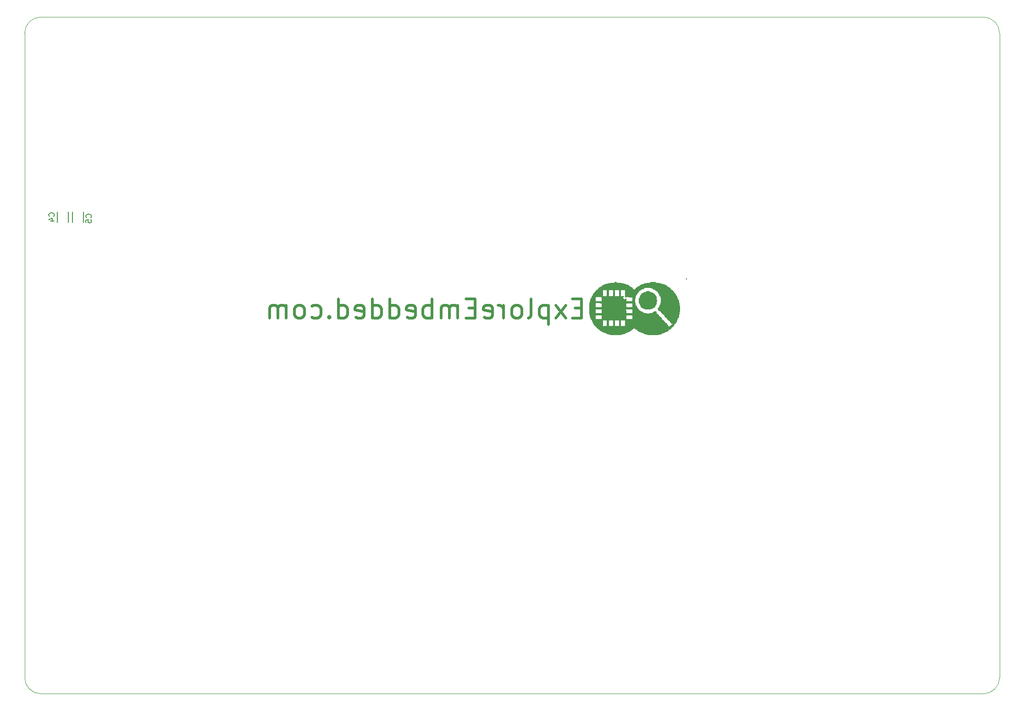
<source format=gbr>
G04 #@! TF.FileFunction,Legend,Bot*
%FSLAX46Y46*%
G04 Gerber Fmt 4.6, Leading zero omitted, Abs format (unit mm)*
G04 Created by KiCad (PCBNEW (2015-01-16 BZR 5376)-product) date 6/20/2015 12:23:26 PM*
%MOMM*%
G01*
G04 APERTURE LIST*
%ADD10C,0.100000*%
%ADD11C,0.508000*%
%ADD12C,0.150000*%
%ADD13C,0.010000*%
G04 APERTURE END LIST*
D10*
X42000000Y-142900000D02*
X42000000Y-23950000D01*
X218950000Y-145950000D02*
X45000000Y-145950000D01*
D11*
X144770664Y-74698000D02*
X143585331Y-74698000D01*
X143077331Y-76560667D02*
X144770664Y-76560667D01*
X144770664Y-73004667D01*
X143077331Y-73004667D01*
X141891998Y-76560667D02*
X140029331Y-74190000D01*
X141891998Y-74190000D02*
X140029331Y-76560667D01*
X138674664Y-74190000D02*
X138674664Y-77746000D01*
X138674664Y-74359333D02*
X138335998Y-74190000D01*
X137658664Y-74190000D01*
X137319998Y-74359333D01*
X137150664Y-74528667D01*
X136981331Y-74867333D01*
X136981331Y-75883333D01*
X137150664Y-76222000D01*
X137319998Y-76391333D01*
X137658664Y-76560667D01*
X138335998Y-76560667D01*
X138674664Y-76391333D01*
X134949331Y-76560667D02*
X135287998Y-76391333D01*
X135457331Y-76052667D01*
X135457331Y-73004667D01*
X133086664Y-76560667D02*
X133425331Y-76391333D01*
X133594664Y-76222000D01*
X133763998Y-75883333D01*
X133763998Y-74867333D01*
X133594664Y-74528667D01*
X133425331Y-74359333D01*
X133086664Y-74190000D01*
X132578664Y-74190000D01*
X132239998Y-74359333D01*
X132070664Y-74528667D01*
X131901331Y-74867333D01*
X131901331Y-75883333D01*
X132070664Y-76222000D01*
X132239998Y-76391333D01*
X132578664Y-76560667D01*
X133086664Y-76560667D01*
X130377331Y-76560667D02*
X130377331Y-74190000D01*
X130377331Y-74867333D02*
X130207998Y-74528667D01*
X130038665Y-74359333D01*
X129699998Y-74190000D01*
X129361331Y-74190000D01*
X126821332Y-76391333D02*
X127159998Y-76560667D01*
X127837332Y-76560667D01*
X128175998Y-76391333D01*
X128345332Y-76052667D01*
X128345332Y-74698000D01*
X128175998Y-74359333D01*
X127837332Y-74190000D01*
X127159998Y-74190000D01*
X126821332Y-74359333D01*
X126651998Y-74698000D01*
X126651998Y-75036667D01*
X128345332Y-75375333D01*
X125127998Y-74698000D02*
X123942665Y-74698000D01*
X123434665Y-76560667D02*
X125127998Y-76560667D01*
X125127998Y-73004667D01*
X123434665Y-73004667D01*
X121910665Y-76560667D02*
X121910665Y-74190000D01*
X121910665Y-74528667D02*
X121741332Y-74359333D01*
X121402665Y-74190000D01*
X120894665Y-74190000D01*
X120555999Y-74359333D01*
X120386665Y-74698000D01*
X120386665Y-76560667D01*
X120386665Y-74698000D02*
X120217332Y-74359333D01*
X119878665Y-74190000D01*
X119370665Y-74190000D01*
X119031999Y-74359333D01*
X118862665Y-74698000D01*
X118862665Y-76560667D01*
X117169332Y-76560667D02*
X117169332Y-73004667D01*
X117169332Y-74359333D02*
X116830666Y-74190000D01*
X116153332Y-74190000D01*
X115814666Y-74359333D01*
X115645332Y-74528667D01*
X115475999Y-74867333D01*
X115475999Y-75883333D01*
X115645332Y-76222000D01*
X115814666Y-76391333D01*
X116153332Y-76560667D01*
X116830666Y-76560667D01*
X117169332Y-76391333D01*
X112597333Y-76391333D02*
X112935999Y-76560667D01*
X113613333Y-76560667D01*
X113951999Y-76391333D01*
X114121333Y-76052667D01*
X114121333Y-74698000D01*
X113951999Y-74359333D01*
X113613333Y-74190000D01*
X112935999Y-74190000D01*
X112597333Y-74359333D01*
X112427999Y-74698000D01*
X112427999Y-75036667D01*
X114121333Y-75375333D01*
X109379999Y-76560667D02*
X109379999Y-73004667D01*
X109379999Y-76391333D02*
X109718666Y-76560667D01*
X110395999Y-76560667D01*
X110734666Y-76391333D01*
X110903999Y-76222000D01*
X111073333Y-75883333D01*
X111073333Y-74867333D01*
X110903999Y-74528667D01*
X110734666Y-74359333D01*
X110395999Y-74190000D01*
X109718666Y-74190000D01*
X109379999Y-74359333D01*
X106162666Y-76560667D02*
X106162666Y-73004667D01*
X106162666Y-76391333D02*
X106501333Y-76560667D01*
X107178666Y-76560667D01*
X107517333Y-76391333D01*
X107686666Y-76222000D01*
X107856000Y-75883333D01*
X107856000Y-74867333D01*
X107686666Y-74528667D01*
X107517333Y-74359333D01*
X107178666Y-74190000D01*
X106501333Y-74190000D01*
X106162666Y-74359333D01*
X103114667Y-76391333D02*
X103453333Y-76560667D01*
X104130667Y-76560667D01*
X104469333Y-76391333D01*
X104638667Y-76052667D01*
X104638667Y-74698000D01*
X104469333Y-74359333D01*
X104130667Y-74190000D01*
X103453333Y-74190000D01*
X103114667Y-74359333D01*
X102945333Y-74698000D01*
X102945333Y-75036667D01*
X104638667Y-75375333D01*
X99897333Y-76560667D02*
X99897333Y-73004667D01*
X99897333Y-76391333D02*
X100236000Y-76560667D01*
X100913333Y-76560667D01*
X101252000Y-76391333D01*
X101421333Y-76222000D01*
X101590667Y-75883333D01*
X101590667Y-74867333D01*
X101421333Y-74528667D01*
X101252000Y-74359333D01*
X100913333Y-74190000D01*
X100236000Y-74190000D01*
X99897333Y-74359333D01*
X98204000Y-76222000D02*
X98034667Y-76391333D01*
X98204000Y-76560667D01*
X98373334Y-76391333D01*
X98204000Y-76222000D01*
X98204000Y-76560667D01*
X94986667Y-76391333D02*
X95325334Y-76560667D01*
X96002667Y-76560667D01*
X96341334Y-76391333D01*
X96510667Y-76222000D01*
X96680001Y-75883333D01*
X96680001Y-74867333D01*
X96510667Y-74528667D01*
X96341334Y-74359333D01*
X96002667Y-74190000D01*
X95325334Y-74190000D01*
X94986667Y-74359333D01*
X92954667Y-76560667D02*
X93293334Y-76391333D01*
X93462667Y-76222000D01*
X93632001Y-75883333D01*
X93632001Y-74867333D01*
X93462667Y-74528667D01*
X93293334Y-74359333D01*
X92954667Y-74190000D01*
X92446667Y-74190000D01*
X92108001Y-74359333D01*
X91938667Y-74528667D01*
X91769334Y-74867333D01*
X91769334Y-75883333D01*
X91938667Y-76222000D01*
X92108001Y-76391333D01*
X92446667Y-76560667D01*
X92954667Y-76560667D01*
X90245334Y-76560667D02*
X90245334Y-74190000D01*
X90245334Y-74528667D02*
X90076001Y-74359333D01*
X89737334Y-74190000D01*
X89229334Y-74190000D01*
X88890668Y-74359333D01*
X88721334Y-74698000D01*
X88721334Y-76560667D01*
X88721334Y-74698000D02*
X88552001Y-74359333D01*
X88213334Y-74190000D01*
X87705334Y-74190000D01*
X87366668Y-74359333D01*
X87197334Y-74698000D01*
X87197334Y-76560667D01*
D10*
X41984000Y-142952000D02*
G75*
G03X44984000Y-145952000I3000000J0D01*
G01*
X44984000Y-20952000D02*
G75*
G03X41984000Y-23952000I0J-3000000D01*
G01*
X221984000Y-23952000D02*
G75*
G03X218984000Y-20952000I-3000000J0D01*
G01*
X218984000Y-145952000D02*
G75*
G03X221984000Y-142952000I0J3000000D01*
G01*
X218984000Y-145952000D02*
G75*
G03X221984000Y-142952000I0J3000000D01*
G01*
X221984000Y-23952000D02*
X221984000Y-142952000D01*
X44984000Y-20952000D02*
X218984000Y-20952000D01*
D12*
X50065000Y-56914000D02*
X50065000Y-58914000D01*
X48015000Y-58914000D02*
X48015000Y-56914000D01*
X52859000Y-56914000D02*
X52859000Y-58914000D01*
X50809000Y-58914000D02*
X50809000Y-56914000D01*
D13*
G36*
X164211000Y-69215000D02*
X164111000Y-69215000D01*
X164111000Y-69315000D01*
X164211000Y-69315000D01*
X164211000Y-69215000D01*
X164211000Y-69215000D01*
G37*
X164211000Y-69215000D02*
X164111000Y-69215000D01*
X164111000Y-69315000D01*
X164211000Y-69315000D01*
X164211000Y-69215000D01*
G36*
X164211000Y-69315000D02*
X164111000Y-69315000D01*
X164111000Y-69415000D01*
X164211000Y-69415000D01*
X164211000Y-69315000D01*
X164211000Y-69315000D01*
G37*
X164211000Y-69315000D02*
X164111000Y-69315000D01*
X164111000Y-69415000D01*
X164211000Y-69415000D01*
X164211000Y-69315000D01*
G36*
X158411000Y-69915000D02*
X158311000Y-69915000D01*
X158311000Y-70015000D01*
X158411000Y-70015000D01*
X158411000Y-69915000D01*
X158411000Y-69915000D01*
G37*
X158411000Y-69915000D02*
X158311000Y-69915000D01*
X158311000Y-70015000D01*
X158411000Y-70015000D01*
X158411000Y-69915000D01*
G36*
X158311000Y-69915000D02*
X158211000Y-69915000D01*
X158211000Y-70015000D01*
X158311000Y-70015000D01*
X158311000Y-69915000D01*
X158311000Y-69915000D01*
G37*
X158311000Y-69915000D02*
X158211000Y-69915000D01*
X158211000Y-70015000D01*
X158311000Y-70015000D01*
X158311000Y-69915000D01*
G36*
X158211000Y-69915000D02*
X158111000Y-69915000D01*
X158111000Y-70015000D01*
X158211000Y-70015000D01*
X158211000Y-69915000D01*
X158211000Y-69915000D01*
G37*
X158211000Y-69915000D02*
X158111000Y-69915000D01*
X158111000Y-70015000D01*
X158211000Y-70015000D01*
X158211000Y-69915000D01*
G36*
X158111000Y-69915000D02*
X158011000Y-69915000D01*
X158011000Y-70015000D01*
X158111000Y-70015000D01*
X158111000Y-69915000D01*
X158111000Y-69915000D01*
G37*
X158111000Y-69915000D02*
X158011000Y-69915000D01*
X158011000Y-70015000D01*
X158111000Y-70015000D01*
X158111000Y-69915000D01*
G36*
X158011000Y-69915000D02*
X157911000Y-69915000D01*
X157911000Y-70015000D01*
X158011000Y-70015000D01*
X158011000Y-69915000D01*
X158011000Y-69915000D01*
G37*
X158011000Y-69915000D02*
X157911000Y-69915000D01*
X157911000Y-70015000D01*
X158011000Y-70015000D01*
X158011000Y-69915000D01*
G36*
X157911000Y-69915000D02*
X157811000Y-69915000D01*
X157811000Y-70015000D01*
X157911000Y-70015000D01*
X157911000Y-69915000D01*
X157911000Y-69915000D01*
G37*
X157911000Y-69915000D02*
X157811000Y-69915000D01*
X157811000Y-70015000D01*
X157911000Y-70015000D01*
X157911000Y-69915000D01*
G36*
X157811000Y-69915000D02*
X157711000Y-69915000D01*
X157711000Y-70015000D01*
X157811000Y-70015000D01*
X157811000Y-69915000D01*
X157811000Y-69915000D01*
G37*
X157811000Y-69915000D02*
X157711000Y-69915000D01*
X157711000Y-70015000D01*
X157811000Y-70015000D01*
X157811000Y-69915000D01*
G36*
X157711000Y-69915000D02*
X157611000Y-69915000D01*
X157611000Y-70015000D01*
X157711000Y-70015000D01*
X157711000Y-69915000D01*
X157711000Y-69915000D01*
G37*
X157711000Y-69915000D02*
X157611000Y-69915000D01*
X157611000Y-70015000D01*
X157711000Y-70015000D01*
X157711000Y-69915000D01*
G36*
X157611000Y-69915000D02*
X157511000Y-69915000D01*
X157511000Y-70015000D01*
X157611000Y-70015000D01*
X157611000Y-69915000D01*
X157611000Y-69915000D01*
G37*
X157611000Y-69915000D02*
X157511000Y-69915000D01*
X157511000Y-70015000D01*
X157611000Y-70015000D01*
X157611000Y-69915000D01*
G36*
X151211000Y-69915000D02*
X151111000Y-69915000D01*
X151111000Y-70015000D01*
X151211000Y-70015000D01*
X151211000Y-69915000D01*
X151211000Y-69915000D01*
G37*
X151211000Y-69915000D02*
X151111000Y-69915000D01*
X151111000Y-70015000D01*
X151211000Y-70015000D01*
X151211000Y-69915000D01*
G36*
X151111000Y-69915000D02*
X151011000Y-69915000D01*
X151011000Y-70015000D01*
X151111000Y-70015000D01*
X151111000Y-69915000D01*
X151111000Y-69915000D01*
G37*
X151111000Y-69915000D02*
X151011000Y-69915000D01*
X151011000Y-70015000D01*
X151111000Y-70015000D01*
X151111000Y-69915000D01*
G36*
X151011000Y-69915000D02*
X150911000Y-69915000D01*
X150911000Y-70015000D01*
X151011000Y-70015000D01*
X151011000Y-69915000D01*
X151011000Y-69915000D01*
G37*
X151011000Y-69915000D02*
X150911000Y-69915000D01*
X150911000Y-70015000D01*
X151011000Y-70015000D01*
X151011000Y-69915000D01*
G36*
X159111000Y-70015000D02*
X159011000Y-70015000D01*
X159011000Y-70115000D01*
X159111000Y-70115000D01*
X159111000Y-70015000D01*
X159111000Y-70015000D01*
G37*
X159111000Y-70015000D02*
X159011000Y-70015000D01*
X159011000Y-70115000D01*
X159111000Y-70115000D01*
X159111000Y-70015000D01*
G36*
X159011000Y-70015000D02*
X158911000Y-70015000D01*
X158911000Y-70115000D01*
X159011000Y-70115000D01*
X159011000Y-70015000D01*
X159011000Y-70015000D01*
G37*
X159011000Y-70015000D02*
X158911000Y-70015000D01*
X158911000Y-70115000D01*
X159011000Y-70115000D01*
X159011000Y-70015000D01*
G36*
X158911000Y-70015000D02*
X158811000Y-70015000D01*
X158811000Y-70115000D01*
X158911000Y-70115000D01*
X158911000Y-70015000D01*
X158911000Y-70015000D01*
G37*
X158911000Y-70015000D02*
X158811000Y-70015000D01*
X158811000Y-70115000D01*
X158911000Y-70115000D01*
X158911000Y-70015000D01*
G36*
X158811000Y-70015000D02*
X158711000Y-70015000D01*
X158711000Y-70115000D01*
X158811000Y-70115000D01*
X158811000Y-70015000D01*
X158811000Y-70015000D01*
G37*
X158811000Y-70015000D02*
X158711000Y-70015000D01*
X158711000Y-70115000D01*
X158811000Y-70115000D01*
X158811000Y-70015000D01*
G36*
X158711000Y-70015000D02*
X158611000Y-70015000D01*
X158611000Y-70115000D01*
X158711000Y-70115000D01*
X158711000Y-70015000D01*
X158711000Y-70015000D01*
G37*
X158711000Y-70015000D02*
X158611000Y-70015000D01*
X158611000Y-70115000D01*
X158711000Y-70115000D01*
X158711000Y-70015000D01*
G36*
X158611000Y-70015000D02*
X158511000Y-70015000D01*
X158511000Y-70115000D01*
X158611000Y-70115000D01*
X158611000Y-70015000D01*
X158611000Y-70015000D01*
G37*
X158611000Y-70015000D02*
X158511000Y-70015000D01*
X158511000Y-70115000D01*
X158611000Y-70115000D01*
X158611000Y-70015000D01*
G36*
X158511000Y-70015000D02*
X158411000Y-70015000D01*
X158411000Y-70115000D01*
X158511000Y-70115000D01*
X158511000Y-70015000D01*
X158511000Y-70015000D01*
G37*
X158511000Y-70015000D02*
X158411000Y-70015000D01*
X158411000Y-70115000D01*
X158511000Y-70115000D01*
X158511000Y-70015000D01*
G36*
X158411000Y-70015000D02*
X158311000Y-70015000D01*
X158311000Y-70115000D01*
X158411000Y-70115000D01*
X158411000Y-70015000D01*
X158411000Y-70015000D01*
G37*
X158411000Y-70015000D02*
X158311000Y-70015000D01*
X158311000Y-70115000D01*
X158411000Y-70115000D01*
X158411000Y-70015000D01*
G36*
X158311000Y-70015000D02*
X158211000Y-70015000D01*
X158211000Y-70115000D01*
X158311000Y-70115000D01*
X158311000Y-70015000D01*
X158311000Y-70015000D01*
G37*
X158311000Y-70015000D02*
X158211000Y-70015000D01*
X158211000Y-70115000D01*
X158311000Y-70115000D01*
X158311000Y-70015000D01*
G36*
X158211000Y-70015000D02*
X158111000Y-70015000D01*
X158111000Y-70115000D01*
X158211000Y-70115000D01*
X158211000Y-70015000D01*
X158211000Y-70015000D01*
G37*
X158211000Y-70015000D02*
X158111000Y-70015000D01*
X158111000Y-70115000D01*
X158211000Y-70115000D01*
X158211000Y-70015000D01*
G36*
X158111000Y-70015000D02*
X158011000Y-70015000D01*
X158011000Y-70115000D01*
X158111000Y-70115000D01*
X158111000Y-70015000D01*
X158111000Y-70015000D01*
G37*
X158111000Y-70015000D02*
X158011000Y-70015000D01*
X158011000Y-70115000D01*
X158111000Y-70115000D01*
X158111000Y-70015000D01*
G36*
X158011000Y-70015000D02*
X157911000Y-70015000D01*
X157911000Y-70115000D01*
X158011000Y-70115000D01*
X158011000Y-70015000D01*
X158011000Y-70015000D01*
G37*
X158011000Y-70015000D02*
X157911000Y-70015000D01*
X157911000Y-70115000D01*
X158011000Y-70115000D01*
X158011000Y-70015000D01*
G36*
X157911000Y-70015000D02*
X157811000Y-70015000D01*
X157811000Y-70115000D01*
X157911000Y-70115000D01*
X157911000Y-70015000D01*
X157911000Y-70015000D01*
G37*
X157911000Y-70015000D02*
X157811000Y-70015000D01*
X157811000Y-70115000D01*
X157911000Y-70115000D01*
X157911000Y-70015000D01*
G36*
X157811000Y-70015000D02*
X157711000Y-70015000D01*
X157711000Y-70115000D01*
X157811000Y-70115000D01*
X157811000Y-70015000D01*
X157811000Y-70015000D01*
G37*
X157811000Y-70015000D02*
X157711000Y-70015000D01*
X157711000Y-70115000D01*
X157811000Y-70115000D01*
X157811000Y-70015000D01*
G36*
X157711000Y-70015000D02*
X157611000Y-70015000D01*
X157611000Y-70115000D01*
X157711000Y-70115000D01*
X157711000Y-70015000D01*
X157711000Y-70015000D01*
G37*
X157711000Y-70015000D02*
X157611000Y-70015000D01*
X157611000Y-70115000D01*
X157711000Y-70115000D01*
X157711000Y-70015000D01*
G36*
X157611000Y-70015000D02*
X157511000Y-70015000D01*
X157511000Y-70115000D01*
X157611000Y-70115000D01*
X157611000Y-70015000D01*
X157611000Y-70015000D01*
G37*
X157611000Y-70015000D02*
X157511000Y-70015000D01*
X157511000Y-70115000D01*
X157611000Y-70115000D01*
X157611000Y-70015000D01*
G36*
X157511000Y-70015000D02*
X157411000Y-70015000D01*
X157411000Y-70115000D01*
X157511000Y-70115000D01*
X157511000Y-70015000D01*
X157511000Y-70015000D01*
G37*
X157511000Y-70015000D02*
X157411000Y-70015000D01*
X157411000Y-70115000D01*
X157511000Y-70115000D01*
X157511000Y-70015000D01*
G36*
X157411000Y-70015000D02*
X157311000Y-70015000D01*
X157311000Y-70115000D01*
X157411000Y-70115000D01*
X157411000Y-70015000D01*
X157411000Y-70015000D01*
G37*
X157411000Y-70015000D02*
X157311000Y-70015000D01*
X157311000Y-70115000D01*
X157411000Y-70115000D01*
X157411000Y-70015000D01*
G36*
X157311000Y-70015000D02*
X157211000Y-70015000D01*
X157211000Y-70115000D01*
X157311000Y-70115000D01*
X157311000Y-70015000D01*
X157311000Y-70015000D01*
G37*
X157311000Y-70015000D02*
X157211000Y-70015000D01*
X157211000Y-70115000D01*
X157311000Y-70115000D01*
X157311000Y-70015000D01*
G36*
X157211000Y-70015000D02*
X157111000Y-70015000D01*
X157111000Y-70115000D01*
X157211000Y-70115000D01*
X157211000Y-70015000D01*
X157211000Y-70015000D01*
G37*
X157211000Y-70015000D02*
X157111000Y-70015000D01*
X157111000Y-70115000D01*
X157211000Y-70115000D01*
X157211000Y-70015000D01*
G36*
X157111000Y-70015000D02*
X157011000Y-70015000D01*
X157011000Y-70115000D01*
X157111000Y-70115000D01*
X157111000Y-70015000D01*
X157111000Y-70015000D01*
G37*
X157111000Y-70015000D02*
X157011000Y-70015000D01*
X157011000Y-70115000D01*
X157111000Y-70115000D01*
X157111000Y-70015000D01*
G36*
X157011000Y-70015000D02*
X156911000Y-70015000D01*
X156911000Y-70115000D01*
X157011000Y-70115000D01*
X157011000Y-70015000D01*
X157011000Y-70015000D01*
G37*
X157011000Y-70015000D02*
X156911000Y-70015000D01*
X156911000Y-70115000D01*
X157011000Y-70115000D01*
X157011000Y-70015000D01*
G36*
X156911000Y-70015000D02*
X156811000Y-70015000D01*
X156811000Y-70115000D01*
X156911000Y-70115000D01*
X156911000Y-70015000D01*
X156911000Y-70015000D01*
G37*
X156911000Y-70015000D02*
X156811000Y-70015000D01*
X156811000Y-70115000D01*
X156911000Y-70115000D01*
X156911000Y-70015000D01*
G36*
X152111000Y-70015000D02*
X152011000Y-70015000D01*
X152011000Y-70115000D01*
X152111000Y-70115000D01*
X152111000Y-70015000D01*
X152111000Y-70015000D01*
G37*
X152111000Y-70015000D02*
X152011000Y-70015000D01*
X152011000Y-70115000D01*
X152111000Y-70115000D01*
X152111000Y-70015000D01*
G36*
X152011000Y-70015000D02*
X151911000Y-70015000D01*
X151911000Y-70115000D01*
X152011000Y-70115000D01*
X152011000Y-70015000D01*
X152011000Y-70015000D01*
G37*
X152011000Y-70015000D02*
X151911000Y-70015000D01*
X151911000Y-70115000D01*
X152011000Y-70115000D01*
X152011000Y-70015000D01*
G36*
X151911000Y-70015000D02*
X151811000Y-70015000D01*
X151811000Y-70115000D01*
X151911000Y-70115000D01*
X151911000Y-70015000D01*
X151911000Y-70015000D01*
G37*
X151911000Y-70015000D02*
X151811000Y-70015000D01*
X151811000Y-70115000D01*
X151911000Y-70115000D01*
X151911000Y-70015000D01*
G36*
X151811000Y-70015000D02*
X151711000Y-70015000D01*
X151711000Y-70115000D01*
X151811000Y-70115000D01*
X151811000Y-70015000D01*
X151811000Y-70015000D01*
G37*
X151811000Y-70015000D02*
X151711000Y-70015000D01*
X151711000Y-70115000D01*
X151811000Y-70115000D01*
X151811000Y-70015000D01*
G36*
X151711000Y-70015000D02*
X151611000Y-70015000D01*
X151611000Y-70115000D01*
X151711000Y-70115000D01*
X151711000Y-70015000D01*
X151711000Y-70015000D01*
G37*
X151711000Y-70015000D02*
X151611000Y-70015000D01*
X151611000Y-70115000D01*
X151711000Y-70115000D01*
X151711000Y-70015000D01*
G36*
X151611000Y-70015000D02*
X151511000Y-70015000D01*
X151511000Y-70115000D01*
X151611000Y-70115000D01*
X151611000Y-70015000D01*
X151611000Y-70015000D01*
G37*
X151611000Y-70015000D02*
X151511000Y-70015000D01*
X151511000Y-70115000D01*
X151611000Y-70115000D01*
X151611000Y-70015000D01*
G36*
X151511000Y-70015000D02*
X151411000Y-70015000D01*
X151411000Y-70115000D01*
X151511000Y-70115000D01*
X151511000Y-70015000D01*
X151511000Y-70015000D01*
G37*
X151511000Y-70015000D02*
X151411000Y-70015000D01*
X151411000Y-70115000D01*
X151511000Y-70115000D01*
X151511000Y-70015000D01*
G36*
X151411000Y-70015000D02*
X151311000Y-70015000D01*
X151311000Y-70115000D01*
X151411000Y-70115000D01*
X151411000Y-70015000D01*
X151411000Y-70015000D01*
G37*
X151411000Y-70015000D02*
X151311000Y-70015000D01*
X151311000Y-70115000D01*
X151411000Y-70115000D01*
X151411000Y-70015000D01*
G36*
X151311000Y-70015000D02*
X151211000Y-70015000D01*
X151211000Y-70115000D01*
X151311000Y-70115000D01*
X151311000Y-70015000D01*
X151311000Y-70015000D01*
G37*
X151311000Y-70015000D02*
X151211000Y-70015000D01*
X151211000Y-70115000D01*
X151311000Y-70115000D01*
X151311000Y-70015000D01*
G36*
X151211000Y-70015000D02*
X151111000Y-70015000D01*
X151111000Y-70115000D01*
X151211000Y-70115000D01*
X151211000Y-70015000D01*
X151211000Y-70015000D01*
G37*
X151211000Y-70015000D02*
X151111000Y-70015000D01*
X151111000Y-70115000D01*
X151211000Y-70115000D01*
X151211000Y-70015000D01*
G36*
X151111000Y-70015000D02*
X151011000Y-70015000D01*
X151011000Y-70115000D01*
X151111000Y-70115000D01*
X151111000Y-70015000D01*
X151111000Y-70015000D01*
G37*
X151111000Y-70015000D02*
X151011000Y-70015000D01*
X151011000Y-70115000D01*
X151111000Y-70115000D01*
X151111000Y-70015000D01*
G36*
X151011000Y-70015000D02*
X150911000Y-70015000D01*
X150911000Y-70115000D01*
X151011000Y-70115000D01*
X151011000Y-70015000D01*
X151011000Y-70015000D01*
G37*
X151011000Y-70015000D02*
X150911000Y-70015000D01*
X150911000Y-70115000D01*
X151011000Y-70115000D01*
X151011000Y-70015000D01*
G36*
X150911000Y-70015000D02*
X150811000Y-70015000D01*
X150811000Y-70115000D01*
X150911000Y-70115000D01*
X150911000Y-70015000D01*
X150911000Y-70015000D01*
G37*
X150911000Y-70015000D02*
X150811000Y-70015000D01*
X150811000Y-70115000D01*
X150911000Y-70115000D01*
X150911000Y-70015000D01*
G36*
X150811000Y-70015000D02*
X150711000Y-70015000D01*
X150711000Y-70115000D01*
X150811000Y-70115000D01*
X150811000Y-70015000D01*
X150811000Y-70015000D01*
G37*
X150811000Y-70015000D02*
X150711000Y-70015000D01*
X150711000Y-70115000D01*
X150811000Y-70115000D01*
X150811000Y-70015000D01*
G36*
X150711000Y-70015000D02*
X150611000Y-70015000D01*
X150611000Y-70115000D01*
X150711000Y-70115000D01*
X150711000Y-70015000D01*
X150711000Y-70015000D01*
G37*
X150711000Y-70015000D02*
X150611000Y-70015000D01*
X150611000Y-70115000D01*
X150711000Y-70115000D01*
X150711000Y-70015000D01*
G36*
X150611000Y-70015000D02*
X150511000Y-70015000D01*
X150511000Y-70115000D01*
X150611000Y-70115000D01*
X150611000Y-70015000D01*
X150611000Y-70015000D01*
G37*
X150611000Y-70015000D02*
X150511000Y-70015000D01*
X150511000Y-70115000D01*
X150611000Y-70115000D01*
X150611000Y-70015000D01*
G36*
X150511000Y-70015000D02*
X150411000Y-70015000D01*
X150411000Y-70115000D01*
X150511000Y-70115000D01*
X150511000Y-70015000D01*
X150511000Y-70015000D01*
G37*
X150511000Y-70015000D02*
X150411000Y-70015000D01*
X150411000Y-70115000D01*
X150511000Y-70115000D01*
X150511000Y-70015000D01*
G36*
X150411000Y-70015000D02*
X150311000Y-70015000D01*
X150311000Y-70115000D01*
X150411000Y-70115000D01*
X150411000Y-70015000D01*
X150411000Y-70015000D01*
G37*
X150411000Y-70015000D02*
X150311000Y-70015000D01*
X150311000Y-70115000D01*
X150411000Y-70115000D01*
X150411000Y-70015000D01*
G36*
X150311000Y-70015000D02*
X150211000Y-70015000D01*
X150211000Y-70115000D01*
X150311000Y-70115000D01*
X150311000Y-70015000D01*
X150311000Y-70015000D01*
G37*
X150311000Y-70015000D02*
X150211000Y-70015000D01*
X150211000Y-70115000D01*
X150311000Y-70115000D01*
X150311000Y-70015000D01*
G36*
X150211000Y-70015000D02*
X150111000Y-70015000D01*
X150111000Y-70115000D01*
X150211000Y-70115000D01*
X150211000Y-70015000D01*
X150211000Y-70015000D01*
G37*
X150211000Y-70015000D02*
X150111000Y-70015000D01*
X150111000Y-70115000D01*
X150211000Y-70115000D01*
X150211000Y-70015000D01*
G36*
X150111000Y-70015000D02*
X150011000Y-70015000D01*
X150011000Y-70115000D01*
X150111000Y-70115000D01*
X150111000Y-70015000D01*
X150111000Y-70015000D01*
G37*
X150111000Y-70015000D02*
X150011000Y-70015000D01*
X150011000Y-70115000D01*
X150111000Y-70115000D01*
X150111000Y-70015000D01*
G36*
X159411000Y-70115000D02*
X159311000Y-70115000D01*
X159311000Y-70215000D01*
X159411000Y-70215000D01*
X159411000Y-70115000D01*
X159411000Y-70115000D01*
G37*
X159411000Y-70115000D02*
X159311000Y-70115000D01*
X159311000Y-70215000D01*
X159411000Y-70215000D01*
X159411000Y-70115000D01*
G36*
X159311000Y-70115000D02*
X159211000Y-70115000D01*
X159211000Y-70215000D01*
X159311000Y-70215000D01*
X159311000Y-70115000D01*
X159311000Y-70115000D01*
G37*
X159311000Y-70115000D02*
X159211000Y-70115000D01*
X159211000Y-70215000D01*
X159311000Y-70215000D01*
X159311000Y-70115000D01*
G36*
X159211000Y-70115000D02*
X159111000Y-70115000D01*
X159111000Y-70215000D01*
X159211000Y-70215000D01*
X159211000Y-70115000D01*
X159211000Y-70115000D01*
G37*
X159211000Y-70115000D02*
X159111000Y-70115000D01*
X159111000Y-70215000D01*
X159211000Y-70215000D01*
X159211000Y-70115000D01*
G36*
X159111000Y-70115000D02*
X159011000Y-70115000D01*
X159011000Y-70215000D01*
X159111000Y-70215000D01*
X159111000Y-70115000D01*
X159111000Y-70115000D01*
G37*
X159111000Y-70115000D02*
X159011000Y-70115000D01*
X159011000Y-70215000D01*
X159111000Y-70215000D01*
X159111000Y-70115000D01*
G36*
X159011000Y-70115000D02*
X158911000Y-70115000D01*
X158911000Y-70215000D01*
X159011000Y-70215000D01*
X159011000Y-70115000D01*
X159011000Y-70115000D01*
G37*
X159011000Y-70115000D02*
X158911000Y-70115000D01*
X158911000Y-70215000D01*
X159011000Y-70215000D01*
X159011000Y-70115000D01*
G36*
X158911000Y-70115000D02*
X158811000Y-70115000D01*
X158811000Y-70215000D01*
X158911000Y-70215000D01*
X158911000Y-70115000D01*
X158911000Y-70115000D01*
G37*
X158911000Y-70115000D02*
X158811000Y-70115000D01*
X158811000Y-70215000D01*
X158911000Y-70215000D01*
X158911000Y-70115000D01*
G36*
X158811000Y-70115000D02*
X158711000Y-70115000D01*
X158711000Y-70215000D01*
X158811000Y-70215000D01*
X158811000Y-70115000D01*
X158811000Y-70115000D01*
G37*
X158811000Y-70115000D02*
X158711000Y-70115000D01*
X158711000Y-70215000D01*
X158811000Y-70215000D01*
X158811000Y-70115000D01*
G36*
X158711000Y-70115000D02*
X158611000Y-70115000D01*
X158611000Y-70215000D01*
X158711000Y-70215000D01*
X158711000Y-70115000D01*
X158711000Y-70115000D01*
G37*
X158711000Y-70115000D02*
X158611000Y-70115000D01*
X158611000Y-70215000D01*
X158711000Y-70215000D01*
X158711000Y-70115000D01*
G36*
X158611000Y-70115000D02*
X158511000Y-70115000D01*
X158511000Y-70215000D01*
X158611000Y-70215000D01*
X158611000Y-70115000D01*
X158611000Y-70115000D01*
G37*
X158611000Y-70115000D02*
X158511000Y-70115000D01*
X158511000Y-70215000D01*
X158611000Y-70215000D01*
X158611000Y-70115000D01*
G36*
X158511000Y-70115000D02*
X158411000Y-70115000D01*
X158411000Y-70215000D01*
X158511000Y-70215000D01*
X158511000Y-70115000D01*
X158511000Y-70115000D01*
G37*
X158511000Y-70115000D02*
X158411000Y-70115000D01*
X158411000Y-70215000D01*
X158511000Y-70215000D01*
X158511000Y-70115000D01*
G36*
X158411000Y-70115000D02*
X158311000Y-70115000D01*
X158311000Y-70215000D01*
X158411000Y-70215000D01*
X158411000Y-70115000D01*
X158411000Y-70115000D01*
G37*
X158411000Y-70115000D02*
X158311000Y-70115000D01*
X158311000Y-70215000D01*
X158411000Y-70215000D01*
X158411000Y-70115000D01*
G36*
X158311000Y-70115000D02*
X158211000Y-70115000D01*
X158211000Y-70215000D01*
X158311000Y-70215000D01*
X158311000Y-70115000D01*
X158311000Y-70115000D01*
G37*
X158311000Y-70115000D02*
X158211000Y-70115000D01*
X158211000Y-70215000D01*
X158311000Y-70215000D01*
X158311000Y-70115000D01*
G36*
X158211000Y-70115000D02*
X158111000Y-70115000D01*
X158111000Y-70215000D01*
X158211000Y-70215000D01*
X158211000Y-70115000D01*
X158211000Y-70115000D01*
G37*
X158211000Y-70115000D02*
X158111000Y-70115000D01*
X158111000Y-70215000D01*
X158211000Y-70215000D01*
X158211000Y-70115000D01*
G36*
X158111000Y-70115000D02*
X158011000Y-70115000D01*
X158011000Y-70215000D01*
X158111000Y-70215000D01*
X158111000Y-70115000D01*
X158111000Y-70115000D01*
G37*
X158111000Y-70115000D02*
X158011000Y-70115000D01*
X158011000Y-70215000D01*
X158111000Y-70215000D01*
X158111000Y-70115000D01*
G36*
X158011000Y-70115000D02*
X157911000Y-70115000D01*
X157911000Y-70215000D01*
X158011000Y-70215000D01*
X158011000Y-70115000D01*
X158011000Y-70115000D01*
G37*
X158011000Y-70115000D02*
X157911000Y-70115000D01*
X157911000Y-70215000D01*
X158011000Y-70215000D01*
X158011000Y-70115000D01*
G36*
X157911000Y-70115000D02*
X157811000Y-70115000D01*
X157811000Y-70215000D01*
X157911000Y-70215000D01*
X157911000Y-70115000D01*
X157911000Y-70115000D01*
G37*
X157911000Y-70115000D02*
X157811000Y-70115000D01*
X157811000Y-70215000D01*
X157911000Y-70215000D01*
X157911000Y-70115000D01*
G36*
X157811000Y-70115000D02*
X157711000Y-70115000D01*
X157711000Y-70215000D01*
X157811000Y-70215000D01*
X157811000Y-70115000D01*
X157811000Y-70115000D01*
G37*
X157811000Y-70115000D02*
X157711000Y-70115000D01*
X157711000Y-70215000D01*
X157811000Y-70215000D01*
X157811000Y-70115000D01*
G36*
X157711000Y-70115000D02*
X157611000Y-70115000D01*
X157611000Y-70215000D01*
X157711000Y-70215000D01*
X157711000Y-70115000D01*
X157711000Y-70115000D01*
G37*
X157711000Y-70115000D02*
X157611000Y-70115000D01*
X157611000Y-70215000D01*
X157711000Y-70215000D01*
X157711000Y-70115000D01*
G36*
X157611000Y-70115000D02*
X157511000Y-70115000D01*
X157511000Y-70215000D01*
X157611000Y-70215000D01*
X157611000Y-70115000D01*
X157611000Y-70115000D01*
G37*
X157611000Y-70115000D02*
X157511000Y-70115000D01*
X157511000Y-70215000D01*
X157611000Y-70215000D01*
X157611000Y-70115000D01*
G36*
X157511000Y-70115000D02*
X157411000Y-70115000D01*
X157411000Y-70215000D01*
X157511000Y-70215000D01*
X157511000Y-70115000D01*
X157511000Y-70115000D01*
G37*
X157511000Y-70115000D02*
X157411000Y-70115000D01*
X157411000Y-70215000D01*
X157511000Y-70215000D01*
X157511000Y-70115000D01*
G36*
X157411000Y-70115000D02*
X157311000Y-70115000D01*
X157311000Y-70215000D01*
X157411000Y-70215000D01*
X157411000Y-70115000D01*
X157411000Y-70115000D01*
G37*
X157411000Y-70115000D02*
X157311000Y-70115000D01*
X157311000Y-70215000D01*
X157411000Y-70215000D01*
X157411000Y-70115000D01*
G36*
X157311000Y-70115000D02*
X157211000Y-70115000D01*
X157211000Y-70215000D01*
X157311000Y-70215000D01*
X157311000Y-70115000D01*
X157311000Y-70115000D01*
G37*
X157311000Y-70115000D02*
X157211000Y-70115000D01*
X157211000Y-70215000D01*
X157311000Y-70215000D01*
X157311000Y-70115000D01*
G36*
X157211000Y-70115000D02*
X157111000Y-70115000D01*
X157111000Y-70215000D01*
X157211000Y-70215000D01*
X157211000Y-70115000D01*
X157211000Y-70115000D01*
G37*
X157211000Y-70115000D02*
X157111000Y-70115000D01*
X157111000Y-70215000D01*
X157211000Y-70215000D01*
X157211000Y-70115000D01*
G36*
X157111000Y-70115000D02*
X157011000Y-70115000D01*
X157011000Y-70215000D01*
X157111000Y-70215000D01*
X157111000Y-70115000D01*
X157111000Y-70115000D01*
G37*
X157111000Y-70115000D02*
X157011000Y-70115000D01*
X157011000Y-70215000D01*
X157111000Y-70215000D01*
X157111000Y-70115000D01*
G36*
X157011000Y-70115000D02*
X156911000Y-70115000D01*
X156911000Y-70215000D01*
X157011000Y-70215000D01*
X157011000Y-70115000D01*
X157011000Y-70115000D01*
G37*
X157011000Y-70115000D02*
X156911000Y-70115000D01*
X156911000Y-70215000D01*
X157011000Y-70215000D01*
X157011000Y-70115000D01*
G36*
X156911000Y-70115000D02*
X156811000Y-70115000D01*
X156811000Y-70215000D01*
X156911000Y-70215000D01*
X156911000Y-70115000D01*
X156911000Y-70115000D01*
G37*
X156911000Y-70115000D02*
X156811000Y-70115000D01*
X156811000Y-70215000D01*
X156911000Y-70215000D01*
X156911000Y-70115000D01*
G36*
X156811000Y-70115000D02*
X156711000Y-70115000D01*
X156711000Y-70215000D01*
X156811000Y-70215000D01*
X156811000Y-70115000D01*
X156811000Y-70115000D01*
G37*
X156811000Y-70115000D02*
X156711000Y-70115000D01*
X156711000Y-70215000D01*
X156811000Y-70215000D01*
X156811000Y-70115000D01*
G36*
X156711000Y-70115000D02*
X156611000Y-70115000D01*
X156611000Y-70215000D01*
X156711000Y-70215000D01*
X156711000Y-70115000D01*
X156711000Y-70115000D01*
G37*
X156711000Y-70115000D02*
X156611000Y-70115000D01*
X156611000Y-70215000D01*
X156711000Y-70215000D01*
X156711000Y-70115000D01*
G36*
X156611000Y-70115000D02*
X156511000Y-70115000D01*
X156511000Y-70215000D01*
X156611000Y-70215000D01*
X156611000Y-70115000D01*
X156611000Y-70115000D01*
G37*
X156611000Y-70115000D02*
X156511000Y-70115000D01*
X156511000Y-70215000D01*
X156611000Y-70215000D01*
X156611000Y-70115000D01*
G36*
X156511000Y-70115000D02*
X156411000Y-70115000D01*
X156411000Y-70215000D01*
X156511000Y-70215000D01*
X156511000Y-70115000D01*
X156511000Y-70115000D01*
G37*
X156511000Y-70115000D02*
X156411000Y-70115000D01*
X156411000Y-70215000D01*
X156511000Y-70215000D01*
X156511000Y-70115000D01*
G36*
X152511000Y-70115000D02*
X152411000Y-70115000D01*
X152411000Y-70215000D01*
X152511000Y-70215000D01*
X152511000Y-70115000D01*
X152511000Y-70115000D01*
G37*
X152511000Y-70115000D02*
X152411000Y-70115000D01*
X152411000Y-70215000D01*
X152511000Y-70215000D01*
X152511000Y-70115000D01*
G36*
X152411000Y-70115000D02*
X152311000Y-70115000D01*
X152311000Y-70215000D01*
X152411000Y-70215000D01*
X152411000Y-70115000D01*
X152411000Y-70115000D01*
G37*
X152411000Y-70115000D02*
X152311000Y-70115000D01*
X152311000Y-70215000D01*
X152411000Y-70215000D01*
X152411000Y-70115000D01*
G36*
X152311000Y-70115000D02*
X152211000Y-70115000D01*
X152211000Y-70215000D01*
X152311000Y-70215000D01*
X152311000Y-70115000D01*
X152311000Y-70115000D01*
G37*
X152311000Y-70115000D02*
X152211000Y-70115000D01*
X152211000Y-70215000D01*
X152311000Y-70215000D01*
X152311000Y-70115000D01*
G36*
X152211000Y-70115000D02*
X152111000Y-70115000D01*
X152111000Y-70215000D01*
X152211000Y-70215000D01*
X152211000Y-70115000D01*
X152211000Y-70115000D01*
G37*
X152211000Y-70115000D02*
X152111000Y-70115000D01*
X152111000Y-70215000D01*
X152211000Y-70215000D01*
X152211000Y-70115000D01*
G36*
X152111000Y-70115000D02*
X152011000Y-70115000D01*
X152011000Y-70215000D01*
X152111000Y-70215000D01*
X152111000Y-70115000D01*
X152111000Y-70115000D01*
G37*
X152111000Y-70115000D02*
X152011000Y-70115000D01*
X152011000Y-70215000D01*
X152111000Y-70215000D01*
X152111000Y-70115000D01*
G36*
X152011000Y-70115000D02*
X151911000Y-70115000D01*
X151911000Y-70215000D01*
X152011000Y-70215000D01*
X152011000Y-70115000D01*
X152011000Y-70115000D01*
G37*
X152011000Y-70115000D02*
X151911000Y-70115000D01*
X151911000Y-70215000D01*
X152011000Y-70215000D01*
X152011000Y-70115000D01*
G36*
X151911000Y-70115000D02*
X151811000Y-70115000D01*
X151811000Y-70215000D01*
X151911000Y-70215000D01*
X151911000Y-70115000D01*
X151911000Y-70115000D01*
G37*
X151911000Y-70115000D02*
X151811000Y-70115000D01*
X151811000Y-70215000D01*
X151911000Y-70215000D01*
X151911000Y-70115000D01*
G36*
X151811000Y-70115000D02*
X151711000Y-70115000D01*
X151711000Y-70215000D01*
X151811000Y-70215000D01*
X151811000Y-70115000D01*
X151811000Y-70115000D01*
G37*
X151811000Y-70115000D02*
X151711000Y-70115000D01*
X151711000Y-70215000D01*
X151811000Y-70215000D01*
X151811000Y-70115000D01*
G36*
X151711000Y-70115000D02*
X151611000Y-70115000D01*
X151611000Y-70215000D01*
X151711000Y-70215000D01*
X151711000Y-70115000D01*
X151711000Y-70115000D01*
G37*
X151711000Y-70115000D02*
X151611000Y-70115000D01*
X151611000Y-70215000D01*
X151711000Y-70215000D01*
X151711000Y-70115000D01*
G36*
X151611000Y-70115000D02*
X151511000Y-70115000D01*
X151511000Y-70215000D01*
X151611000Y-70215000D01*
X151611000Y-70115000D01*
X151611000Y-70115000D01*
G37*
X151611000Y-70115000D02*
X151511000Y-70115000D01*
X151511000Y-70215000D01*
X151611000Y-70215000D01*
X151611000Y-70115000D01*
G36*
X151511000Y-70115000D02*
X151411000Y-70115000D01*
X151411000Y-70215000D01*
X151511000Y-70215000D01*
X151511000Y-70115000D01*
X151511000Y-70115000D01*
G37*
X151511000Y-70115000D02*
X151411000Y-70115000D01*
X151411000Y-70215000D01*
X151511000Y-70215000D01*
X151511000Y-70115000D01*
G36*
X151411000Y-70115000D02*
X151311000Y-70115000D01*
X151311000Y-70215000D01*
X151411000Y-70215000D01*
X151411000Y-70115000D01*
X151411000Y-70115000D01*
G37*
X151411000Y-70115000D02*
X151311000Y-70115000D01*
X151311000Y-70215000D01*
X151411000Y-70215000D01*
X151411000Y-70115000D01*
G36*
X151311000Y-70115000D02*
X151211000Y-70115000D01*
X151211000Y-70215000D01*
X151311000Y-70215000D01*
X151311000Y-70115000D01*
X151311000Y-70115000D01*
G37*
X151311000Y-70115000D02*
X151211000Y-70115000D01*
X151211000Y-70215000D01*
X151311000Y-70215000D01*
X151311000Y-70115000D01*
G36*
X151211000Y-70115000D02*
X151111000Y-70115000D01*
X151111000Y-70215000D01*
X151211000Y-70215000D01*
X151211000Y-70115000D01*
X151211000Y-70115000D01*
G37*
X151211000Y-70115000D02*
X151111000Y-70115000D01*
X151111000Y-70215000D01*
X151211000Y-70215000D01*
X151211000Y-70115000D01*
G36*
X151111000Y-70115000D02*
X151011000Y-70115000D01*
X151011000Y-70215000D01*
X151111000Y-70215000D01*
X151111000Y-70115000D01*
X151111000Y-70115000D01*
G37*
X151111000Y-70115000D02*
X151011000Y-70115000D01*
X151011000Y-70215000D01*
X151111000Y-70215000D01*
X151111000Y-70115000D01*
G36*
X151011000Y-70115000D02*
X150911000Y-70115000D01*
X150911000Y-70215000D01*
X151011000Y-70215000D01*
X151011000Y-70115000D01*
X151011000Y-70115000D01*
G37*
X151011000Y-70115000D02*
X150911000Y-70115000D01*
X150911000Y-70215000D01*
X151011000Y-70215000D01*
X151011000Y-70115000D01*
G36*
X150911000Y-70115000D02*
X150811000Y-70115000D01*
X150811000Y-70215000D01*
X150911000Y-70215000D01*
X150911000Y-70115000D01*
X150911000Y-70115000D01*
G37*
X150911000Y-70115000D02*
X150811000Y-70115000D01*
X150811000Y-70215000D01*
X150911000Y-70215000D01*
X150911000Y-70115000D01*
G36*
X150811000Y-70115000D02*
X150711000Y-70115000D01*
X150711000Y-70215000D01*
X150811000Y-70215000D01*
X150811000Y-70115000D01*
X150811000Y-70115000D01*
G37*
X150811000Y-70115000D02*
X150711000Y-70115000D01*
X150711000Y-70215000D01*
X150811000Y-70215000D01*
X150811000Y-70115000D01*
G36*
X150711000Y-70115000D02*
X150611000Y-70115000D01*
X150611000Y-70215000D01*
X150711000Y-70215000D01*
X150711000Y-70115000D01*
X150711000Y-70115000D01*
G37*
X150711000Y-70115000D02*
X150611000Y-70115000D01*
X150611000Y-70215000D01*
X150711000Y-70215000D01*
X150711000Y-70115000D01*
G36*
X150611000Y-70115000D02*
X150511000Y-70115000D01*
X150511000Y-70215000D01*
X150611000Y-70215000D01*
X150611000Y-70115000D01*
X150611000Y-70115000D01*
G37*
X150611000Y-70115000D02*
X150511000Y-70115000D01*
X150511000Y-70215000D01*
X150611000Y-70215000D01*
X150611000Y-70115000D01*
G36*
X150511000Y-70115000D02*
X150411000Y-70115000D01*
X150411000Y-70215000D01*
X150511000Y-70215000D01*
X150511000Y-70115000D01*
X150511000Y-70115000D01*
G37*
X150511000Y-70115000D02*
X150411000Y-70115000D01*
X150411000Y-70215000D01*
X150511000Y-70215000D01*
X150511000Y-70115000D01*
G36*
X150411000Y-70115000D02*
X150311000Y-70115000D01*
X150311000Y-70215000D01*
X150411000Y-70215000D01*
X150411000Y-70115000D01*
X150411000Y-70115000D01*
G37*
X150411000Y-70115000D02*
X150311000Y-70115000D01*
X150311000Y-70215000D01*
X150411000Y-70215000D01*
X150411000Y-70115000D01*
G36*
X150311000Y-70115000D02*
X150211000Y-70115000D01*
X150211000Y-70215000D01*
X150311000Y-70215000D01*
X150311000Y-70115000D01*
X150311000Y-70115000D01*
G37*
X150311000Y-70115000D02*
X150211000Y-70115000D01*
X150211000Y-70215000D01*
X150311000Y-70215000D01*
X150311000Y-70115000D01*
G36*
X150211000Y-70115000D02*
X150111000Y-70115000D01*
X150111000Y-70215000D01*
X150211000Y-70215000D01*
X150211000Y-70115000D01*
X150211000Y-70115000D01*
G37*
X150211000Y-70115000D02*
X150111000Y-70115000D01*
X150111000Y-70215000D01*
X150211000Y-70215000D01*
X150211000Y-70115000D01*
G36*
X150111000Y-70115000D02*
X150011000Y-70115000D01*
X150011000Y-70215000D01*
X150111000Y-70215000D01*
X150111000Y-70115000D01*
X150111000Y-70115000D01*
G37*
X150111000Y-70115000D02*
X150011000Y-70115000D01*
X150011000Y-70215000D01*
X150111000Y-70215000D01*
X150111000Y-70115000D01*
G36*
X150011000Y-70115000D02*
X149911000Y-70115000D01*
X149911000Y-70215000D01*
X150011000Y-70215000D01*
X150011000Y-70115000D01*
X150011000Y-70115000D01*
G37*
X150011000Y-70115000D02*
X149911000Y-70115000D01*
X149911000Y-70215000D01*
X150011000Y-70215000D01*
X150011000Y-70115000D01*
G36*
X149911000Y-70115000D02*
X149811000Y-70115000D01*
X149811000Y-70215000D01*
X149911000Y-70215000D01*
X149911000Y-70115000D01*
X149911000Y-70115000D01*
G37*
X149911000Y-70115000D02*
X149811000Y-70115000D01*
X149811000Y-70215000D01*
X149911000Y-70215000D01*
X149911000Y-70115000D01*
G36*
X149811000Y-70115000D02*
X149711000Y-70115000D01*
X149711000Y-70215000D01*
X149811000Y-70215000D01*
X149811000Y-70115000D01*
X149811000Y-70115000D01*
G37*
X149811000Y-70115000D02*
X149711000Y-70115000D01*
X149711000Y-70215000D01*
X149811000Y-70215000D01*
X149811000Y-70115000D01*
G36*
X149711000Y-70115000D02*
X149611000Y-70115000D01*
X149611000Y-70215000D01*
X149711000Y-70215000D01*
X149711000Y-70115000D01*
X149711000Y-70115000D01*
G37*
X149711000Y-70115000D02*
X149611000Y-70115000D01*
X149611000Y-70215000D01*
X149711000Y-70215000D01*
X149711000Y-70115000D01*
G36*
X159711000Y-70215000D02*
X159611000Y-70215000D01*
X159611000Y-70315000D01*
X159711000Y-70315000D01*
X159711000Y-70215000D01*
X159711000Y-70215000D01*
G37*
X159711000Y-70215000D02*
X159611000Y-70215000D01*
X159611000Y-70315000D01*
X159711000Y-70315000D01*
X159711000Y-70215000D01*
G36*
X159611000Y-70215000D02*
X159511000Y-70215000D01*
X159511000Y-70315000D01*
X159611000Y-70315000D01*
X159611000Y-70215000D01*
X159611000Y-70215000D01*
G37*
X159611000Y-70215000D02*
X159511000Y-70215000D01*
X159511000Y-70315000D01*
X159611000Y-70315000D01*
X159611000Y-70215000D01*
G36*
X159511000Y-70215000D02*
X159411000Y-70215000D01*
X159411000Y-70315000D01*
X159511000Y-70315000D01*
X159511000Y-70215000D01*
X159511000Y-70215000D01*
G37*
X159511000Y-70215000D02*
X159411000Y-70215000D01*
X159411000Y-70315000D01*
X159511000Y-70315000D01*
X159511000Y-70215000D01*
G36*
X159411000Y-70215000D02*
X159311000Y-70215000D01*
X159311000Y-70315000D01*
X159411000Y-70315000D01*
X159411000Y-70215000D01*
X159411000Y-70215000D01*
G37*
X159411000Y-70215000D02*
X159311000Y-70215000D01*
X159311000Y-70315000D01*
X159411000Y-70315000D01*
X159411000Y-70215000D01*
G36*
X159311000Y-70215000D02*
X159211000Y-70215000D01*
X159211000Y-70315000D01*
X159311000Y-70315000D01*
X159311000Y-70215000D01*
X159311000Y-70215000D01*
G37*
X159311000Y-70215000D02*
X159211000Y-70215000D01*
X159211000Y-70315000D01*
X159311000Y-70315000D01*
X159311000Y-70215000D01*
G36*
X159211000Y-70215000D02*
X159111000Y-70215000D01*
X159111000Y-70315000D01*
X159211000Y-70315000D01*
X159211000Y-70215000D01*
X159211000Y-70215000D01*
G37*
X159211000Y-70215000D02*
X159111000Y-70215000D01*
X159111000Y-70315000D01*
X159211000Y-70315000D01*
X159211000Y-70215000D01*
G36*
X159111000Y-70215000D02*
X159011000Y-70215000D01*
X159011000Y-70315000D01*
X159111000Y-70315000D01*
X159111000Y-70215000D01*
X159111000Y-70215000D01*
G37*
X159111000Y-70215000D02*
X159011000Y-70215000D01*
X159011000Y-70315000D01*
X159111000Y-70315000D01*
X159111000Y-70215000D01*
G36*
X159011000Y-70215000D02*
X158911000Y-70215000D01*
X158911000Y-70315000D01*
X159011000Y-70315000D01*
X159011000Y-70215000D01*
X159011000Y-70215000D01*
G37*
X159011000Y-70215000D02*
X158911000Y-70215000D01*
X158911000Y-70315000D01*
X159011000Y-70315000D01*
X159011000Y-70215000D01*
G36*
X158911000Y-70215000D02*
X158811000Y-70215000D01*
X158811000Y-70315000D01*
X158911000Y-70315000D01*
X158911000Y-70215000D01*
X158911000Y-70215000D01*
G37*
X158911000Y-70215000D02*
X158811000Y-70215000D01*
X158811000Y-70315000D01*
X158911000Y-70315000D01*
X158911000Y-70215000D01*
G36*
X158811000Y-70215000D02*
X158711000Y-70215000D01*
X158711000Y-70315000D01*
X158811000Y-70315000D01*
X158811000Y-70215000D01*
X158811000Y-70215000D01*
G37*
X158811000Y-70215000D02*
X158711000Y-70215000D01*
X158711000Y-70315000D01*
X158811000Y-70315000D01*
X158811000Y-70215000D01*
G36*
X158711000Y-70215000D02*
X158611000Y-70215000D01*
X158611000Y-70315000D01*
X158711000Y-70315000D01*
X158711000Y-70215000D01*
X158711000Y-70215000D01*
G37*
X158711000Y-70215000D02*
X158611000Y-70215000D01*
X158611000Y-70315000D01*
X158711000Y-70315000D01*
X158711000Y-70215000D01*
G36*
X158611000Y-70215000D02*
X158511000Y-70215000D01*
X158511000Y-70315000D01*
X158611000Y-70315000D01*
X158611000Y-70215000D01*
X158611000Y-70215000D01*
G37*
X158611000Y-70215000D02*
X158511000Y-70215000D01*
X158511000Y-70315000D01*
X158611000Y-70315000D01*
X158611000Y-70215000D01*
G36*
X158511000Y-70215000D02*
X158411000Y-70215000D01*
X158411000Y-70315000D01*
X158511000Y-70315000D01*
X158511000Y-70215000D01*
X158511000Y-70215000D01*
G37*
X158511000Y-70215000D02*
X158411000Y-70215000D01*
X158411000Y-70315000D01*
X158511000Y-70315000D01*
X158511000Y-70215000D01*
G36*
X158411000Y-70215000D02*
X158311000Y-70215000D01*
X158311000Y-70315000D01*
X158411000Y-70315000D01*
X158411000Y-70215000D01*
X158411000Y-70215000D01*
G37*
X158411000Y-70215000D02*
X158311000Y-70215000D01*
X158311000Y-70315000D01*
X158411000Y-70315000D01*
X158411000Y-70215000D01*
G36*
X158311000Y-70215000D02*
X158211000Y-70215000D01*
X158211000Y-70315000D01*
X158311000Y-70315000D01*
X158311000Y-70215000D01*
X158311000Y-70215000D01*
G37*
X158311000Y-70215000D02*
X158211000Y-70215000D01*
X158211000Y-70315000D01*
X158311000Y-70315000D01*
X158311000Y-70215000D01*
G36*
X158211000Y-70215000D02*
X158111000Y-70215000D01*
X158111000Y-70315000D01*
X158211000Y-70315000D01*
X158211000Y-70215000D01*
X158211000Y-70215000D01*
G37*
X158211000Y-70215000D02*
X158111000Y-70215000D01*
X158111000Y-70315000D01*
X158211000Y-70315000D01*
X158211000Y-70215000D01*
G36*
X158111000Y-70215000D02*
X158011000Y-70215000D01*
X158011000Y-70315000D01*
X158111000Y-70315000D01*
X158111000Y-70215000D01*
X158111000Y-70215000D01*
G37*
X158111000Y-70215000D02*
X158011000Y-70215000D01*
X158011000Y-70315000D01*
X158111000Y-70315000D01*
X158111000Y-70215000D01*
G36*
X158011000Y-70215000D02*
X157911000Y-70215000D01*
X157911000Y-70315000D01*
X158011000Y-70315000D01*
X158011000Y-70215000D01*
X158011000Y-70215000D01*
G37*
X158011000Y-70215000D02*
X157911000Y-70215000D01*
X157911000Y-70315000D01*
X158011000Y-70315000D01*
X158011000Y-70215000D01*
G36*
X157911000Y-70215000D02*
X157811000Y-70215000D01*
X157811000Y-70315000D01*
X157911000Y-70315000D01*
X157911000Y-70215000D01*
X157911000Y-70215000D01*
G37*
X157911000Y-70215000D02*
X157811000Y-70215000D01*
X157811000Y-70315000D01*
X157911000Y-70315000D01*
X157911000Y-70215000D01*
G36*
X157811000Y-70215000D02*
X157711000Y-70215000D01*
X157711000Y-70315000D01*
X157811000Y-70315000D01*
X157811000Y-70215000D01*
X157811000Y-70215000D01*
G37*
X157811000Y-70215000D02*
X157711000Y-70215000D01*
X157711000Y-70315000D01*
X157811000Y-70315000D01*
X157811000Y-70215000D01*
G36*
X157711000Y-70215000D02*
X157611000Y-70215000D01*
X157611000Y-70315000D01*
X157711000Y-70315000D01*
X157711000Y-70215000D01*
X157711000Y-70215000D01*
G37*
X157711000Y-70215000D02*
X157611000Y-70215000D01*
X157611000Y-70315000D01*
X157711000Y-70315000D01*
X157711000Y-70215000D01*
G36*
X157611000Y-70215000D02*
X157511000Y-70215000D01*
X157511000Y-70315000D01*
X157611000Y-70315000D01*
X157611000Y-70215000D01*
X157611000Y-70215000D01*
G37*
X157611000Y-70215000D02*
X157511000Y-70215000D01*
X157511000Y-70315000D01*
X157611000Y-70315000D01*
X157611000Y-70215000D01*
G36*
X157511000Y-70215000D02*
X157411000Y-70215000D01*
X157411000Y-70315000D01*
X157511000Y-70315000D01*
X157511000Y-70215000D01*
X157511000Y-70215000D01*
G37*
X157511000Y-70215000D02*
X157411000Y-70215000D01*
X157411000Y-70315000D01*
X157511000Y-70315000D01*
X157511000Y-70215000D01*
G36*
X157411000Y-70215000D02*
X157311000Y-70215000D01*
X157311000Y-70315000D01*
X157411000Y-70315000D01*
X157411000Y-70215000D01*
X157411000Y-70215000D01*
G37*
X157411000Y-70215000D02*
X157311000Y-70215000D01*
X157311000Y-70315000D01*
X157411000Y-70315000D01*
X157411000Y-70215000D01*
G36*
X157311000Y-70215000D02*
X157211000Y-70215000D01*
X157211000Y-70315000D01*
X157311000Y-70315000D01*
X157311000Y-70215000D01*
X157311000Y-70215000D01*
G37*
X157311000Y-70215000D02*
X157211000Y-70215000D01*
X157211000Y-70315000D01*
X157311000Y-70315000D01*
X157311000Y-70215000D01*
G36*
X157211000Y-70215000D02*
X157111000Y-70215000D01*
X157111000Y-70315000D01*
X157211000Y-70315000D01*
X157211000Y-70215000D01*
X157211000Y-70215000D01*
G37*
X157211000Y-70215000D02*
X157111000Y-70215000D01*
X157111000Y-70315000D01*
X157211000Y-70315000D01*
X157211000Y-70215000D01*
G36*
X157111000Y-70215000D02*
X157011000Y-70215000D01*
X157011000Y-70315000D01*
X157111000Y-70315000D01*
X157111000Y-70215000D01*
X157111000Y-70215000D01*
G37*
X157111000Y-70215000D02*
X157011000Y-70215000D01*
X157011000Y-70315000D01*
X157111000Y-70315000D01*
X157111000Y-70215000D01*
G36*
X157011000Y-70215000D02*
X156911000Y-70215000D01*
X156911000Y-70315000D01*
X157011000Y-70315000D01*
X157011000Y-70215000D01*
X157011000Y-70215000D01*
G37*
X157011000Y-70215000D02*
X156911000Y-70215000D01*
X156911000Y-70315000D01*
X157011000Y-70315000D01*
X157011000Y-70215000D01*
G36*
X156911000Y-70215000D02*
X156811000Y-70215000D01*
X156811000Y-70315000D01*
X156911000Y-70315000D01*
X156911000Y-70215000D01*
X156911000Y-70215000D01*
G37*
X156911000Y-70215000D02*
X156811000Y-70215000D01*
X156811000Y-70315000D01*
X156911000Y-70315000D01*
X156911000Y-70215000D01*
G36*
X156811000Y-70215000D02*
X156711000Y-70215000D01*
X156711000Y-70315000D01*
X156811000Y-70315000D01*
X156811000Y-70215000D01*
X156811000Y-70215000D01*
G37*
X156811000Y-70215000D02*
X156711000Y-70215000D01*
X156711000Y-70315000D01*
X156811000Y-70315000D01*
X156811000Y-70215000D01*
G36*
X156711000Y-70215000D02*
X156611000Y-70215000D01*
X156611000Y-70315000D01*
X156711000Y-70315000D01*
X156711000Y-70215000D01*
X156711000Y-70215000D01*
G37*
X156711000Y-70215000D02*
X156611000Y-70215000D01*
X156611000Y-70315000D01*
X156711000Y-70315000D01*
X156711000Y-70215000D01*
G36*
X156611000Y-70215000D02*
X156511000Y-70215000D01*
X156511000Y-70315000D01*
X156611000Y-70315000D01*
X156611000Y-70215000D01*
X156611000Y-70215000D01*
G37*
X156611000Y-70215000D02*
X156511000Y-70215000D01*
X156511000Y-70315000D01*
X156611000Y-70315000D01*
X156611000Y-70215000D01*
G36*
X156511000Y-70215000D02*
X156411000Y-70215000D01*
X156411000Y-70315000D01*
X156511000Y-70315000D01*
X156511000Y-70215000D01*
X156511000Y-70215000D01*
G37*
X156511000Y-70215000D02*
X156411000Y-70215000D01*
X156411000Y-70315000D01*
X156511000Y-70315000D01*
X156511000Y-70215000D01*
G36*
X156411000Y-70215000D02*
X156311000Y-70215000D01*
X156311000Y-70315000D01*
X156411000Y-70315000D01*
X156411000Y-70215000D01*
X156411000Y-70215000D01*
G37*
X156411000Y-70215000D02*
X156311000Y-70215000D01*
X156311000Y-70315000D01*
X156411000Y-70315000D01*
X156411000Y-70215000D01*
G36*
X156311000Y-70215000D02*
X156211000Y-70215000D01*
X156211000Y-70315000D01*
X156311000Y-70315000D01*
X156311000Y-70215000D01*
X156311000Y-70215000D01*
G37*
X156311000Y-70215000D02*
X156211000Y-70215000D01*
X156211000Y-70315000D01*
X156311000Y-70315000D01*
X156311000Y-70215000D01*
G36*
X152811000Y-70215000D02*
X152711000Y-70215000D01*
X152711000Y-70315000D01*
X152811000Y-70315000D01*
X152811000Y-70215000D01*
X152811000Y-70215000D01*
G37*
X152811000Y-70215000D02*
X152711000Y-70215000D01*
X152711000Y-70315000D01*
X152811000Y-70315000D01*
X152811000Y-70215000D01*
G36*
X152711000Y-70215000D02*
X152611000Y-70215000D01*
X152611000Y-70315000D01*
X152711000Y-70315000D01*
X152711000Y-70215000D01*
X152711000Y-70215000D01*
G37*
X152711000Y-70215000D02*
X152611000Y-70215000D01*
X152611000Y-70315000D01*
X152711000Y-70315000D01*
X152711000Y-70215000D01*
G36*
X152611000Y-70215000D02*
X152511000Y-70215000D01*
X152511000Y-70315000D01*
X152611000Y-70315000D01*
X152611000Y-70215000D01*
X152611000Y-70215000D01*
G37*
X152611000Y-70215000D02*
X152511000Y-70215000D01*
X152511000Y-70315000D01*
X152611000Y-70315000D01*
X152611000Y-70215000D01*
G36*
X152511000Y-70215000D02*
X152411000Y-70215000D01*
X152411000Y-70315000D01*
X152511000Y-70315000D01*
X152511000Y-70215000D01*
X152511000Y-70215000D01*
G37*
X152511000Y-70215000D02*
X152411000Y-70215000D01*
X152411000Y-70315000D01*
X152511000Y-70315000D01*
X152511000Y-70215000D01*
G36*
X152411000Y-70215000D02*
X152311000Y-70215000D01*
X152311000Y-70315000D01*
X152411000Y-70315000D01*
X152411000Y-70215000D01*
X152411000Y-70215000D01*
G37*
X152411000Y-70215000D02*
X152311000Y-70215000D01*
X152311000Y-70315000D01*
X152411000Y-70315000D01*
X152411000Y-70215000D01*
G36*
X152311000Y-70215000D02*
X152211000Y-70215000D01*
X152211000Y-70315000D01*
X152311000Y-70315000D01*
X152311000Y-70215000D01*
X152311000Y-70215000D01*
G37*
X152311000Y-70215000D02*
X152211000Y-70215000D01*
X152211000Y-70315000D01*
X152311000Y-70315000D01*
X152311000Y-70215000D01*
G36*
X152211000Y-70215000D02*
X152111000Y-70215000D01*
X152111000Y-70315000D01*
X152211000Y-70315000D01*
X152211000Y-70215000D01*
X152211000Y-70215000D01*
G37*
X152211000Y-70215000D02*
X152111000Y-70215000D01*
X152111000Y-70315000D01*
X152211000Y-70315000D01*
X152211000Y-70215000D01*
G36*
X152111000Y-70215000D02*
X152011000Y-70215000D01*
X152011000Y-70315000D01*
X152111000Y-70315000D01*
X152111000Y-70215000D01*
X152111000Y-70215000D01*
G37*
X152111000Y-70215000D02*
X152011000Y-70215000D01*
X152011000Y-70315000D01*
X152111000Y-70315000D01*
X152111000Y-70215000D01*
G36*
X152011000Y-70215000D02*
X151911000Y-70215000D01*
X151911000Y-70315000D01*
X152011000Y-70315000D01*
X152011000Y-70215000D01*
X152011000Y-70215000D01*
G37*
X152011000Y-70215000D02*
X151911000Y-70215000D01*
X151911000Y-70315000D01*
X152011000Y-70315000D01*
X152011000Y-70215000D01*
G36*
X151911000Y-70215000D02*
X151811000Y-70215000D01*
X151811000Y-70315000D01*
X151911000Y-70315000D01*
X151911000Y-70215000D01*
X151911000Y-70215000D01*
G37*
X151911000Y-70215000D02*
X151811000Y-70215000D01*
X151811000Y-70315000D01*
X151911000Y-70315000D01*
X151911000Y-70215000D01*
G36*
X151811000Y-70215000D02*
X151711000Y-70215000D01*
X151711000Y-70315000D01*
X151811000Y-70315000D01*
X151811000Y-70215000D01*
X151811000Y-70215000D01*
G37*
X151811000Y-70215000D02*
X151711000Y-70215000D01*
X151711000Y-70315000D01*
X151811000Y-70315000D01*
X151811000Y-70215000D01*
G36*
X151711000Y-70215000D02*
X151611000Y-70215000D01*
X151611000Y-70315000D01*
X151711000Y-70315000D01*
X151711000Y-70215000D01*
X151711000Y-70215000D01*
G37*
X151711000Y-70215000D02*
X151611000Y-70215000D01*
X151611000Y-70315000D01*
X151711000Y-70315000D01*
X151711000Y-70215000D01*
G36*
X151611000Y-70215000D02*
X151511000Y-70215000D01*
X151511000Y-70315000D01*
X151611000Y-70315000D01*
X151611000Y-70215000D01*
X151611000Y-70215000D01*
G37*
X151611000Y-70215000D02*
X151511000Y-70215000D01*
X151511000Y-70315000D01*
X151611000Y-70315000D01*
X151611000Y-70215000D01*
G36*
X151511000Y-70215000D02*
X151411000Y-70215000D01*
X151411000Y-70315000D01*
X151511000Y-70315000D01*
X151511000Y-70215000D01*
X151511000Y-70215000D01*
G37*
X151511000Y-70215000D02*
X151411000Y-70215000D01*
X151411000Y-70315000D01*
X151511000Y-70315000D01*
X151511000Y-70215000D01*
G36*
X151411000Y-70215000D02*
X151311000Y-70215000D01*
X151311000Y-70315000D01*
X151411000Y-70315000D01*
X151411000Y-70215000D01*
X151411000Y-70215000D01*
G37*
X151411000Y-70215000D02*
X151311000Y-70215000D01*
X151311000Y-70315000D01*
X151411000Y-70315000D01*
X151411000Y-70215000D01*
G36*
X151311000Y-70215000D02*
X151211000Y-70215000D01*
X151211000Y-70315000D01*
X151311000Y-70315000D01*
X151311000Y-70215000D01*
X151311000Y-70215000D01*
G37*
X151311000Y-70215000D02*
X151211000Y-70215000D01*
X151211000Y-70315000D01*
X151311000Y-70315000D01*
X151311000Y-70215000D01*
G36*
X151211000Y-70215000D02*
X151111000Y-70215000D01*
X151111000Y-70315000D01*
X151211000Y-70315000D01*
X151211000Y-70215000D01*
X151211000Y-70215000D01*
G37*
X151211000Y-70215000D02*
X151111000Y-70215000D01*
X151111000Y-70315000D01*
X151211000Y-70315000D01*
X151211000Y-70215000D01*
G36*
X151111000Y-70215000D02*
X151011000Y-70215000D01*
X151011000Y-70315000D01*
X151111000Y-70315000D01*
X151111000Y-70215000D01*
X151111000Y-70215000D01*
G37*
X151111000Y-70215000D02*
X151011000Y-70215000D01*
X151011000Y-70315000D01*
X151111000Y-70315000D01*
X151111000Y-70215000D01*
G36*
X151011000Y-70215000D02*
X150911000Y-70215000D01*
X150911000Y-70315000D01*
X151011000Y-70315000D01*
X151011000Y-70215000D01*
X151011000Y-70215000D01*
G37*
X151011000Y-70215000D02*
X150911000Y-70215000D01*
X150911000Y-70315000D01*
X151011000Y-70315000D01*
X151011000Y-70215000D01*
G36*
X150911000Y-70215000D02*
X150811000Y-70215000D01*
X150811000Y-70315000D01*
X150911000Y-70315000D01*
X150911000Y-70215000D01*
X150911000Y-70215000D01*
G37*
X150911000Y-70215000D02*
X150811000Y-70215000D01*
X150811000Y-70315000D01*
X150911000Y-70315000D01*
X150911000Y-70215000D01*
G36*
X150811000Y-70215000D02*
X150711000Y-70215000D01*
X150711000Y-70315000D01*
X150811000Y-70315000D01*
X150811000Y-70215000D01*
X150811000Y-70215000D01*
G37*
X150811000Y-70215000D02*
X150711000Y-70215000D01*
X150711000Y-70315000D01*
X150811000Y-70315000D01*
X150811000Y-70215000D01*
G36*
X150711000Y-70215000D02*
X150611000Y-70215000D01*
X150611000Y-70315000D01*
X150711000Y-70315000D01*
X150711000Y-70215000D01*
X150711000Y-70215000D01*
G37*
X150711000Y-70215000D02*
X150611000Y-70215000D01*
X150611000Y-70315000D01*
X150711000Y-70315000D01*
X150711000Y-70215000D01*
G36*
X150611000Y-70215000D02*
X150511000Y-70215000D01*
X150511000Y-70315000D01*
X150611000Y-70315000D01*
X150611000Y-70215000D01*
X150611000Y-70215000D01*
G37*
X150611000Y-70215000D02*
X150511000Y-70215000D01*
X150511000Y-70315000D01*
X150611000Y-70315000D01*
X150611000Y-70215000D01*
G36*
X150511000Y-70215000D02*
X150411000Y-70215000D01*
X150411000Y-70315000D01*
X150511000Y-70315000D01*
X150511000Y-70215000D01*
X150511000Y-70215000D01*
G37*
X150511000Y-70215000D02*
X150411000Y-70215000D01*
X150411000Y-70315000D01*
X150511000Y-70315000D01*
X150511000Y-70215000D01*
G36*
X150411000Y-70215000D02*
X150311000Y-70215000D01*
X150311000Y-70315000D01*
X150411000Y-70315000D01*
X150411000Y-70215000D01*
X150411000Y-70215000D01*
G37*
X150411000Y-70215000D02*
X150311000Y-70215000D01*
X150311000Y-70315000D01*
X150411000Y-70315000D01*
X150411000Y-70215000D01*
G36*
X150311000Y-70215000D02*
X150211000Y-70215000D01*
X150211000Y-70315000D01*
X150311000Y-70315000D01*
X150311000Y-70215000D01*
X150311000Y-70215000D01*
G37*
X150311000Y-70215000D02*
X150211000Y-70215000D01*
X150211000Y-70315000D01*
X150311000Y-70315000D01*
X150311000Y-70215000D01*
G36*
X150211000Y-70215000D02*
X150111000Y-70215000D01*
X150111000Y-70315000D01*
X150211000Y-70315000D01*
X150211000Y-70215000D01*
X150211000Y-70215000D01*
G37*
X150211000Y-70215000D02*
X150111000Y-70215000D01*
X150111000Y-70315000D01*
X150211000Y-70315000D01*
X150211000Y-70215000D01*
G36*
X150111000Y-70215000D02*
X150011000Y-70215000D01*
X150011000Y-70315000D01*
X150111000Y-70315000D01*
X150111000Y-70215000D01*
X150111000Y-70215000D01*
G37*
X150111000Y-70215000D02*
X150011000Y-70215000D01*
X150011000Y-70315000D01*
X150111000Y-70315000D01*
X150111000Y-70215000D01*
G36*
X150011000Y-70215000D02*
X149911000Y-70215000D01*
X149911000Y-70315000D01*
X150011000Y-70315000D01*
X150011000Y-70215000D01*
X150011000Y-70215000D01*
G37*
X150011000Y-70215000D02*
X149911000Y-70215000D01*
X149911000Y-70315000D01*
X150011000Y-70315000D01*
X150011000Y-70215000D01*
G36*
X149911000Y-70215000D02*
X149811000Y-70215000D01*
X149811000Y-70315000D01*
X149911000Y-70315000D01*
X149911000Y-70215000D01*
X149911000Y-70215000D01*
G37*
X149911000Y-70215000D02*
X149811000Y-70215000D01*
X149811000Y-70315000D01*
X149911000Y-70315000D01*
X149911000Y-70215000D01*
G36*
X149811000Y-70215000D02*
X149711000Y-70215000D01*
X149711000Y-70315000D01*
X149811000Y-70315000D01*
X149811000Y-70215000D01*
X149811000Y-70215000D01*
G37*
X149811000Y-70215000D02*
X149711000Y-70215000D01*
X149711000Y-70315000D01*
X149811000Y-70315000D01*
X149811000Y-70215000D01*
G36*
X149711000Y-70215000D02*
X149611000Y-70215000D01*
X149611000Y-70315000D01*
X149711000Y-70315000D01*
X149711000Y-70215000D01*
X149711000Y-70215000D01*
G37*
X149711000Y-70215000D02*
X149611000Y-70215000D01*
X149611000Y-70315000D01*
X149711000Y-70315000D01*
X149711000Y-70215000D01*
G36*
X149611000Y-70215000D02*
X149511000Y-70215000D01*
X149511000Y-70315000D01*
X149611000Y-70315000D01*
X149611000Y-70215000D01*
X149611000Y-70215000D01*
G37*
X149611000Y-70215000D02*
X149511000Y-70215000D01*
X149511000Y-70315000D01*
X149611000Y-70315000D01*
X149611000Y-70215000D01*
G36*
X149511000Y-70215000D02*
X149411000Y-70215000D01*
X149411000Y-70315000D01*
X149511000Y-70315000D01*
X149511000Y-70215000D01*
X149511000Y-70215000D01*
G37*
X149511000Y-70215000D02*
X149411000Y-70215000D01*
X149411000Y-70315000D01*
X149511000Y-70315000D01*
X149511000Y-70215000D01*
G36*
X149411000Y-70215000D02*
X149311000Y-70215000D01*
X149311000Y-70315000D01*
X149411000Y-70315000D01*
X149411000Y-70215000D01*
X149411000Y-70215000D01*
G37*
X149411000Y-70215000D02*
X149311000Y-70215000D01*
X149311000Y-70315000D01*
X149411000Y-70315000D01*
X149411000Y-70215000D01*
G36*
X160011000Y-70315000D02*
X159911000Y-70315000D01*
X159911000Y-70415000D01*
X160011000Y-70415000D01*
X160011000Y-70315000D01*
X160011000Y-70315000D01*
G37*
X160011000Y-70315000D02*
X159911000Y-70315000D01*
X159911000Y-70415000D01*
X160011000Y-70415000D01*
X160011000Y-70315000D01*
G36*
X159911000Y-70315000D02*
X159811000Y-70315000D01*
X159811000Y-70415000D01*
X159911000Y-70415000D01*
X159911000Y-70315000D01*
X159911000Y-70315000D01*
G37*
X159911000Y-70315000D02*
X159811000Y-70315000D01*
X159811000Y-70415000D01*
X159911000Y-70415000D01*
X159911000Y-70315000D01*
G36*
X159811000Y-70315000D02*
X159711000Y-70315000D01*
X159711000Y-70415000D01*
X159811000Y-70415000D01*
X159811000Y-70315000D01*
X159811000Y-70315000D01*
G37*
X159811000Y-70315000D02*
X159711000Y-70315000D01*
X159711000Y-70415000D01*
X159811000Y-70415000D01*
X159811000Y-70315000D01*
G36*
X159711000Y-70315000D02*
X159611000Y-70315000D01*
X159611000Y-70415000D01*
X159711000Y-70415000D01*
X159711000Y-70315000D01*
X159711000Y-70315000D01*
G37*
X159711000Y-70315000D02*
X159611000Y-70315000D01*
X159611000Y-70415000D01*
X159711000Y-70415000D01*
X159711000Y-70315000D01*
G36*
X159611000Y-70315000D02*
X159511000Y-70315000D01*
X159511000Y-70415000D01*
X159611000Y-70415000D01*
X159611000Y-70315000D01*
X159611000Y-70315000D01*
G37*
X159611000Y-70315000D02*
X159511000Y-70315000D01*
X159511000Y-70415000D01*
X159611000Y-70415000D01*
X159611000Y-70315000D01*
G36*
X159511000Y-70315000D02*
X159411000Y-70315000D01*
X159411000Y-70415000D01*
X159511000Y-70415000D01*
X159511000Y-70315000D01*
X159511000Y-70315000D01*
G37*
X159511000Y-70315000D02*
X159411000Y-70315000D01*
X159411000Y-70415000D01*
X159511000Y-70415000D01*
X159511000Y-70315000D01*
G36*
X159411000Y-70315000D02*
X159311000Y-70315000D01*
X159311000Y-70415000D01*
X159411000Y-70415000D01*
X159411000Y-70315000D01*
X159411000Y-70315000D01*
G37*
X159411000Y-70315000D02*
X159311000Y-70315000D01*
X159311000Y-70415000D01*
X159411000Y-70415000D01*
X159411000Y-70315000D01*
G36*
X159311000Y-70315000D02*
X159211000Y-70315000D01*
X159211000Y-70415000D01*
X159311000Y-70415000D01*
X159311000Y-70315000D01*
X159311000Y-70315000D01*
G37*
X159311000Y-70315000D02*
X159211000Y-70315000D01*
X159211000Y-70415000D01*
X159311000Y-70415000D01*
X159311000Y-70315000D01*
G36*
X159211000Y-70315000D02*
X159111000Y-70315000D01*
X159111000Y-70415000D01*
X159211000Y-70415000D01*
X159211000Y-70315000D01*
X159211000Y-70315000D01*
G37*
X159211000Y-70315000D02*
X159111000Y-70315000D01*
X159111000Y-70415000D01*
X159211000Y-70415000D01*
X159211000Y-70315000D01*
G36*
X159111000Y-70315000D02*
X159011000Y-70315000D01*
X159011000Y-70415000D01*
X159111000Y-70415000D01*
X159111000Y-70315000D01*
X159111000Y-70315000D01*
G37*
X159111000Y-70315000D02*
X159011000Y-70315000D01*
X159011000Y-70415000D01*
X159111000Y-70415000D01*
X159111000Y-70315000D01*
G36*
X159011000Y-70315000D02*
X158911000Y-70315000D01*
X158911000Y-70415000D01*
X159011000Y-70415000D01*
X159011000Y-70315000D01*
X159011000Y-70315000D01*
G37*
X159011000Y-70315000D02*
X158911000Y-70315000D01*
X158911000Y-70415000D01*
X159011000Y-70415000D01*
X159011000Y-70315000D01*
G36*
X158911000Y-70315000D02*
X158811000Y-70315000D01*
X158811000Y-70415000D01*
X158911000Y-70415000D01*
X158911000Y-70315000D01*
X158911000Y-70315000D01*
G37*
X158911000Y-70315000D02*
X158811000Y-70315000D01*
X158811000Y-70415000D01*
X158911000Y-70415000D01*
X158911000Y-70315000D01*
G36*
X158811000Y-70315000D02*
X158711000Y-70315000D01*
X158711000Y-70415000D01*
X158811000Y-70415000D01*
X158811000Y-70315000D01*
X158811000Y-70315000D01*
G37*
X158811000Y-70315000D02*
X158711000Y-70315000D01*
X158711000Y-70415000D01*
X158811000Y-70415000D01*
X158811000Y-70315000D01*
G36*
X158711000Y-70315000D02*
X158611000Y-70315000D01*
X158611000Y-70415000D01*
X158711000Y-70415000D01*
X158711000Y-70315000D01*
X158711000Y-70315000D01*
G37*
X158711000Y-70315000D02*
X158611000Y-70315000D01*
X158611000Y-70415000D01*
X158711000Y-70415000D01*
X158711000Y-70315000D01*
G36*
X158611000Y-70315000D02*
X158511000Y-70315000D01*
X158511000Y-70415000D01*
X158611000Y-70415000D01*
X158611000Y-70315000D01*
X158611000Y-70315000D01*
G37*
X158611000Y-70315000D02*
X158511000Y-70315000D01*
X158511000Y-70415000D01*
X158611000Y-70415000D01*
X158611000Y-70315000D01*
G36*
X158511000Y-70315000D02*
X158411000Y-70315000D01*
X158411000Y-70415000D01*
X158511000Y-70415000D01*
X158511000Y-70315000D01*
X158511000Y-70315000D01*
G37*
X158511000Y-70315000D02*
X158411000Y-70315000D01*
X158411000Y-70415000D01*
X158511000Y-70415000D01*
X158511000Y-70315000D01*
G36*
X158411000Y-70315000D02*
X158311000Y-70315000D01*
X158311000Y-70415000D01*
X158411000Y-70415000D01*
X158411000Y-70315000D01*
X158411000Y-70315000D01*
G37*
X158411000Y-70315000D02*
X158311000Y-70315000D01*
X158311000Y-70415000D01*
X158411000Y-70415000D01*
X158411000Y-70315000D01*
G36*
X158311000Y-70315000D02*
X158211000Y-70315000D01*
X158211000Y-70415000D01*
X158311000Y-70415000D01*
X158311000Y-70315000D01*
X158311000Y-70315000D01*
G37*
X158311000Y-70315000D02*
X158211000Y-70315000D01*
X158211000Y-70415000D01*
X158311000Y-70415000D01*
X158311000Y-70315000D01*
G36*
X158211000Y-70315000D02*
X158111000Y-70315000D01*
X158111000Y-70415000D01*
X158211000Y-70415000D01*
X158211000Y-70315000D01*
X158211000Y-70315000D01*
G37*
X158211000Y-70315000D02*
X158111000Y-70315000D01*
X158111000Y-70415000D01*
X158211000Y-70415000D01*
X158211000Y-70315000D01*
G36*
X158111000Y-70315000D02*
X158011000Y-70315000D01*
X158011000Y-70415000D01*
X158111000Y-70415000D01*
X158111000Y-70315000D01*
X158111000Y-70315000D01*
G37*
X158111000Y-70315000D02*
X158011000Y-70315000D01*
X158011000Y-70415000D01*
X158111000Y-70415000D01*
X158111000Y-70315000D01*
G36*
X158011000Y-70315000D02*
X157911000Y-70315000D01*
X157911000Y-70415000D01*
X158011000Y-70415000D01*
X158011000Y-70315000D01*
X158011000Y-70315000D01*
G37*
X158011000Y-70315000D02*
X157911000Y-70315000D01*
X157911000Y-70415000D01*
X158011000Y-70415000D01*
X158011000Y-70315000D01*
G36*
X157911000Y-70315000D02*
X157811000Y-70315000D01*
X157811000Y-70415000D01*
X157911000Y-70415000D01*
X157911000Y-70315000D01*
X157911000Y-70315000D01*
G37*
X157911000Y-70315000D02*
X157811000Y-70315000D01*
X157811000Y-70415000D01*
X157911000Y-70415000D01*
X157911000Y-70315000D01*
G36*
X157811000Y-70315000D02*
X157711000Y-70315000D01*
X157711000Y-70415000D01*
X157811000Y-70415000D01*
X157811000Y-70315000D01*
X157811000Y-70315000D01*
G37*
X157811000Y-70315000D02*
X157711000Y-70315000D01*
X157711000Y-70415000D01*
X157811000Y-70415000D01*
X157811000Y-70315000D01*
G36*
X157711000Y-70315000D02*
X157611000Y-70315000D01*
X157611000Y-70415000D01*
X157711000Y-70415000D01*
X157711000Y-70315000D01*
X157711000Y-70315000D01*
G37*
X157711000Y-70315000D02*
X157611000Y-70315000D01*
X157611000Y-70415000D01*
X157711000Y-70415000D01*
X157711000Y-70315000D01*
G36*
X157611000Y-70315000D02*
X157511000Y-70315000D01*
X157511000Y-70415000D01*
X157611000Y-70415000D01*
X157611000Y-70315000D01*
X157611000Y-70315000D01*
G37*
X157611000Y-70315000D02*
X157511000Y-70315000D01*
X157511000Y-70415000D01*
X157611000Y-70415000D01*
X157611000Y-70315000D01*
G36*
X157511000Y-70315000D02*
X157411000Y-70315000D01*
X157411000Y-70415000D01*
X157511000Y-70415000D01*
X157511000Y-70315000D01*
X157511000Y-70315000D01*
G37*
X157511000Y-70315000D02*
X157411000Y-70315000D01*
X157411000Y-70415000D01*
X157511000Y-70415000D01*
X157511000Y-70315000D01*
G36*
X157411000Y-70315000D02*
X157311000Y-70315000D01*
X157311000Y-70415000D01*
X157411000Y-70415000D01*
X157411000Y-70315000D01*
X157411000Y-70315000D01*
G37*
X157411000Y-70315000D02*
X157311000Y-70315000D01*
X157311000Y-70415000D01*
X157411000Y-70415000D01*
X157411000Y-70315000D01*
G36*
X157311000Y-70315000D02*
X157211000Y-70315000D01*
X157211000Y-70415000D01*
X157311000Y-70415000D01*
X157311000Y-70315000D01*
X157311000Y-70315000D01*
G37*
X157311000Y-70315000D02*
X157211000Y-70315000D01*
X157211000Y-70415000D01*
X157311000Y-70415000D01*
X157311000Y-70315000D01*
G36*
X157211000Y-70315000D02*
X157111000Y-70315000D01*
X157111000Y-70415000D01*
X157211000Y-70415000D01*
X157211000Y-70315000D01*
X157211000Y-70315000D01*
G37*
X157211000Y-70315000D02*
X157111000Y-70315000D01*
X157111000Y-70415000D01*
X157211000Y-70415000D01*
X157211000Y-70315000D01*
G36*
X157111000Y-70315000D02*
X157011000Y-70315000D01*
X157011000Y-70415000D01*
X157111000Y-70415000D01*
X157111000Y-70315000D01*
X157111000Y-70315000D01*
G37*
X157111000Y-70315000D02*
X157011000Y-70315000D01*
X157011000Y-70415000D01*
X157111000Y-70415000D01*
X157111000Y-70315000D01*
G36*
X157011000Y-70315000D02*
X156911000Y-70315000D01*
X156911000Y-70415000D01*
X157011000Y-70415000D01*
X157011000Y-70315000D01*
X157011000Y-70315000D01*
G37*
X157011000Y-70315000D02*
X156911000Y-70315000D01*
X156911000Y-70415000D01*
X157011000Y-70415000D01*
X157011000Y-70315000D01*
G36*
X156911000Y-70315000D02*
X156811000Y-70315000D01*
X156811000Y-70415000D01*
X156911000Y-70415000D01*
X156911000Y-70315000D01*
X156911000Y-70315000D01*
G37*
X156911000Y-70315000D02*
X156811000Y-70315000D01*
X156811000Y-70415000D01*
X156911000Y-70415000D01*
X156911000Y-70315000D01*
G36*
X156811000Y-70315000D02*
X156711000Y-70315000D01*
X156711000Y-70415000D01*
X156811000Y-70415000D01*
X156811000Y-70315000D01*
X156811000Y-70315000D01*
G37*
X156811000Y-70315000D02*
X156711000Y-70315000D01*
X156711000Y-70415000D01*
X156811000Y-70415000D01*
X156811000Y-70315000D01*
G36*
X156711000Y-70315000D02*
X156611000Y-70315000D01*
X156611000Y-70415000D01*
X156711000Y-70415000D01*
X156711000Y-70315000D01*
X156711000Y-70315000D01*
G37*
X156711000Y-70315000D02*
X156611000Y-70315000D01*
X156611000Y-70415000D01*
X156711000Y-70415000D01*
X156711000Y-70315000D01*
G36*
X156611000Y-70315000D02*
X156511000Y-70315000D01*
X156511000Y-70415000D01*
X156611000Y-70415000D01*
X156611000Y-70315000D01*
X156611000Y-70315000D01*
G37*
X156611000Y-70315000D02*
X156511000Y-70315000D01*
X156511000Y-70415000D01*
X156611000Y-70415000D01*
X156611000Y-70315000D01*
G36*
X156511000Y-70315000D02*
X156411000Y-70315000D01*
X156411000Y-70415000D01*
X156511000Y-70415000D01*
X156511000Y-70315000D01*
X156511000Y-70315000D01*
G37*
X156511000Y-70315000D02*
X156411000Y-70315000D01*
X156411000Y-70415000D01*
X156511000Y-70415000D01*
X156511000Y-70315000D01*
G36*
X156411000Y-70315000D02*
X156311000Y-70315000D01*
X156311000Y-70415000D01*
X156411000Y-70415000D01*
X156411000Y-70315000D01*
X156411000Y-70315000D01*
G37*
X156411000Y-70315000D02*
X156311000Y-70315000D01*
X156311000Y-70415000D01*
X156411000Y-70415000D01*
X156411000Y-70315000D01*
G36*
X156311000Y-70315000D02*
X156211000Y-70315000D01*
X156211000Y-70415000D01*
X156311000Y-70415000D01*
X156311000Y-70315000D01*
X156311000Y-70315000D01*
G37*
X156311000Y-70315000D02*
X156211000Y-70315000D01*
X156211000Y-70415000D01*
X156311000Y-70415000D01*
X156311000Y-70315000D01*
G36*
X156211000Y-70315000D02*
X156111000Y-70315000D01*
X156111000Y-70415000D01*
X156211000Y-70415000D01*
X156211000Y-70315000D01*
X156211000Y-70315000D01*
G37*
X156211000Y-70315000D02*
X156111000Y-70315000D01*
X156111000Y-70415000D01*
X156211000Y-70415000D01*
X156211000Y-70315000D01*
G36*
X156111000Y-70315000D02*
X156011000Y-70315000D01*
X156011000Y-70415000D01*
X156111000Y-70415000D01*
X156111000Y-70315000D01*
X156111000Y-70315000D01*
G37*
X156111000Y-70315000D02*
X156011000Y-70315000D01*
X156011000Y-70415000D01*
X156111000Y-70415000D01*
X156111000Y-70315000D01*
G36*
X156011000Y-70315000D02*
X155911000Y-70315000D01*
X155911000Y-70415000D01*
X156011000Y-70415000D01*
X156011000Y-70315000D01*
X156011000Y-70315000D01*
G37*
X156011000Y-70315000D02*
X155911000Y-70315000D01*
X155911000Y-70415000D01*
X156011000Y-70415000D01*
X156011000Y-70315000D01*
G36*
X153011000Y-70315000D02*
X152911000Y-70315000D01*
X152911000Y-70415000D01*
X153011000Y-70415000D01*
X153011000Y-70315000D01*
X153011000Y-70315000D01*
G37*
X153011000Y-70315000D02*
X152911000Y-70315000D01*
X152911000Y-70415000D01*
X153011000Y-70415000D01*
X153011000Y-70315000D01*
G36*
X152911000Y-70315000D02*
X152811000Y-70315000D01*
X152811000Y-70415000D01*
X152911000Y-70415000D01*
X152911000Y-70315000D01*
X152911000Y-70315000D01*
G37*
X152911000Y-70315000D02*
X152811000Y-70315000D01*
X152811000Y-70415000D01*
X152911000Y-70415000D01*
X152911000Y-70315000D01*
G36*
X152811000Y-70315000D02*
X152711000Y-70315000D01*
X152711000Y-70415000D01*
X152811000Y-70415000D01*
X152811000Y-70315000D01*
X152811000Y-70315000D01*
G37*
X152811000Y-70315000D02*
X152711000Y-70315000D01*
X152711000Y-70415000D01*
X152811000Y-70415000D01*
X152811000Y-70315000D01*
G36*
X152711000Y-70315000D02*
X152611000Y-70315000D01*
X152611000Y-70415000D01*
X152711000Y-70415000D01*
X152711000Y-70315000D01*
X152711000Y-70315000D01*
G37*
X152711000Y-70315000D02*
X152611000Y-70315000D01*
X152611000Y-70415000D01*
X152711000Y-70415000D01*
X152711000Y-70315000D01*
G36*
X152611000Y-70315000D02*
X152511000Y-70315000D01*
X152511000Y-70415000D01*
X152611000Y-70415000D01*
X152611000Y-70315000D01*
X152611000Y-70315000D01*
G37*
X152611000Y-70315000D02*
X152511000Y-70315000D01*
X152511000Y-70415000D01*
X152611000Y-70415000D01*
X152611000Y-70315000D01*
G36*
X152511000Y-70315000D02*
X152411000Y-70315000D01*
X152411000Y-70415000D01*
X152511000Y-70415000D01*
X152511000Y-70315000D01*
X152511000Y-70315000D01*
G37*
X152511000Y-70315000D02*
X152411000Y-70315000D01*
X152411000Y-70415000D01*
X152511000Y-70415000D01*
X152511000Y-70315000D01*
G36*
X152411000Y-70315000D02*
X152311000Y-70315000D01*
X152311000Y-70415000D01*
X152411000Y-70415000D01*
X152411000Y-70315000D01*
X152411000Y-70315000D01*
G37*
X152411000Y-70315000D02*
X152311000Y-70315000D01*
X152311000Y-70415000D01*
X152411000Y-70415000D01*
X152411000Y-70315000D01*
G36*
X152311000Y-70315000D02*
X152211000Y-70315000D01*
X152211000Y-70415000D01*
X152311000Y-70415000D01*
X152311000Y-70315000D01*
X152311000Y-70315000D01*
G37*
X152311000Y-70315000D02*
X152211000Y-70315000D01*
X152211000Y-70415000D01*
X152311000Y-70415000D01*
X152311000Y-70315000D01*
G36*
X152211000Y-70315000D02*
X152111000Y-70315000D01*
X152111000Y-70415000D01*
X152211000Y-70415000D01*
X152211000Y-70315000D01*
X152211000Y-70315000D01*
G37*
X152211000Y-70315000D02*
X152111000Y-70315000D01*
X152111000Y-70415000D01*
X152211000Y-70415000D01*
X152211000Y-70315000D01*
G36*
X152111000Y-70315000D02*
X152011000Y-70315000D01*
X152011000Y-70415000D01*
X152111000Y-70415000D01*
X152111000Y-70315000D01*
X152111000Y-70315000D01*
G37*
X152111000Y-70315000D02*
X152011000Y-70315000D01*
X152011000Y-70415000D01*
X152111000Y-70415000D01*
X152111000Y-70315000D01*
G36*
X152011000Y-70315000D02*
X151911000Y-70315000D01*
X151911000Y-70415000D01*
X152011000Y-70415000D01*
X152011000Y-70315000D01*
X152011000Y-70315000D01*
G37*
X152011000Y-70315000D02*
X151911000Y-70315000D01*
X151911000Y-70415000D01*
X152011000Y-70415000D01*
X152011000Y-70315000D01*
G36*
X151911000Y-70315000D02*
X151811000Y-70315000D01*
X151811000Y-70415000D01*
X151911000Y-70415000D01*
X151911000Y-70315000D01*
X151911000Y-70315000D01*
G37*
X151911000Y-70315000D02*
X151811000Y-70315000D01*
X151811000Y-70415000D01*
X151911000Y-70415000D01*
X151911000Y-70315000D01*
G36*
X151811000Y-70315000D02*
X151711000Y-70315000D01*
X151711000Y-70415000D01*
X151811000Y-70415000D01*
X151811000Y-70315000D01*
X151811000Y-70315000D01*
G37*
X151811000Y-70315000D02*
X151711000Y-70315000D01*
X151711000Y-70415000D01*
X151811000Y-70415000D01*
X151811000Y-70315000D01*
G36*
X151711000Y-70315000D02*
X151611000Y-70315000D01*
X151611000Y-70415000D01*
X151711000Y-70415000D01*
X151711000Y-70315000D01*
X151711000Y-70315000D01*
G37*
X151711000Y-70315000D02*
X151611000Y-70315000D01*
X151611000Y-70415000D01*
X151711000Y-70415000D01*
X151711000Y-70315000D01*
G36*
X151611000Y-70315000D02*
X151511000Y-70315000D01*
X151511000Y-70415000D01*
X151611000Y-70415000D01*
X151611000Y-70315000D01*
X151611000Y-70315000D01*
G37*
X151611000Y-70315000D02*
X151511000Y-70315000D01*
X151511000Y-70415000D01*
X151611000Y-70415000D01*
X151611000Y-70315000D01*
G36*
X151511000Y-70315000D02*
X151411000Y-70315000D01*
X151411000Y-70415000D01*
X151511000Y-70415000D01*
X151511000Y-70315000D01*
X151511000Y-70315000D01*
G37*
X151511000Y-70315000D02*
X151411000Y-70315000D01*
X151411000Y-70415000D01*
X151511000Y-70415000D01*
X151511000Y-70315000D01*
G36*
X151411000Y-70315000D02*
X151311000Y-70315000D01*
X151311000Y-70415000D01*
X151411000Y-70415000D01*
X151411000Y-70315000D01*
X151411000Y-70315000D01*
G37*
X151411000Y-70315000D02*
X151311000Y-70315000D01*
X151311000Y-70415000D01*
X151411000Y-70415000D01*
X151411000Y-70315000D01*
G36*
X151311000Y-70315000D02*
X151211000Y-70315000D01*
X151211000Y-70415000D01*
X151311000Y-70415000D01*
X151311000Y-70315000D01*
X151311000Y-70315000D01*
G37*
X151311000Y-70315000D02*
X151211000Y-70315000D01*
X151211000Y-70415000D01*
X151311000Y-70415000D01*
X151311000Y-70315000D01*
G36*
X151211000Y-70315000D02*
X151111000Y-70315000D01*
X151111000Y-70415000D01*
X151211000Y-70415000D01*
X151211000Y-70315000D01*
X151211000Y-70315000D01*
G37*
X151211000Y-70315000D02*
X151111000Y-70315000D01*
X151111000Y-70415000D01*
X151211000Y-70415000D01*
X151211000Y-70315000D01*
G36*
X151111000Y-70315000D02*
X151011000Y-70315000D01*
X151011000Y-70415000D01*
X151111000Y-70415000D01*
X151111000Y-70315000D01*
X151111000Y-70315000D01*
G37*
X151111000Y-70315000D02*
X151011000Y-70315000D01*
X151011000Y-70415000D01*
X151111000Y-70415000D01*
X151111000Y-70315000D01*
G36*
X151011000Y-70315000D02*
X150911000Y-70315000D01*
X150911000Y-70415000D01*
X151011000Y-70415000D01*
X151011000Y-70315000D01*
X151011000Y-70315000D01*
G37*
X151011000Y-70315000D02*
X150911000Y-70315000D01*
X150911000Y-70415000D01*
X151011000Y-70415000D01*
X151011000Y-70315000D01*
G36*
X150911000Y-70315000D02*
X150811000Y-70315000D01*
X150811000Y-70415000D01*
X150911000Y-70415000D01*
X150911000Y-70315000D01*
X150911000Y-70315000D01*
G37*
X150911000Y-70315000D02*
X150811000Y-70315000D01*
X150811000Y-70415000D01*
X150911000Y-70415000D01*
X150911000Y-70315000D01*
G36*
X150811000Y-70315000D02*
X150711000Y-70315000D01*
X150711000Y-70415000D01*
X150811000Y-70415000D01*
X150811000Y-70315000D01*
X150811000Y-70315000D01*
G37*
X150811000Y-70315000D02*
X150711000Y-70315000D01*
X150711000Y-70415000D01*
X150811000Y-70415000D01*
X150811000Y-70315000D01*
G36*
X150711000Y-70315000D02*
X150611000Y-70315000D01*
X150611000Y-70415000D01*
X150711000Y-70415000D01*
X150711000Y-70315000D01*
X150711000Y-70315000D01*
G37*
X150711000Y-70315000D02*
X150611000Y-70315000D01*
X150611000Y-70415000D01*
X150711000Y-70415000D01*
X150711000Y-70315000D01*
G36*
X150611000Y-70315000D02*
X150511000Y-70315000D01*
X150511000Y-70415000D01*
X150611000Y-70415000D01*
X150611000Y-70315000D01*
X150611000Y-70315000D01*
G37*
X150611000Y-70315000D02*
X150511000Y-70315000D01*
X150511000Y-70415000D01*
X150611000Y-70415000D01*
X150611000Y-70315000D01*
G36*
X150511000Y-70315000D02*
X150411000Y-70315000D01*
X150411000Y-70415000D01*
X150511000Y-70415000D01*
X150511000Y-70315000D01*
X150511000Y-70315000D01*
G37*
X150511000Y-70315000D02*
X150411000Y-70315000D01*
X150411000Y-70415000D01*
X150511000Y-70415000D01*
X150511000Y-70315000D01*
G36*
X150411000Y-70315000D02*
X150311000Y-70315000D01*
X150311000Y-70415000D01*
X150411000Y-70415000D01*
X150411000Y-70315000D01*
X150411000Y-70315000D01*
G37*
X150411000Y-70315000D02*
X150311000Y-70315000D01*
X150311000Y-70415000D01*
X150411000Y-70415000D01*
X150411000Y-70315000D01*
G36*
X150311000Y-70315000D02*
X150211000Y-70315000D01*
X150211000Y-70415000D01*
X150311000Y-70415000D01*
X150311000Y-70315000D01*
X150311000Y-70315000D01*
G37*
X150311000Y-70315000D02*
X150211000Y-70315000D01*
X150211000Y-70415000D01*
X150311000Y-70415000D01*
X150311000Y-70315000D01*
G36*
X150211000Y-70315000D02*
X150111000Y-70315000D01*
X150111000Y-70415000D01*
X150211000Y-70415000D01*
X150211000Y-70315000D01*
X150211000Y-70315000D01*
G37*
X150211000Y-70315000D02*
X150111000Y-70315000D01*
X150111000Y-70415000D01*
X150211000Y-70415000D01*
X150211000Y-70315000D01*
G36*
X150111000Y-70315000D02*
X150011000Y-70315000D01*
X150011000Y-70415000D01*
X150111000Y-70415000D01*
X150111000Y-70315000D01*
X150111000Y-70315000D01*
G37*
X150111000Y-70315000D02*
X150011000Y-70315000D01*
X150011000Y-70415000D01*
X150111000Y-70415000D01*
X150111000Y-70315000D01*
G36*
X150011000Y-70315000D02*
X149911000Y-70315000D01*
X149911000Y-70415000D01*
X150011000Y-70415000D01*
X150011000Y-70315000D01*
X150011000Y-70315000D01*
G37*
X150011000Y-70315000D02*
X149911000Y-70315000D01*
X149911000Y-70415000D01*
X150011000Y-70415000D01*
X150011000Y-70315000D01*
G36*
X149911000Y-70315000D02*
X149811000Y-70315000D01*
X149811000Y-70415000D01*
X149911000Y-70415000D01*
X149911000Y-70315000D01*
X149911000Y-70315000D01*
G37*
X149911000Y-70315000D02*
X149811000Y-70315000D01*
X149811000Y-70415000D01*
X149911000Y-70415000D01*
X149911000Y-70315000D01*
G36*
X149811000Y-70315000D02*
X149711000Y-70315000D01*
X149711000Y-70415000D01*
X149811000Y-70415000D01*
X149811000Y-70315000D01*
X149811000Y-70315000D01*
G37*
X149811000Y-70315000D02*
X149711000Y-70315000D01*
X149711000Y-70415000D01*
X149811000Y-70415000D01*
X149811000Y-70315000D01*
G36*
X149711000Y-70315000D02*
X149611000Y-70315000D01*
X149611000Y-70415000D01*
X149711000Y-70415000D01*
X149711000Y-70315000D01*
X149711000Y-70315000D01*
G37*
X149711000Y-70315000D02*
X149611000Y-70315000D01*
X149611000Y-70415000D01*
X149711000Y-70415000D01*
X149711000Y-70315000D01*
G36*
X149611000Y-70315000D02*
X149511000Y-70315000D01*
X149511000Y-70415000D01*
X149611000Y-70415000D01*
X149611000Y-70315000D01*
X149611000Y-70315000D01*
G37*
X149611000Y-70315000D02*
X149511000Y-70315000D01*
X149511000Y-70415000D01*
X149611000Y-70415000D01*
X149611000Y-70315000D01*
G36*
X149511000Y-70315000D02*
X149411000Y-70315000D01*
X149411000Y-70415000D01*
X149511000Y-70415000D01*
X149511000Y-70315000D01*
X149511000Y-70315000D01*
G37*
X149511000Y-70315000D02*
X149411000Y-70315000D01*
X149411000Y-70415000D01*
X149511000Y-70415000D01*
X149511000Y-70315000D01*
G36*
X149411000Y-70315000D02*
X149311000Y-70315000D01*
X149311000Y-70415000D01*
X149411000Y-70415000D01*
X149411000Y-70315000D01*
X149411000Y-70315000D01*
G37*
X149411000Y-70315000D02*
X149311000Y-70315000D01*
X149311000Y-70415000D01*
X149411000Y-70415000D01*
X149411000Y-70315000D01*
G36*
X149311000Y-70315000D02*
X149211000Y-70315000D01*
X149211000Y-70415000D01*
X149311000Y-70415000D01*
X149311000Y-70315000D01*
X149311000Y-70315000D01*
G37*
X149311000Y-70315000D02*
X149211000Y-70315000D01*
X149211000Y-70415000D01*
X149311000Y-70415000D01*
X149311000Y-70315000D01*
G36*
X149211000Y-70315000D02*
X149111000Y-70315000D01*
X149111000Y-70415000D01*
X149211000Y-70415000D01*
X149211000Y-70315000D01*
X149211000Y-70315000D01*
G37*
X149211000Y-70315000D02*
X149111000Y-70315000D01*
X149111000Y-70415000D01*
X149211000Y-70415000D01*
X149211000Y-70315000D01*
G36*
X149111000Y-70315000D02*
X149011000Y-70315000D01*
X149011000Y-70415000D01*
X149111000Y-70415000D01*
X149111000Y-70315000D01*
X149111000Y-70315000D01*
G37*
X149111000Y-70315000D02*
X149011000Y-70315000D01*
X149011000Y-70415000D01*
X149111000Y-70415000D01*
X149111000Y-70315000D01*
G36*
X160211000Y-70415000D02*
X160111000Y-70415000D01*
X160111000Y-70515000D01*
X160211000Y-70515000D01*
X160211000Y-70415000D01*
X160211000Y-70415000D01*
G37*
X160211000Y-70415000D02*
X160111000Y-70415000D01*
X160111000Y-70515000D01*
X160211000Y-70515000D01*
X160211000Y-70415000D01*
G36*
X160111000Y-70415000D02*
X160011000Y-70415000D01*
X160011000Y-70515000D01*
X160111000Y-70515000D01*
X160111000Y-70415000D01*
X160111000Y-70415000D01*
G37*
X160111000Y-70415000D02*
X160011000Y-70415000D01*
X160011000Y-70515000D01*
X160111000Y-70515000D01*
X160111000Y-70415000D01*
G36*
X160011000Y-70415000D02*
X159911000Y-70415000D01*
X159911000Y-70515000D01*
X160011000Y-70515000D01*
X160011000Y-70415000D01*
X160011000Y-70415000D01*
G37*
X160011000Y-70415000D02*
X159911000Y-70415000D01*
X159911000Y-70515000D01*
X160011000Y-70515000D01*
X160011000Y-70415000D01*
G36*
X159911000Y-70415000D02*
X159811000Y-70415000D01*
X159811000Y-70515000D01*
X159911000Y-70515000D01*
X159911000Y-70415000D01*
X159911000Y-70415000D01*
G37*
X159911000Y-70415000D02*
X159811000Y-70415000D01*
X159811000Y-70515000D01*
X159911000Y-70515000D01*
X159911000Y-70415000D01*
G36*
X159811000Y-70415000D02*
X159711000Y-70415000D01*
X159711000Y-70515000D01*
X159811000Y-70515000D01*
X159811000Y-70415000D01*
X159811000Y-70415000D01*
G37*
X159811000Y-70415000D02*
X159711000Y-70415000D01*
X159711000Y-70515000D01*
X159811000Y-70515000D01*
X159811000Y-70415000D01*
G36*
X159711000Y-70415000D02*
X159611000Y-70415000D01*
X159611000Y-70515000D01*
X159711000Y-70515000D01*
X159711000Y-70415000D01*
X159711000Y-70415000D01*
G37*
X159711000Y-70415000D02*
X159611000Y-70415000D01*
X159611000Y-70515000D01*
X159711000Y-70515000D01*
X159711000Y-70415000D01*
G36*
X159611000Y-70415000D02*
X159511000Y-70415000D01*
X159511000Y-70515000D01*
X159611000Y-70515000D01*
X159611000Y-70415000D01*
X159611000Y-70415000D01*
G37*
X159611000Y-70415000D02*
X159511000Y-70415000D01*
X159511000Y-70515000D01*
X159611000Y-70515000D01*
X159611000Y-70415000D01*
G36*
X159511000Y-70415000D02*
X159411000Y-70415000D01*
X159411000Y-70515000D01*
X159511000Y-70515000D01*
X159511000Y-70415000D01*
X159511000Y-70415000D01*
G37*
X159511000Y-70415000D02*
X159411000Y-70415000D01*
X159411000Y-70515000D01*
X159511000Y-70515000D01*
X159511000Y-70415000D01*
G36*
X159411000Y-70415000D02*
X159311000Y-70415000D01*
X159311000Y-70515000D01*
X159411000Y-70515000D01*
X159411000Y-70415000D01*
X159411000Y-70415000D01*
G37*
X159411000Y-70415000D02*
X159311000Y-70415000D01*
X159311000Y-70515000D01*
X159411000Y-70515000D01*
X159411000Y-70415000D01*
G36*
X159311000Y-70415000D02*
X159211000Y-70415000D01*
X159211000Y-70515000D01*
X159311000Y-70515000D01*
X159311000Y-70415000D01*
X159311000Y-70415000D01*
G37*
X159311000Y-70415000D02*
X159211000Y-70415000D01*
X159211000Y-70515000D01*
X159311000Y-70515000D01*
X159311000Y-70415000D01*
G36*
X159211000Y-70415000D02*
X159111000Y-70415000D01*
X159111000Y-70515000D01*
X159211000Y-70515000D01*
X159211000Y-70415000D01*
X159211000Y-70415000D01*
G37*
X159211000Y-70415000D02*
X159111000Y-70415000D01*
X159111000Y-70515000D01*
X159211000Y-70515000D01*
X159211000Y-70415000D01*
G36*
X159111000Y-70415000D02*
X159011000Y-70415000D01*
X159011000Y-70515000D01*
X159111000Y-70515000D01*
X159111000Y-70415000D01*
X159111000Y-70415000D01*
G37*
X159111000Y-70415000D02*
X159011000Y-70415000D01*
X159011000Y-70515000D01*
X159111000Y-70515000D01*
X159111000Y-70415000D01*
G36*
X159011000Y-70415000D02*
X158911000Y-70415000D01*
X158911000Y-70515000D01*
X159011000Y-70515000D01*
X159011000Y-70415000D01*
X159011000Y-70415000D01*
G37*
X159011000Y-70415000D02*
X158911000Y-70415000D01*
X158911000Y-70515000D01*
X159011000Y-70515000D01*
X159011000Y-70415000D01*
G36*
X158911000Y-70415000D02*
X158811000Y-70415000D01*
X158811000Y-70515000D01*
X158911000Y-70515000D01*
X158911000Y-70415000D01*
X158911000Y-70415000D01*
G37*
X158911000Y-70415000D02*
X158811000Y-70415000D01*
X158811000Y-70515000D01*
X158911000Y-70515000D01*
X158911000Y-70415000D01*
G36*
X158811000Y-70415000D02*
X158711000Y-70415000D01*
X158711000Y-70515000D01*
X158811000Y-70515000D01*
X158811000Y-70415000D01*
X158811000Y-70415000D01*
G37*
X158811000Y-70415000D02*
X158711000Y-70415000D01*
X158711000Y-70515000D01*
X158811000Y-70515000D01*
X158811000Y-70415000D01*
G36*
X158711000Y-70415000D02*
X158611000Y-70415000D01*
X158611000Y-70515000D01*
X158711000Y-70515000D01*
X158711000Y-70415000D01*
X158711000Y-70415000D01*
G37*
X158711000Y-70415000D02*
X158611000Y-70415000D01*
X158611000Y-70515000D01*
X158711000Y-70515000D01*
X158711000Y-70415000D01*
G36*
X158611000Y-70415000D02*
X158511000Y-70415000D01*
X158511000Y-70515000D01*
X158611000Y-70515000D01*
X158611000Y-70415000D01*
X158611000Y-70415000D01*
G37*
X158611000Y-70415000D02*
X158511000Y-70415000D01*
X158511000Y-70515000D01*
X158611000Y-70515000D01*
X158611000Y-70415000D01*
G36*
X158511000Y-70415000D02*
X158411000Y-70415000D01*
X158411000Y-70515000D01*
X158511000Y-70515000D01*
X158511000Y-70415000D01*
X158511000Y-70415000D01*
G37*
X158511000Y-70415000D02*
X158411000Y-70415000D01*
X158411000Y-70515000D01*
X158511000Y-70515000D01*
X158511000Y-70415000D01*
G36*
X158411000Y-70415000D02*
X158311000Y-70415000D01*
X158311000Y-70515000D01*
X158411000Y-70515000D01*
X158411000Y-70415000D01*
X158411000Y-70415000D01*
G37*
X158411000Y-70415000D02*
X158311000Y-70415000D01*
X158311000Y-70515000D01*
X158411000Y-70515000D01*
X158411000Y-70415000D01*
G36*
X158311000Y-70415000D02*
X158211000Y-70415000D01*
X158211000Y-70515000D01*
X158311000Y-70515000D01*
X158311000Y-70415000D01*
X158311000Y-70415000D01*
G37*
X158311000Y-70415000D02*
X158211000Y-70415000D01*
X158211000Y-70515000D01*
X158311000Y-70515000D01*
X158311000Y-70415000D01*
G36*
X158211000Y-70415000D02*
X158111000Y-70415000D01*
X158111000Y-70515000D01*
X158211000Y-70515000D01*
X158211000Y-70415000D01*
X158211000Y-70415000D01*
G37*
X158211000Y-70415000D02*
X158111000Y-70415000D01*
X158111000Y-70515000D01*
X158211000Y-70515000D01*
X158211000Y-70415000D01*
G36*
X158111000Y-70415000D02*
X158011000Y-70415000D01*
X158011000Y-70515000D01*
X158111000Y-70515000D01*
X158111000Y-70415000D01*
X158111000Y-70415000D01*
G37*
X158111000Y-70415000D02*
X158011000Y-70415000D01*
X158011000Y-70515000D01*
X158111000Y-70515000D01*
X158111000Y-70415000D01*
G36*
X158011000Y-70415000D02*
X157911000Y-70415000D01*
X157911000Y-70515000D01*
X158011000Y-70515000D01*
X158011000Y-70415000D01*
X158011000Y-70415000D01*
G37*
X158011000Y-70415000D02*
X157911000Y-70415000D01*
X157911000Y-70515000D01*
X158011000Y-70515000D01*
X158011000Y-70415000D01*
G36*
X157911000Y-70415000D02*
X157811000Y-70415000D01*
X157811000Y-70515000D01*
X157911000Y-70515000D01*
X157911000Y-70415000D01*
X157911000Y-70415000D01*
G37*
X157911000Y-70415000D02*
X157811000Y-70415000D01*
X157811000Y-70515000D01*
X157911000Y-70515000D01*
X157911000Y-70415000D01*
G36*
X157811000Y-70415000D02*
X157711000Y-70415000D01*
X157711000Y-70515000D01*
X157811000Y-70515000D01*
X157811000Y-70415000D01*
X157811000Y-70415000D01*
G37*
X157811000Y-70415000D02*
X157711000Y-70415000D01*
X157711000Y-70515000D01*
X157811000Y-70515000D01*
X157811000Y-70415000D01*
G36*
X157711000Y-70415000D02*
X157611000Y-70415000D01*
X157611000Y-70515000D01*
X157711000Y-70515000D01*
X157711000Y-70415000D01*
X157711000Y-70415000D01*
G37*
X157711000Y-70415000D02*
X157611000Y-70415000D01*
X157611000Y-70515000D01*
X157711000Y-70515000D01*
X157711000Y-70415000D01*
G36*
X157611000Y-70415000D02*
X157511000Y-70415000D01*
X157511000Y-70515000D01*
X157611000Y-70515000D01*
X157611000Y-70415000D01*
X157611000Y-70415000D01*
G37*
X157611000Y-70415000D02*
X157511000Y-70415000D01*
X157511000Y-70515000D01*
X157611000Y-70515000D01*
X157611000Y-70415000D01*
G36*
X157511000Y-70415000D02*
X157411000Y-70415000D01*
X157411000Y-70515000D01*
X157511000Y-70515000D01*
X157511000Y-70415000D01*
X157511000Y-70415000D01*
G37*
X157511000Y-70415000D02*
X157411000Y-70415000D01*
X157411000Y-70515000D01*
X157511000Y-70515000D01*
X157511000Y-70415000D01*
G36*
X157411000Y-70415000D02*
X157311000Y-70415000D01*
X157311000Y-70515000D01*
X157411000Y-70515000D01*
X157411000Y-70415000D01*
X157411000Y-70415000D01*
G37*
X157411000Y-70415000D02*
X157311000Y-70415000D01*
X157311000Y-70515000D01*
X157411000Y-70515000D01*
X157411000Y-70415000D01*
G36*
X157311000Y-70415000D02*
X157211000Y-70415000D01*
X157211000Y-70515000D01*
X157311000Y-70515000D01*
X157311000Y-70415000D01*
X157311000Y-70415000D01*
G37*
X157311000Y-70415000D02*
X157211000Y-70415000D01*
X157211000Y-70515000D01*
X157311000Y-70515000D01*
X157311000Y-70415000D01*
G36*
X157211000Y-70415000D02*
X157111000Y-70415000D01*
X157111000Y-70515000D01*
X157211000Y-70515000D01*
X157211000Y-70415000D01*
X157211000Y-70415000D01*
G37*
X157211000Y-70415000D02*
X157111000Y-70415000D01*
X157111000Y-70515000D01*
X157211000Y-70515000D01*
X157211000Y-70415000D01*
G36*
X157111000Y-70415000D02*
X157011000Y-70415000D01*
X157011000Y-70515000D01*
X157111000Y-70515000D01*
X157111000Y-70415000D01*
X157111000Y-70415000D01*
G37*
X157111000Y-70415000D02*
X157011000Y-70415000D01*
X157011000Y-70515000D01*
X157111000Y-70515000D01*
X157111000Y-70415000D01*
G36*
X157011000Y-70415000D02*
X156911000Y-70415000D01*
X156911000Y-70515000D01*
X157011000Y-70515000D01*
X157011000Y-70415000D01*
X157011000Y-70415000D01*
G37*
X157011000Y-70415000D02*
X156911000Y-70415000D01*
X156911000Y-70515000D01*
X157011000Y-70515000D01*
X157011000Y-70415000D01*
G36*
X156911000Y-70415000D02*
X156811000Y-70415000D01*
X156811000Y-70515000D01*
X156911000Y-70515000D01*
X156911000Y-70415000D01*
X156911000Y-70415000D01*
G37*
X156911000Y-70415000D02*
X156811000Y-70415000D01*
X156811000Y-70515000D01*
X156911000Y-70515000D01*
X156911000Y-70415000D01*
G36*
X156811000Y-70415000D02*
X156711000Y-70415000D01*
X156711000Y-70515000D01*
X156811000Y-70515000D01*
X156811000Y-70415000D01*
X156811000Y-70415000D01*
G37*
X156811000Y-70415000D02*
X156711000Y-70415000D01*
X156711000Y-70515000D01*
X156811000Y-70515000D01*
X156811000Y-70415000D01*
G36*
X156711000Y-70415000D02*
X156611000Y-70415000D01*
X156611000Y-70515000D01*
X156711000Y-70515000D01*
X156711000Y-70415000D01*
X156711000Y-70415000D01*
G37*
X156711000Y-70415000D02*
X156611000Y-70415000D01*
X156611000Y-70515000D01*
X156711000Y-70515000D01*
X156711000Y-70415000D01*
G36*
X156611000Y-70415000D02*
X156511000Y-70415000D01*
X156511000Y-70515000D01*
X156611000Y-70515000D01*
X156611000Y-70415000D01*
X156611000Y-70415000D01*
G37*
X156611000Y-70415000D02*
X156511000Y-70415000D01*
X156511000Y-70515000D01*
X156611000Y-70515000D01*
X156611000Y-70415000D01*
G36*
X156511000Y-70415000D02*
X156411000Y-70415000D01*
X156411000Y-70515000D01*
X156511000Y-70515000D01*
X156511000Y-70415000D01*
X156511000Y-70415000D01*
G37*
X156511000Y-70415000D02*
X156411000Y-70415000D01*
X156411000Y-70515000D01*
X156511000Y-70515000D01*
X156511000Y-70415000D01*
G36*
X156411000Y-70415000D02*
X156311000Y-70415000D01*
X156311000Y-70515000D01*
X156411000Y-70515000D01*
X156411000Y-70415000D01*
X156411000Y-70415000D01*
G37*
X156411000Y-70415000D02*
X156311000Y-70415000D01*
X156311000Y-70515000D01*
X156411000Y-70515000D01*
X156411000Y-70415000D01*
G36*
X156311000Y-70415000D02*
X156211000Y-70415000D01*
X156211000Y-70515000D01*
X156311000Y-70515000D01*
X156311000Y-70415000D01*
X156311000Y-70415000D01*
G37*
X156311000Y-70415000D02*
X156211000Y-70415000D01*
X156211000Y-70515000D01*
X156311000Y-70515000D01*
X156311000Y-70415000D01*
G36*
X156211000Y-70415000D02*
X156111000Y-70415000D01*
X156111000Y-70515000D01*
X156211000Y-70515000D01*
X156211000Y-70415000D01*
X156211000Y-70415000D01*
G37*
X156211000Y-70415000D02*
X156111000Y-70415000D01*
X156111000Y-70515000D01*
X156211000Y-70515000D01*
X156211000Y-70415000D01*
G36*
X156111000Y-70415000D02*
X156011000Y-70415000D01*
X156011000Y-70515000D01*
X156111000Y-70515000D01*
X156111000Y-70415000D01*
X156111000Y-70415000D01*
G37*
X156111000Y-70415000D02*
X156011000Y-70415000D01*
X156011000Y-70515000D01*
X156111000Y-70515000D01*
X156111000Y-70415000D01*
G36*
X156011000Y-70415000D02*
X155911000Y-70415000D01*
X155911000Y-70515000D01*
X156011000Y-70515000D01*
X156011000Y-70415000D01*
X156011000Y-70415000D01*
G37*
X156011000Y-70415000D02*
X155911000Y-70415000D01*
X155911000Y-70515000D01*
X156011000Y-70515000D01*
X156011000Y-70415000D01*
G36*
X155911000Y-70415000D02*
X155811000Y-70415000D01*
X155811000Y-70515000D01*
X155911000Y-70515000D01*
X155911000Y-70415000D01*
X155911000Y-70415000D01*
G37*
X155911000Y-70415000D02*
X155811000Y-70415000D01*
X155811000Y-70515000D01*
X155911000Y-70515000D01*
X155911000Y-70415000D01*
G36*
X155811000Y-70415000D02*
X155711000Y-70415000D01*
X155711000Y-70515000D01*
X155811000Y-70515000D01*
X155811000Y-70415000D01*
X155811000Y-70415000D01*
G37*
X155811000Y-70415000D02*
X155711000Y-70415000D01*
X155711000Y-70515000D01*
X155811000Y-70515000D01*
X155811000Y-70415000D01*
G36*
X153311000Y-70415000D02*
X153211000Y-70415000D01*
X153211000Y-70515000D01*
X153311000Y-70515000D01*
X153311000Y-70415000D01*
X153311000Y-70415000D01*
G37*
X153311000Y-70415000D02*
X153211000Y-70415000D01*
X153211000Y-70515000D01*
X153311000Y-70515000D01*
X153311000Y-70415000D01*
G36*
X153211000Y-70415000D02*
X153111000Y-70415000D01*
X153111000Y-70515000D01*
X153211000Y-70515000D01*
X153211000Y-70415000D01*
X153211000Y-70415000D01*
G37*
X153211000Y-70415000D02*
X153111000Y-70415000D01*
X153111000Y-70515000D01*
X153211000Y-70515000D01*
X153211000Y-70415000D01*
G36*
X153111000Y-70415000D02*
X153011000Y-70415000D01*
X153011000Y-70515000D01*
X153111000Y-70515000D01*
X153111000Y-70415000D01*
X153111000Y-70415000D01*
G37*
X153111000Y-70415000D02*
X153011000Y-70415000D01*
X153011000Y-70515000D01*
X153111000Y-70515000D01*
X153111000Y-70415000D01*
G36*
X153011000Y-70415000D02*
X152911000Y-70415000D01*
X152911000Y-70515000D01*
X153011000Y-70515000D01*
X153011000Y-70415000D01*
X153011000Y-70415000D01*
G37*
X153011000Y-70415000D02*
X152911000Y-70415000D01*
X152911000Y-70515000D01*
X153011000Y-70515000D01*
X153011000Y-70415000D01*
G36*
X152911000Y-70415000D02*
X152811000Y-70415000D01*
X152811000Y-70515000D01*
X152911000Y-70515000D01*
X152911000Y-70415000D01*
X152911000Y-70415000D01*
G37*
X152911000Y-70415000D02*
X152811000Y-70415000D01*
X152811000Y-70515000D01*
X152911000Y-70515000D01*
X152911000Y-70415000D01*
G36*
X152811000Y-70415000D02*
X152711000Y-70415000D01*
X152711000Y-70515000D01*
X152811000Y-70515000D01*
X152811000Y-70415000D01*
X152811000Y-70415000D01*
G37*
X152811000Y-70415000D02*
X152711000Y-70415000D01*
X152711000Y-70515000D01*
X152811000Y-70515000D01*
X152811000Y-70415000D01*
G36*
X152711000Y-70415000D02*
X152611000Y-70415000D01*
X152611000Y-70515000D01*
X152711000Y-70515000D01*
X152711000Y-70415000D01*
X152711000Y-70415000D01*
G37*
X152711000Y-70415000D02*
X152611000Y-70415000D01*
X152611000Y-70515000D01*
X152711000Y-70515000D01*
X152711000Y-70415000D01*
G36*
X152611000Y-70415000D02*
X152511000Y-70415000D01*
X152511000Y-70515000D01*
X152611000Y-70515000D01*
X152611000Y-70415000D01*
X152611000Y-70415000D01*
G37*
X152611000Y-70415000D02*
X152511000Y-70415000D01*
X152511000Y-70515000D01*
X152611000Y-70515000D01*
X152611000Y-70415000D01*
G36*
X152511000Y-70415000D02*
X152411000Y-70415000D01*
X152411000Y-70515000D01*
X152511000Y-70515000D01*
X152511000Y-70415000D01*
X152511000Y-70415000D01*
G37*
X152511000Y-70415000D02*
X152411000Y-70415000D01*
X152411000Y-70515000D01*
X152511000Y-70515000D01*
X152511000Y-70415000D01*
G36*
X152411000Y-70415000D02*
X152311000Y-70415000D01*
X152311000Y-70515000D01*
X152411000Y-70515000D01*
X152411000Y-70415000D01*
X152411000Y-70415000D01*
G37*
X152411000Y-70415000D02*
X152311000Y-70415000D01*
X152311000Y-70515000D01*
X152411000Y-70515000D01*
X152411000Y-70415000D01*
G36*
X152311000Y-70415000D02*
X152211000Y-70415000D01*
X152211000Y-70515000D01*
X152311000Y-70515000D01*
X152311000Y-70415000D01*
X152311000Y-70415000D01*
G37*
X152311000Y-70415000D02*
X152211000Y-70415000D01*
X152211000Y-70515000D01*
X152311000Y-70515000D01*
X152311000Y-70415000D01*
G36*
X152211000Y-70415000D02*
X152111000Y-70415000D01*
X152111000Y-70515000D01*
X152211000Y-70515000D01*
X152211000Y-70415000D01*
X152211000Y-70415000D01*
G37*
X152211000Y-70415000D02*
X152111000Y-70415000D01*
X152111000Y-70515000D01*
X152211000Y-70515000D01*
X152211000Y-70415000D01*
G36*
X152111000Y-70415000D02*
X152011000Y-70415000D01*
X152011000Y-70515000D01*
X152111000Y-70515000D01*
X152111000Y-70415000D01*
X152111000Y-70415000D01*
G37*
X152111000Y-70415000D02*
X152011000Y-70415000D01*
X152011000Y-70515000D01*
X152111000Y-70515000D01*
X152111000Y-70415000D01*
G36*
X152011000Y-70415000D02*
X151911000Y-70415000D01*
X151911000Y-70515000D01*
X152011000Y-70515000D01*
X152011000Y-70415000D01*
X152011000Y-70415000D01*
G37*
X152011000Y-70415000D02*
X151911000Y-70415000D01*
X151911000Y-70515000D01*
X152011000Y-70515000D01*
X152011000Y-70415000D01*
G36*
X151911000Y-70415000D02*
X151811000Y-70415000D01*
X151811000Y-70515000D01*
X151911000Y-70515000D01*
X151911000Y-70415000D01*
X151911000Y-70415000D01*
G37*
X151911000Y-70415000D02*
X151811000Y-70415000D01*
X151811000Y-70515000D01*
X151911000Y-70515000D01*
X151911000Y-70415000D01*
G36*
X151811000Y-70415000D02*
X151711000Y-70415000D01*
X151711000Y-70515000D01*
X151811000Y-70515000D01*
X151811000Y-70415000D01*
X151811000Y-70415000D01*
G37*
X151811000Y-70415000D02*
X151711000Y-70415000D01*
X151711000Y-70515000D01*
X151811000Y-70515000D01*
X151811000Y-70415000D01*
G36*
X151711000Y-70415000D02*
X151611000Y-70415000D01*
X151611000Y-70515000D01*
X151711000Y-70515000D01*
X151711000Y-70415000D01*
X151711000Y-70415000D01*
G37*
X151711000Y-70415000D02*
X151611000Y-70415000D01*
X151611000Y-70515000D01*
X151711000Y-70515000D01*
X151711000Y-70415000D01*
G36*
X151611000Y-70415000D02*
X151511000Y-70415000D01*
X151511000Y-70515000D01*
X151611000Y-70515000D01*
X151611000Y-70415000D01*
X151611000Y-70415000D01*
G37*
X151611000Y-70415000D02*
X151511000Y-70415000D01*
X151511000Y-70515000D01*
X151611000Y-70515000D01*
X151611000Y-70415000D01*
G36*
X151511000Y-70415000D02*
X151411000Y-70415000D01*
X151411000Y-70515000D01*
X151511000Y-70515000D01*
X151511000Y-70415000D01*
X151511000Y-70415000D01*
G37*
X151511000Y-70415000D02*
X151411000Y-70415000D01*
X151411000Y-70515000D01*
X151511000Y-70515000D01*
X151511000Y-70415000D01*
G36*
X151411000Y-70415000D02*
X151311000Y-70415000D01*
X151311000Y-70515000D01*
X151411000Y-70515000D01*
X151411000Y-70415000D01*
X151411000Y-70415000D01*
G37*
X151411000Y-70415000D02*
X151311000Y-70415000D01*
X151311000Y-70515000D01*
X151411000Y-70515000D01*
X151411000Y-70415000D01*
G36*
X151311000Y-70415000D02*
X151211000Y-70415000D01*
X151211000Y-70515000D01*
X151311000Y-70515000D01*
X151311000Y-70415000D01*
X151311000Y-70415000D01*
G37*
X151311000Y-70415000D02*
X151211000Y-70415000D01*
X151211000Y-70515000D01*
X151311000Y-70515000D01*
X151311000Y-70415000D01*
G36*
X151211000Y-70415000D02*
X151111000Y-70415000D01*
X151111000Y-70515000D01*
X151211000Y-70515000D01*
X151211000Y-70415000D01*
X151211000Y-70415000D01*
G37*
X151211000Y-70415000D02*
X151111000Y-70415000D01*
X151111000Y-70515000D01*
X151211000Y-70515000D01*
X151211000Y-70415000D01*
G36*
X151111000Y-70415000D02*
X151011000Y-70415000D01*
X151011000Y-70515000D01*
X151111000Y-70515000D01*
X151111000Y-70415000D01*
X151111000Y-70415000D01*
G37*
X151111000Y-70415000D02*
X151011000Y-70415000D01*
X151011000Y-70515000D01*
X151111000Y-70515000D01*
X151111000Y-70415000D01*
G36*
X151011000Y-70415000D02*
X150911000Y-70415000D01*
X150911000Y-70515000D01*
X151011000Y-70515000D01*
X151011000Y-70415000D01*
X151011000Y-70415000D01*
G37*
X151011000Y-70415000D02*
X150911000Y-70415000D01*
X150911000Y-70515000D01*
X151011000Y-70515000D01*
X151011000Y-70415000D01*
G36*
X150911000Y-70415000D02*
X150811000Y-70415000D01*
X150811000Y-70515000D01*
X150911000Y-70515000D01*
X150911000Y-70415000D01*
X150911000Y-70415000D01*
G37*
X150911000Y-70415000D02*
X150811000Y-70415000D01*
X150811000Y-70515000D01*
X150911000Y-70515000D01*
X150911000Y-70415000D01*
G36*
X150811000Y-70415000D02*
X150711000Y-70415000D01*
X150711000Y-70515000D01*
X150811000Y-70515000D01*
X150811000Y-70415000D01*
X150811000Y-70415000D01*
G37*
X150811000Y-70415000D02*
X150711000Y-70415000D01*
X150711000Y-70515000D01*
X150811000Y-70515000D01*
X150811000Y-70415000D01*
G36*
X150711000Y-70415000D02*
X150611000Y-70415000D01*
X150611000Y-70515000D01*
X150711000Y-70515000D01*
X150711000Y-70415000D01*
X150711000Y-70415000D01*
G37*
X150711000Y-70415000D02*
X150611000Y-70415000D01*
X150611000Y-70515000D01*
X150711000Y-70515000D01*
X150711000Y-70415000D01*
G36*
X150611000Y-70415000D02*
X150511000Y-70415000D01*
X150511000Y-70515000D01*
X150611000Y-70515000D01*
X150611000Y-70415000D01*
X150611000Y-70415000D01*
G37*
X150611000Y-70415000D02*
X150511000Y-70415000D01*
X150511000Y-70515000D01*
X150611000Y-70515000D01*
X150611000Y-70415000D01*
G36*
X150511000Y-70415000D02*
X150411000Y-70415000D01*
X150411000Y-70515000D01*
X150511000Y-70515000D01*
X150511000Y-70415000D01*
X150511000Y-70415000D01*
G37*
X150511000Y-70415000D02*
X150411000Y-70415000D01*
X150411000Y-70515000D01*
X150511000Y-70515000D01*
X150511000Y-70415000D01*
G36*
X150411000Y-70415000D02*
X150311000Y-70415000D01*
X150311000Y-70515000D01*
X150411000Y-70515000D01*
X150411000Y-70415000D01*
X150411000Y-70415000D01*
G37*
X150411000Y-70415000D02*
X150311000Y-70415000D01*
X150311000Y-70515000D01*
X150411000Y-70515000D01*
X150411000Y-70415000D01*
G36*
X150311000Y-70415000D02*
X150211000Y-70415000D01*
X150211000Y-70515000D01*
X150311000Y-70515000D01*
X150311000Y-70415000D01*
X150311000Y-70415000D01*
G37*
X150311000Y-70415000D02*
X150211000Y-70415000D01*
X150211000Y-70515000D01*
X150311000Y-70515000D01*
X150311000Y-70415000D01*
G36*
X150211000Y-70415000D02*
X150111000Y-70415000D01*
X150111000Y-70515000D01*
X150211000Y-70515000D01*
X150211000Y-70415000D01*
X150211000Y-70415000D01*
G37*
X150211000Y-70415000D02*
X150111000Y-70415000D01*
X150111000Y-70515000D01*
X150211000Y-70515000D01*
X150211000Y-70415000D01*
G36*
X150111000Y-70415000D02*
X150011000Y-70415000D01*
X150011000Y-70515000D01*
X150111000Y-70515000D01*
X150111000Y-70415000D01*
X150111000Y-70415000D01*
G37*
X150111000Y-70415000D02*
X150011000Y-70415000D01*
X150011000Y-70515000D01*
X150111000Y-70515000D01*
X150111000Y-70415000D01*
G36*
X150011000Y-70415000D02*
X149911000Y-70415000D01*
X149911000Y-70515000D01*
X150011000Y-70515000D01*
X150011000Y-70415000D01*
X150011000Y-70415000D01*
G37*
X150011000Y-70415000D02*
X149911000Y-70415000D01*
X149911000Y-70515000D01*
X150011000Y-70515000D01*
X150011000Y-70415000D01*
G36*
X149911000Y-70415000D02*
X149811000Y-70415000D01*
X149811000Y-70515000D01*
X149911000Y-70515000D01*
X149911000Y-70415000D01*
X149911000Y-70415000D01*
G37*
X149911000Y-70415000D02*
X149811000Y-70415000D01*
X149811000Y-70515000D01*
X149911000Y-70515000D01*
X149911000Y-70415000D01*
G36*
X149811000Y-70415000D02*
X149711000Y-70415000D01*
X149711000Y-70515000D01*
X149811000Y-70515000D01*
X149811000Y-70415000D01*
X149811000Y-70415000D01*
G37*
X149811000Y-70415000D02*
X149711000Y-70415000D01*
X149711000Y-70515000D01*
X149811000Y-70515000D01*
X149811000Y-70415000D01*
G36*
X149711000Y-70415000D02*
X149611000Y-70415000D01*
X149611000Y-70515000D01*
X149711000Y-70515000D01*
X149711000Y-70415000D01*
X149711000Y-70415000D01*
G37*
X149711000Y-70415000D02*
X149611000Y-70415000D01*
X149611000Y-70515000D01*
X149711000Y-70515000D01*
X149711000Y-70415000D01*
G36*
X149611000Y-70415000D02*
X149511000Y-70415000D01*
X149511000Y-70515000D01*
X149611000Y-70515000D01*
X149611000Y-70415000D01*
X149611000Y-70415000D01*
G37*
X149611000Y-70415000D02*
X149511000Y-70415000D01*
X149511000Y-70515000D01*
X149611000Y-70515000D01*
X149611000Y-70415000D01*
G36*
X149511000Y-70415000D02*
X149411000Y-70415000D01*
X149411000Y-70515000D01*
X149511000Y-70515000D01*
X149511000Y-70415000D01*
X149511000Y-70415000D01*
G37*
X149511000Y-70415000D02*
X149411000Y-70415000D01*
X149411000Y-70515000D01*
X149511000Y-70515000D01*
X149511000Y-70415000D01*
G36*
X149411000Y-70415000D02*
X149311000Y-70415000D01*
X149311000Y-70515000D01*
X149411000Y-70515000D01*
X149411000Y-70415000D01*
X149411000Y-70415000D01*
G37*
X149411000Y-70415000D02*
X149311000Y-70415000D01*
X149311000Y-70515000D01*
X149411000Y-70515000D01*
X149411000Y-70415000D01*
G36*
X149311000Y-70415000D02*
X149211000Y-70415000D01*
X149211000Y-70515000D01*
X149311000Y-70515000D01*
X149311000Y-70415000D01*
X149311000Y-70415000D01*
G37*
X149311000Y-70415000D02*
X149211000Y-70415000D01*
X149211000Y-70515000D01*
X149311000Y-70515000D01*
X149311000Y-70415000D01*
G36*
X149211000Y-70415000D02*
X149111000Y-70415000D01*
X149111000Y-70515000D01*
X149211000Y-70515000D01*
X149211000Y-70415000D01*
X149211000Y-70415000D01*
G37*
X149211000Y-70415000D02*
X149111000Y-70415000D01*
X149111000Y-70515000D01*
X149211000Y-70515000D01*
X149211000Y-70415000D01*
G36*
X149111000Y-70415000D02*
X149011000Y-70415000D01*
X149011000Y-70515000D01*
X149111000Y-70515000D01*
X149111000Y-70415000D01*
X149111000Y-70415000D01*
G37*
X149111000Y-70415000D02*
X149011000Y-70415000D01*
X149011000Y-70515000D01*
X149111000Y-70515000D01*
X149111000Y-70415000D01*
G36*
X149011000Y-70415000D02*
X148911000Y-70415000D01*
X148911000Y-70515000D01*
X149011000Y-70515000D01*
X149011000Y-70415000D01*
X149011000Y-70415000D01*
G37*
X149011000Y-70415000D02*
X148911000Y-70415000D01*
X148911000Y-70515000D01*
X149011000Y-70515000D01*
X149011000Y-70415000D01*
G36*
X148911000Y-70415000D02*
X148811000Y-70415000D01*
X148811000Y-70515000D01*
X148911000Y-70515000D01*
X148911000Y-70415000D01*
X148911000Y-70415000D01*
G37*
X148911000Y-70415000D02*
X148811000Y-70415000D01*
X148811000Y-70515000D01*
X148911000Y-70515000D01*
X148911000Y-70415000D01*
G36*
X160411000Y-70515000D02*
X160311000Y-70515000D01*
X160311000Y-70615000D01*
X160411000Y-70615000D01*
X160411000Y-70515000D01*
X160411000Y-70515000D01*
G37*
X160411000Y-70515000D02*
X160311000Y-70515000D01*
X160311000Y-70615000D01*
X160411000Y-70615000D01*
X160411000Y-70515000D01*
G36*
X160311000Y-70515000D02*
X160211000Y-70515000D01*
X160211000Y-70615000D01*
X160311000Y-70615000D01*
X160311000Y-70515000D01*
X160311000Y-70515000D01*
G37*
X160311000Y-70515000D02*
X160211000Y-70515000D01*
X160211000Y-70615000D01*
X160311000Y-70615000D01*
X160311000Y-70515000D01*
G36*
X160211000Y-70515000D02*
X160111000Y-70515000D01*
X160111000Y-70615000D01*
X160211000Y-70615000D01*
X160211000Y-70515000D01*
X160211000Y-70515000D01*
G37*
X160211000Y-70515000D02*
X160111000Y-70515000D01*
X160111000Y-70615000D01*
X160211000Y-70615000D01*
X160211000Y-70515000D01*
G36*
X160111000Y-70515000D02*
X160011000Y-70515000D01*
X160011000Y-70615000D01*
X160111000Y-70615000D01*
X160111000Y-70515000D01*
X160111000Y-70515000D01*
G37*
X160111000Y-70515000D02*
X160011000Y-70515000D01*
X160011000Y-70615000D01*
X160111000Y-70615000D01*
X160111000Y-70515000D01*
G36*
X160011000Y-70515000D02*
X159911000Y-70515000D01*
X159911000Y-70615000D01*
X160011000Y-70615000D01*
X160011000Y-70515000D01*
X160011000Y-70515000D01*
G37*
X160011000Y-70515000D02*
X159911000Y-70515000D01*
X159911000Y-70615000D01*
X160011000Y-70615000D01*
X160011000Y-70515000D01*
G36*
X159911000Y-70515000D02*
X159811000Y-70515000D01*
X159811000Y-70615000D01*
X159911000Y-70615000D01*
X159911000Y-70515000D01*
X159911000Y-70515000D01*
G37*
X159911000Y-70515000D02*
X159811000Y-70515000D01*
X159811000Y-70615000D01*
X159911000Y-70615000D01*
X159911000Y-70515000D01*
G36*
X159811000Y-70515000D02*
X159711000Y-70515000D01*
X159711000Y-70615000D01*
X159811000Y-70615000D01*
X159811000Y-70515000D01*
X159811000Y-70515000D01*
G37*
X159811000Y-70515000D02*
X159711000Y-70515000D01*
X159711000Y-70615000D01*
X159811000Y-70615000D01*
X159811000Y-70515000D01*
G36*
X159711000Y-70515000D02*
X159611000Y-70515000D01*
X159611000Y-70615000D01*
X159711000Y-70615000D01*
X159711000Y-70515000D01*
X159711000Y-70515000D01*
G37*
X159711000Y-70515000D02*
X159611000Y-70515000D01*
X159611000Y-70615000D01*
X159711000Y-70615000D01*
X159711000Y-70515000D01*
G36*
X159611000Y-70515000D02*
X159511000Y-70515000D01*
X159511000Y-70615000D01*
X159611000Y-70615000D01*
X159611000Y-70515000D01*
X159611000Y-70515000D01*
G37*
X159611000Y-70515000D02*
X159511000Y-70515000D01*
X159511000Y-70615000D01*
X159611000Y-70615000D01*
X159611000Y-70515000D01*
G36*
X159511000Y-70515000D02*
X159411000Y-70515000D01*
X159411000Y-70615000D01*
X159511000Y-70615000D01*
X159511000Y-70515000D01*
X159511000Y-70515000D01*
G37*
X159511000Y-70515000D02*
X159411000Y-70515000D01*
X159411000Y-70615000D01*
X159511000Y-70615000D01*
X159511000Y-70515000D01*
G36*
X159411000Y-70515000D02*
X159311000Y-70515000D01*
X159311000Y-70615000D01*
X159411000Y-70615000D01*
X159411000Y-70515000D01*
X159411000Y-70515000D01*
G37*
X159411000Y-70515000D02*
X159311000Y-70515000D01*
X159311000Y-70615000D01*
X159411000Y-70615000D01*
X159411000Y-70515000D01*
G36*
X159311000Y-70515000D02*
X159211000Y-70515000D01*
X159211000Y-70615000D01*
X159311000Y-70615000D01*
X159311000Y-70515000D01*
X159311000Y-70515000D01*
G37*
X159311000Y-70515000D02*
X159211000Y-70515000D01*
X159211000Y-70615000D01*
X159311000Y-70615000D01*
X159311000Y-70515000D01*
G36*
X159211000Y-70515000D02*
X159111000Y-70515000D01*
X159111000Y-70615000D01*
X159211000Y-70615000D01*
X159211000Y-70515000D01*
X159211000Y-70515000D01*
G37*
X159211000Y-70515000D02*
X159111000Y-70515000D01*
X159111000Y-70615000D01*
X159211000Y-70615000D01*
X159211000Y-70515000D01*
G36*
X159111000Y-70515000D02*
X159011000Y-70515000D01*
X159011000Y-70615000D01*
X159111000Y-70615000D01*
X159111000Y-70515000D01*
X159111000Y-70515000D01*
G37*
X159111000Y-70515000D02*
X159011000Y-70515000D01*
X159011000Y-70615000D01*
X159111000Y-70615000D01*
X159111000Y-70515000D01*
G36*
X159011000Y-70515000D02*
X158911000Y-70515000D01*
X158911000Y-70615000D01*
X159011000Y-70615000D01*
X159011000Y-70515000D01*
X159011000Y-70515000D01*
G37*
X159011000Y-70515000D02*
X158911000Y-70515000D01*
X158911000Y-70615000D01*
X159011000Y-70615000D01*
X159011000Y-70515000D01*
G36*
X158911000Y-70515000D02*
X158811000Y-70515000D01*
X158811000Y-70615000D01*
X158911000Y-70615000D01*
X158911000Y-70515000D01*
X158911000Y-70515000D01*
G37*
X158911000Y-70515000D02*
X158811000Y-70515000D01*
X158811000Y-70615000D01*
X158911000Y-70615000D01*
X158911000Y-70515000D01*
G36*
X158811000Y-70515000D02*
X158711000Y-70515000D01*
X158711000Y-70615000D01*
X158811000Y-70615000D01*
X158811000Y-70515000D01*
X158811000Y-70515000D01*
G37*
X158811000Y-70515000D02*
X158711000Y-70515000D01*
X158711000Y-70615000D01*
X158811000Y-70615000D01*
X158811000Y-70515000D01*
G36*
X158711000Y-70515000D02*
X158611000Y-70515000D01*
X158611000Y-70615000D01*
X158711000Y-70615000D01*
X158711000Y-70515000D01*
X158711000Y-70515000D01*
G37*
X158711000Y-70515000D02*
X158611000Y-70515000D01*
X158611000Y-70615000D01*
X158711000Y-70615000D01*
X158711000Y-70515000D01*
G36*
X158611000Y-70515000D02*
X158511000Y-70515000D01*
X158511000Y-70615000D01*
X158611000Y-70615000D01*
X158611000Y-70515000D01*
X158611000Y-70515000D01*
G37*
X158611000Y-70515000D02*
X158511000Y-70515000D01*
X158511000Y-70615000D01*
X158611000Y-70615000D01*
X158611000Y-70515000D01*
G36*
X158511000Y-70515000D02*
X158411000Y-70515000D01*
X158411000Y-70615000D01*
X158511000Y-70615000D01*
X158511000Y-70515000D01*
X158511000Y-70515000D01*
G37*
X158511000Y-70515000D02*
X158411000Y-70515000D01*
X158411000Y-70615000D01*
X158511000Y-70615000D01*
X158511000Y-70515000D01*
G36*
X158411000Y-70515000D02*
X158311000Y-70515000D01*
X158311000Y-70615000D01*
X158411000Y-70615000D01*
X158411000Y-70515000D01*
X158411000Y-70515000D01*
G37*
X158411000Y-70515000D02*
X158311000Y-70515000D01*
X158311000Y-70615000D01*
X158411000Y-70615000D01*
X158411000Y-70515000D01*
G36*
X158311000Y-70515000D02*
X158211000Y-70515000D01*
X158211000Y-70615000D01*
X158311000Y-70615000D01*
X158311000Y-70515000D01*
X158311000Y-70515000D01*
G37*
X158311000Y-70515000D02*
X158211000Y-70515000D01*
X158211000Y-70615000D01*
X158311000Y-70615000D01*
X158311000Y-70515000D01*
G36*
X158211000Y-70515000D02*
X158111000Y-70515000D01*
X158111000Y-70615000D01*
X158211000Y-70615000D01*
X158211000Y-70515000D01*
X158211000Y-70515000D01*
G37*
X158211000Y-70515000D02*
X158111000Y-70515000D01*
X158111000Y-70615000D01*
X158211000Y-70615000D01*
X158211000Y-70515000D01*
G36*
X158111000Y-70515000D02*
X158011000Y-70515000D01*
X158011000Y-70615000D01*
X158111000Y-70615000D01*
X158111000Y-70515000D01*
X158111000Y-70515000D01*
G37*
X158111000Y-70515000D02*
X158011000Y-70515000D01*
X158011000Y-70615000D01*
X158111000Y-70615000D01*
X158111000Y-70515000D01*
G36*
X158011000Y-70515000D02*
X157911000Y-70515000D01*
X157911000Y-70615000D01*
X158011000Y-70615000D01*
X158011000Y-70515000D01*
X158011000Y-70515000D01*
G37*
X158011000Y-70515000D02*
X157911000Y-70515000D01*
X157911000Y-70615000D01*
X158011000Y-70615000D01*
X158011000Y-70515000D01*
G36*
X157911000Y-70515000D02*
X157811000Y-70515000D01*
X157811000Y-70615000D01*
X157911000Y-70615000D01*
X157911000Y-70515000D01*
X157911000Y-70515000D01*
G37*
X157911000Y-70515000D02*
X157811000Y-70515000D01*
X157811000Y-70615000D01*
X157911000Y-70615000D01*
X157911000Y-70515000D01*
G36*
X157811000Y-70515000D02*
X157711000Y-70515000D01*
X157711000Y-70615000D01*
X157811000Y-70615000D01*
X157811000Y-70515000D01*
X157811000Y-70515000D01*
G37*
X157811000Y-70515000D02*
X157711000Y-70515000D01*
X157711000Y-70615000D01*
X157811000Y-70615000D01*
X157811000Y-70515000D01*
G36*
X157711000Y-70515000D02*
X157611000Y-70515000D01*
X157611000Y-70615000D01*
X157711000Y-70615000D01*
X157711000Y-70515000D01*
X157711000Y-70515000D01*
G37*
X157711000Y-70515000D02*
X157611000Y-70515000D01*
X157611000Y-70615000D01*
X157711000Y-70615000D01*
X157711000Y-70515000D01*
G36*
X157611000Y-70515000D02*
X157511000Y-70515000D01*
X157511000Y-70615000D01*
X157611000Y-70615000D01*
X157611000Y-70515000D01*
X157611000Y-70515000D01*
G37*
X157611000Y-70515000D02*
X157511000Y-70515000D01*
X157511000Y-70615000D01*
X157611000Y-70615000D01*
X157611000Y-70515000D01*
G36*
X157511000Y-70515000D02*
X157411000Y-70515000D01*
X157411000Y-70615000D01*
X157511000Y-70615000D01*
X157511000Y-70515000D01*
X157511000Y-70515000D01*
G37*
X157511000Y-70515000D02*
X157411000Y-70515000D01*
X157411000Y-70615000D01*
X157511000Y-70615000D01*
X157511000Y-70515000D01*
G36*
X157411000Y-70515000D02*
X157311000Y-70515000D01*
X157311000Y-70615000D01*
X157411000Y-70615000D01*
X157411000Y-70515000D01*
X157411000Y-70515000D01*
G37*
X157411000Y-70515000D02*
X157311000Y-70515000D01*
X157311000Y-70615000D01*
X157411000Y-70615000D01*
X157411000Y-70515000D01*
G36*
X157311000Y-70515000D02*
X157211000Y-70515000D01*
X157211000Y-70615000D01*
X157311000Y-70615000D01*
X157311000Y-70515000D01*
X157311000Y-70515000D01*
G37*
X157311000Y-70515000D02*
X157211000Y-70515000D01*
X157211000Y-70615000D01*
X157311000Y-70615000D01*
X157311000Y-70515000D01*
G36*
X157211000Y-70515000D02*
X157111000Y-70515000D01*
X157111000Y-70615000D01*
X157211000Y-70615000D01*
X157211000Y-70515000D01*
X157211000Y-70515000D01*
G37*
X157211000Y-70515000D02*
X157111000Y-70515000D01*
X157111000Y-70615000D01*
X157211000Y-70615000D01*
X157211000Y-70515000D01*
G36*
X157111000Y-70515000D02*
X157011000Y-70515000D01*
X157011000Y-70615000D01*
X157111000Y-70615000D01*
X157111000Y-70515000D01*
X157111000Y-70515000D01*
G37*
X157111000Y-70515000D02*
X157011000Y-70515000D01*
X157011000Y-70615000D01*
X157111000Y-70615000D01*
X157111000Y-70515000D01*
G36*
X157011000Y-70515000D02*
X156911000Y-70515000D01*
X156911000Y-70615000D01*
X157011000Y-70615000D01*
X157011000Y-70515000D01*
X157011000Y-70515000D01*
G37*
X157011000Y-70515000D02*
X156911000Y-70515000D01*
X156911000Y-70615000D01*
X157011000Y-70615000D01*
X157011000Y-70515000D01*
G36*
X156911000Y-70515000D02*
X156811000Y-70515000D01*
X156811000Y-70615000D01*
X156911000Y-70615000D01*
X156911000Y-70515000D01*
X156911000Y-70515000D01*
G37*
X156911000Y-70515000D02*
X156811000Y-70515000D01*
X156811000Y-70615000D01*
X156911000Y-70615000D01*
X156911000Y-70515000D01*
G36*
X156811000Y-70515000D02*
X156711000Y-70515000D01*
X156711000Y-70615000D01*
X156811000Y-70615000D01*
X156811000Y-70515000D01*
X156811000Y-70515000D01*
G37*
X156811000Y-70515000D02*
X156711000Y-70515000D01*
X156711000Y-70615000D01*
X156811000Y-70615000D01*
X156811000Y-70515000D01*
G36*
X156711000Y-70515000D02*
X156611000Y-70515000D01*
X156611000Y-70615000D01*
X156711000Y-70615000D01*
X156711000Y-70515000D01*
X156711000Y-70515000D01*
G37*
X156711000Y-70515000D02*
X156611000Y-70515000D01*
X156611000Y-70615000D01*
X156711000Y-70615000D01*
X156711000Y-70515000D01*
G36*
X156611000Y-70515000D02*
X156511000Y-70515000D01*
X156511000Y-70615000D01*
X156611000Y-70615000D01*
X156611000Y-70515000D01*
X156611000Y-70515000D01*
G37*
X156611000Y-70515000D02*
X156511000Y-70515000D01*
X156511000Y-70615000D01*
X156611000Y-70615000D01*
X156611000Y-70515000D01*
G36*
X156511000Y-70515000D02*
X156411000Y-70515000D01*
X156411000Y-70615000D01*
X156511000Y-70615000D01*
X156511000Y-70515000D01*
X156511000Y-70515000D01*
G37*
X156511000Y-70515000D02*
X156411000Y-70515000D01*
X156411000Y-70615000D01*
X156511000Y-70615000D01*
X156511000Y-70515000D01*
G36*
X156411000Y-70515000D02*
X156311000Y-70515000D01*
X156311000Y-70615000D01*
X156411000Y-70615000D01*
X156411000Y-70515000D01*
X156411000Y-70515000D01*
G37*
X156411000Y-70515000D02*
X156311000Y-70515000D01*
X156311000Y-70615000D01*
X156411000Y-70615000D01*
X156411000Y-70515000D01*
G36*
X156311000Y-70515000D02*
X156211000Y-70515000D01*
X156211000Y-70615000D01*
X156311000Y-70615000D01*
X156311000Y-70515000D01*
X156311000Y-70515000D01*
G37*
X156311000Y-70515000D02*
X156211000Y-70515000D01*
X156211000Y-70615000D01*
X156311000Y-70615000D01*
X156311000Y-70515000D01*
G36*
X156211000Y-70515000D02*
X156111000Y-70515000D01*
X156111000Y-70615000D01*
X156211000Y-70615000D01*
X156211000Y-70515000D01*
X156211000Y-70515000D01*
G37*
X156211000Y-70515000D02*
X156111000Y-70515000D01*
X156111000Y-70615000D01*
X156211000Y-70615000D01*
X156211000Y-70515000D01*
G36*
X156111000Y-70515000D02*
X156011000Y-70515000D01*
X156011000Y-70615000D01*
X156111000Y-70615000D01*
X156111000Y-70515000D01*
X156111000Y-70515000D01*
G37*
X156111000Y-70515000D02*
X156011000Y-70515000D01*
X156011000Y-70615000D01*
X156111000Y-70615000D01*
X156111000Y-70515000D01*
G36*
X156011000Y-70515000D02*
X155911000Y-70515000D01*
X155911000Y-70615000D01*
X156011000Y-70615000D01*
X156011000Y-70515000D01*
X156011000Y-70515000D01*
G37*
X156011000Y-70515000D02*
X155911000Y-70515000D01*
X155911000Y-70615000D01*
X156011000Y-70615000D01*
X156011000Y-70515000D01*
G36*
X155911000Y-70515000D02*
X155811000Y-70515000D01*
X155811000Y-70615000D01*
X155911000Y-70615000D01*
X155911000Y-70515000D01*
X155911000Y-70515000D01*
G37*
X155911000Y-70515000D02*
X155811000Y-70515000D01*
X155811000Y-70615000D01*
X155911000Y-70615000D01*
X155911000Y-70515000D01*
G36*
X155811000Y-70515000D02*
X155711000Y-70515000D01*
X155711000Y-70615000D01*
X155811000Y-70615000D01*
X155811000Y-70515000D01*
X155811000Y-70515000D01*
G37*
X155811000Y-70515000D02*
X155711000Y-70515000D01*
X155711000Y-70615000D01*
X155811000Y-70615000D01*
X155811000Y-70515000D01*
G36*
X155711000Y-70515000D02*
X155611000Y-70515000D01*
X155611000Y-70615000D01*
X155711000Y-70615000D01*
X155711000Y-70515000D01*
X155711000Y-70515000D01*
G37*
X155711000Y-70515000D02*
X155611000Y-70515000D01*
X155611000Y-70615000D01*
X155711000Y-70615000D01*
X155711000Y-70515000D01*
G36*
X155611000Y-70515000D02*
X155511000Y-70515000D01*
X155511000Y-70615000D01*
X155611000Y-70615000D01*
X155611000Y-70515000D01*
X155611000Y-70515000D01*
G37*
X155611000Y-70515000D02*
X155511000Y-70515000D01*
X155511000Y-70615000D01*
X155611000Y-70615000D01*
X155611000Y-70515000D01*
G36*
X153511000Y-70515000D02*
X153411000Y-70515000D01*
X153411000Y-70615000D01*
X153511000Y-70615000D01*
X153511000Y-70515000D01*
X153511000Y-70515000D01*
G37*
X153511000Y-70515000D02*
X153411000Y-70515000D01*
X153411000Y-70615000D01*
X153511000Y-70615000D01*
X153511000Y-70515000D01*
G36*
X153411000Y-70515000D02*
X153311000Y-70515000D01*
X153311000Y-70615000D01*
X153411000Y-70615000D01*
X153411000Y-70515000D01*
X153411000Y-70515000D01*
G37*
X153411000Y-70515000D02*
X153311000Y-70515000D01*
X153311000Y-70615000D01*
X153411000Y-70615000D01*
X153411000Y-70515000D01*
G36*
X153311000Y-70515000D02*
X153211000Y-70515000D01*
X153211000Y-70615000D01*
X153311000Y-70615000D01*
X153311000Y-70515000D01*
X153311000Y-70515000D01*
G37*
X153311000Y-70515000D02*
X153211000Y-70515000D01*
X153211000Y-70615000D01*
X153311000Y-70615000D01*
X153311000Y-70515000D01*
G36*
X153211000Y-70515000D02*
X153111000Y-70515000D01*
X153111000Y-70615000D01*
X153211000Y-70615000D01*
X153211000Y-70515000D01*
X153211000Y-70515000D01*
G37*
X153211000Y-70515000D02*
X153111000Y-70515000D01*
X153111000Y-70615000D01*
X153211000Y-70615000D01*
X153211000Y-70515000D01*
G36*
X153111000Y-70515000D02*
X153011000Y-70515000D01*
X153011000Y-70615000D01*
X153111000Y-70615000D01*
X153111000Y-70515000D01*
X153111000Y-70515000D01*
G37*
X153111000Y-70515000D02*
X153011000Y-70515000D01*
X153011000Y-70615000D01*
X153111000Y-70615000D01*
X153111000Y-70515000D01*
G36*
X153011000Y-70515000D02*
X152911000Y-70515000D01*
X152911000Y-70615000D01*
X153011000Y-70615000D01*
X153011000Y-70515000D01*
X153011000Y-70515000D01*
G37*
X153011000Y-70515000D02*
X152911000Y-70515000D01*
X152911000Y-70615000D01*
X153011000Y-70615000D01*
X153011000Y-70515000D01*
G36*
X152911000Y-70515000D02*
X152811000Y-70515000D01*
X152811000Y-70615000D01*
X152911000Y-70615000D01*
X152911000Y-70515000D01*
X152911000Y-70515000D01*
G37*
X152911000Y-70515000D02*
X152811000Y-70515000D01*
X152811000Y-70615000D01*
X152911000Y-70615000D01*
X152911000Y-70515000D01*
G36*
X152811000Y-70515000D02*
X152711000Y-70515000D01*
X152711000Y-70615000D01*
X152811000Y-70615000D01*
X152811000Y-70515000D01*
X152811000Y-70515000D01*
G37*
X152811000Y-70515000D02*
X152711000Y-70515000D01*
X152711000Y-70615000D01*
X152811000Y-70615000D01*
X152811000Y-70515000D01*
G36*
X152711000Y-70515000D02*
X152611000Y-70515000D01*
X152611000Y-70615000D01*
X152711000Y-70615000D01*
X152711000Y-70515000D01*
X152711000Y-70515000D01*
G37*
X152711000Y-70515000D02*
X152611000Y-70515000D01*
X152611000Y-70615000D01*
X152711000Y-70615000D01*
X152711000Y-70515000D01*
G36*
X152611000Y-70515000D02*
X152511000Y-70515000D01*
X152511000Y-70615000D01*
X152611000Y-70615000D01*
X152611000Y-70515000D01*
X152611000Y-70515000D01*
G37*
X152611000Y-70515000D02*
X152511000Y-70515000D01*
X152511000Y-70615000D01*
X152611000Y-70615000D01*
X152611000Y-70515000D01*
G36*
X152511000Y-70515000D02*
X152411000Y-70515000D01*
X152411000Y-70615000D01*
X152511000Y-70615000D01*
X152511000Y-70515000D01*
X152511000Y-70515000D01*
G37*
X152511000Y-70515000D02*
X152411000Y-70515000D01*
X152411000Y-70615000D01*
X152511000Y-70615000D01*
X152511000Y-70515000D01*
G36*
X152411000Y-70515000D02*
X152311000Y-70515000D01*
X152311000Y-70615000D01*
X152411000Y-70615000D01*
X152411000Y-70515000D01*
X152411000Y-70515000D01*
G37*
X152411000Y-70515000D02*
X152311000Y-70515000D01*
X152311000Y-70615000D01*
X152411000Y-70615000D01*
X152411000Y-70515000D01*
G36*
X152311000Y-70515000D02*
X152211000Y-70515000D01*
X152211000Y-70615000D01*
X152311000Y-70615000D01*
X152311000Y-70515000D01*
X152311000Y-70515000D01*
G37*
X152311000Y-70515000D02*
X152211000Y-70515000D01*
X152211000Y-70615000D01*
X152311000Y-70615000D01*
X152311000Y-70515000D01*
G36*
X152211000Y-70515000D02*
X152111000Y-70515000D01*
X152111000Y-70615000D01*
X152211000Y-70615000D01*
X152211000Y-70515000D01*
X152211000Y-70515000D01*
G37*
X152211000Y-70515000D02*
X152111000Y-70515000D01*
X152111000Y-70615000D01*
X152211000Y-70615000D01*
X152211000Y-70515000D01*
G36*
X152111000Y-70515000D02*
X152011000Y-70515000D01*
X152011000Y-70615000D01*
X152111000Y-70615000D01*
X152111000Y-70515000D01*
X152111000Y-70515000D01*
G37*
X152111000Y-70515000D02*
X152011000Y-70515000D01*
X152011000Y-70615000D01*
X152111000Y-70615000D01*
X152111000Y-70515000D01*
G36*
X152011000Y-70515000D02*
X151911000Y-70515000D01*
X151911000Y-70615000D01*
X152011000Y-70615000D01*
X152011000Y-70515000D01*
X152011000Y-70515000D01*
G37*
X152011000Y-70515000D02*
X151911000Y-70515000D01*
X151911000Y-70615000D01*
X152011000Y-70615000D01*
X152011000Y-70515000D01*
G36*
X151911000Y-70515000D02*
X151811000Y-70515000D01*
X151811000Y-70615000D01*
X151911000Y-70615000D01*
X151911000Y-70515000D01*
X151911000Y-70515000D01*
G37*
X151911000Y-70515000D02*
X151811000Y-70515000D01*
X151811000Y-70615000D01*
X151911000Y-70615000D01*
X151911000Y-70515000D01*
G36*
X151811000Y-70515000D02*
X151711000Y-70515000D01*
X151711000Y-70615000D01*
X151811000Y-70615000D01*
X151811000Y-70515000D01*
X151811000Y-70515000D01*
G37*
X151811000Y-70515000D02*
X151711000Y-70515000D01*
X151711000Y-70615000D01*
X151811000Y-70615000D01*
X151811000Y-70515000D01*
G36*
X151711000Y-70515000D02*
X151611000Y-70515000D01*
X151611000Y-70615000D01*
X151711000Y-70615000D01*
X151711000Y-70515000D01*
X151711000Y-70515000D01*
G37*
X151711000Y-70515000D02*
X151611000Y-70515000D01*
X151611000Y-70615000D01*
X151711000Y-70615000D01*
X151711000Y-70515000D01*
G36*
X151611000Y-70515000D02*
X151511000Y-70515000D01*
X151511000Y-70615000D01*
X151611000Y-70615000D01*
X151611000Y-70515000D01*
X151611000Y-70515000D01*
G37*
X151611000Y-70515000D02*
X151511000Y-70515000D01*
X151511000Y-70615000D01*
X151611000Y-70615000D01*
X151611000Y-70515000D01*
G36*
X151511000Y-70515000D02*
X151411000Y-70515000D01*
X151411000Y-70615000D01*
X151511000Y-70615000D01*
X151511000Y-70515000D01*
X151511000Y-70515000D01*
G37*
X151511000Y-70515000D02*
X151411000Y-70515000D01*
X151411000Y-70615000D01*
X151511000Y-70615000D01*
X151511000Y-70515000D01*
G36*
X151411000Y-70515000D02*
X151311000Y-70515000D01*
X151311000Y-70615000D01*
X151411000Y-70615000D01*
X151411000Y-70515000D01*
X151411000Y-70515000D01*
G37*
X151411000Y-70515000D02*
X151311000Y-70515000D01*
X151311000Y-70615000D01*
X151411000Y-70615000D01*
X151411000Y-70515000D01*
G36*
X151311000Y-70515000D02*
X151211000Y-70515000D01*
X151211000Y-70615000D01*
X151311000Y-70615000D01*
X151311000Y-70515000D01*
X151311000Y-70515000D01*
G37*
X151311000Y-70515000D02*
X151211000Y-70515000D01*
X151211000Y-70615000D01*
X151311000Y-70615000D01*
X151311000Y-70515000D01*
G36*
X151211000Y-70515000D02*
X151111000Y-70515000D01*
X151111000Y-70615000D01*
X151211000Y-70615000D01*
X151211000Y-70515000D01*
X151211000Y-70515000D01*
G37*
X151211000Y-70515000D02*
X151111000Y-70515000D01*
X151111000Y-70615000D01*
X151211000Y-70615000D01*
X151211000Y-70515000D01*
G36*
X151111000Y-70515000D02*
X151011000Y-70515000D01*
X151011000Y-70615000D01*
X151111000Y-70615000D01*
X151111000Y-70515000D01*
X151111000Y-70515000D01*
G37*
X151111000Y-70515000D02*
X151011000Y-70515000D01*
X151011000Y-70615000D01*
X151111000Y-70615000D01*
X151111000Y-70515000D01*
G36*
X151011000Y-70515000D02*
X150911000Y-70515000D01*
X150911000Y-70615000D01*
X151011000Y-70615000D01*
X151011000Y-70515000D01*
X151011000Y-70515000D01*
G37*
X151011000Y-70515000D02*
X150911000Y-70515000D01*
X150911000Y-70615000D01*
X151011000Y-70615000D01*
X151011000Y-70515000D01*
G36*
X150911000Y-70515000D02*
X150811000Y-70515000D01*
X150811000Y-70615000D01*
X150911000Y-70615000D01*
X150911000Y-70515000D01*
X150911000Y-70515000D01*
G37*
X150911000Y-70515000D02*
X150811000Y-70515000D01*
X150811000Y-70615000D01*
X150911000Y-70615000D01*
X150911000Y-70515000D01*
G36*
X150811000Y-70515000D02*
X150711000Y-70515000D01*
X150711000Y-70615000D01*
X150811000Y-70615000D01*
X150811000Y-70515000D01*
X150811000Y-70515000D01*
G37*
X150811000Y-70515000D02*
X150711000Y-70515000D01*
X150711000Y-70615000D01*
X150811000Y-70615000D01*
X150811000Y-70515000D01*
G36*
X150711000Y-70515000D02*
X150611000Y-70515000D01*
X150611000Y-70615000D01*
X150711000Y-70615000D01*
X150711000Y-70515000D01*
X150711000Y-70515000D01*
G37*
X150711000Y-70515000D02*
X150611000Y-70515000D01*
X150611000Y-70615000D01*
X150711000Y-70615000D01*
X150711000Y-70515000D01*
G36*
X150611000Y-70515000D02*
X150511000Y-70515000D01*
X150511000Y-70615000D01*
X150611000Y-70615000D01*
X150611000Y-70515000D01*
X150611000Y-70515000D01*
G37*
X150611000Y-70515000D02*
X150511000Y-70515000D01*
X150511000Y-70615000D01*
X150611000Y-70615000D01*
X150611000Y-70515000D01*
G36*
X150511000Y-70515000D02*
X150411000Y-70515000D01*
X150411000Y-70615000D01*
X150511000Y-70615000D01*
X150511000Y-70515000D01*
X150511000Y-70515000D01*
G37*
X150511000Y-70515000D02*
X150411000Y-70515000D01*
X150411000Y-70615000D01*
X150511000Y-70615000D01*
X150511000Y-70515000D01*
G36*
X150411000Y-70515000D02*
X150311000Y-70515000D01*
X150311000Y-70615000D01*
X150411000Y-70615000D01*
X150411000Y-70515000D01*
X150411000Y-70515000D01*
G37*
X150411000Y-70515000D02*
X150311000Y-70515000D01*
X150311000Y-70615000D01*
X150411000Y-70615000D01*
X150411000Y-70515000D01*
G36*
X150311000Y-70515000D02*
X150211000Y-70515000D01*
X150211000Y-70615000D01*
X150311000Y-70615000D01*
X150311000Y-70515000D01*
X150311000Y-70515000D01*
G37*
X150311000Y-70515000D02*
X150211000Y-70515000D01*
X150211000Y-70615000D01*
X150311000Y-70615000D01*
X150311000Y-70515000D01*
G36*
X150211000Y-70515000D02*
X150111000Y-70515000D01*
X150111000Y-70615000D01*
X150211000Y-70615000D01*
X150211000Y-70515000D01*
X150211000Y-70515000D01*
G37*
X150211000Y-70515000D02*
X150111000Y-70515000D01*
X150111000Y-70615000D01*
X150211000Y-70615000D01*
X150211000Y-70515000D01*
G36*
X150111000Y-70515000D02*
X150011000Y-70515000D01*
X150011000Y-70615000D01*
X150111000Y-70615000D01*
X150111000Y-70515000D01*
X150111000Y-70515000D01*
G37*
X150111000Y-70515000D02*
X150011000Y-70515000D01*
X150011000Y-70615000D01*
X150111000Y-70615000D01*
X150111000Y-70515000D01*
G36*
X150011000Y-70515000D02*
X149911000Y-70515000D01*
X149911000Y-70615000D01*
X150011000Y-70615000D01*
X150011000Y-70515000D01*
X150011000Y-70515000D01*
G37*
X150011000Y-70515000D02*
X149911000Y-70515000D01*
X149911000Y-70615000D01*
X150011000Y-70615000D01*
X150011000Y-70515000D01*
G36*
X149911000Y-70515000D02*
X149811000Y-70515000D01*
X149811000Y-70615000D01*
X149911000Y-70615000D01*
X149911000Y-70515000D01*
X149911000Y-70515000D01*
G37*
X149911000Y-70515000D02*
X149811000Y-70515000D01*
X149811000Y-70615000D01*
X149911000Y-70615000D01*
X149911000Y-70515000D01*
G36*
X149811000Y-70515000D02*
X149711000Y-70515000D01*
X149711000Y-70615000D01*
X149811000Y-70615000D01*
X149811000Y-70515000D01*
X149811000Y-70515000D01*
G37*
X149811000Y-70515000D02*
X149711000Y-70515000D01*
X149711000Y-70615000D01*
X149811000Y-70615000D01*
X149811000Y-70515000D01*
G36*
X149711000Y-70515000D02*
X149611000Y-70515000D01*
X149611000Y-70615000D01*
X149711000Y-70615000D01*
X149711000Y-70515000D01*
X149711000Y-70515000D01*
G37*
X149711000Y-70515000D02*
X149611000Y-70515000D01*
X149611000Y-70615000D01*
X149711000Y-70615000D01*
X149711000Y-70515000D01*
G36*
X149611000Y-70515000D02*
X149511000Y-70515000D01*
X149511000Y-70615000D01*
X149611000Y-70615000D01*
X149611000Y-70515000D01*
X149611000Y-70515000D01*
G37*
X149611000Y-70515000D02*
X149511000Y-70515000D01*
X149511000Y-70615000D01*
X149611000Y-70615000D01*
X149611000Y-70515000D01*
G36*
X149511000Y-70515000D02*
X149411000Y-70515000D01*
X149411000Y-70615000D01*
X149511000Y-70615000D01*
X149511000Y-70515000D01*
X149511000Y-70515000D01*
G37*
X149511000Y-70515000D02*
X149411000Y-70515000D01*
X149411000Y-70615000D01*
X149511000Y-70615000D01*
X149511000Y-70515000D01*
G36*
X149411000Y-70515000D02*
X149311000Y-70515000D01*
X149311000Y-70615000D01*
X149411000Y-70615000D01*
X149411000Y-70515000D01*
X149411000Y-70515000D01*
G37*
X149411000Y-70515000D02*
X149311000Y-70515000D01*
X149311000Y-70615000D01*
X149411000Y-70615000D01*
X149411000Y-70515000D01*
G36*
X149311000Y-70515000D02*
X149211000Y-70515000D01*
X149211000Y-70615000D01*
X149311000Y-70615000D01*
X149311000Y-70515000D01*
X149311000Y-70515000D01*
G37*
X149311000Y-70515000D02*
X149211000Y-70515000D01*
X149211000Y-70615000D01*
X149311000Y-70615000D01*
X149311000Y-70515000D01*
G36*
X149211000Y-70515000D02*
X149111000Y-70515000D01*
X149111000Y-70615000D01*
X149211000Y-70615000D01*
X149211000Y-70515000D01*
X149211000Y-70515000D01*
G37*
X149211000Y-70515000D02*
X149111000Y-70515000D01*
X149111000Y-70615000D01*
X149211000Y-70615000D01*
X149211000Y-70515000D01*
G36*
X149111000Y-70515000D02*
X149011000Y-70515000D01*
X149011000Y-70615000D01*
X149111000Y-70615000D01*
X149111000Y-70515000D01*
X149111000Y-70515000D01*
G37*
X149111000Y-70515000D02*
X149011000Y-70515000D01*
X149011000Y-70615000D01*
X149111000Y-70615000D01*
X149111000Y-70515000D01*
G36*
X149011000Y-70515000D02*
X148911000Y-70515000D01*
X148911000Y-70615000D01*
X149011000Y-70615000D01*
X149011000Y-70515000D01*
X149011000Y-70515000D01*
G37*
X149011000Y-70515000D02*
X148911000Y-70515000D01*
X148911000Y-70615000D01*
X149011000Y-70615000D01*
X149011000Y-70515000D01*
G36*
X148911000Y-70515000D02*
X148811000Y-70515000D01*
X148811000Y-70615000D01*
X148911000Y-70615000D01*
X148911000Y-70515000D01*
X148911000Y-70515000D01*
G37*
X148911000Y-70515000D02*
X148811000Y-70515000D01*
X148811000Y-70615000D01*
X148911000Y-70615000D01*
X148911000Y-70515000D01*
G36*
X148811000Y-70515000D02*
X148711000Y-70515000D01*
X148711000Y-70615000D01*
X148811000Y-70615000D01*
X148811000Y-70515000D01*
X148811000Y-70515000D01*
G37*
X148811000Y-70515000D02*
X148711000Y-70515000D01*
X148711000Y-70615000D01*
X148811000Y-70615000D01*
X148811000Y-70515000D01*
G36*
X148711000Y-70515000D02*
X148611000Y-70515000D01*
X148611000Y-70615000D01*
X148711000Y-70615000D01*
X148711000Y-70515000D01*
X148711000Y-70515000D01*
G37*
X148711000Y-70515000D02*
X148611000Y-70515000D01*
X148611000Y-70615000D01*
X148711000Y-70615000D01*
X148711000Y-70515000D01*
G36*
X160511000Y-70615000D02*
X160411000Y-70615000D01*
X160411000Y-70715000D01*
X160511000Y-70715000D01*
X160511000Y-70615000D01*
X160511000Y-70615000D01*
G37*
X160511000Y-70615000D02*
X160411000Y-70615000D01*
X160411000Y-70715000D01*
X160511000Y-70715000D01*
X160511000Y-70615000D01*
G36*
X160411000Y-70615000D02*
X160311000Y-70615000D01*
X160311000Y-70715000D01*
X160411000Y-70715000D01*
X160411000Y-70615000D01*
X160411000Y-70615000D01*
G37*
X160411000Y-70615000D02*
X160311000Y-70615000D01*
X160311000Y-70715000D01*
X160411000Y-70715000D01*
X160411000Y-70615000D01*
G36*
X160311000Y-70615000D02*
X160211000Y-70615000D01*
X160211000Y-70715000D01*
X160311000Y-70715000D01*
X160311000Y-70615000D01*
X160311000Y-70615000D01*
G37*
X160311000Y-70615000D02*
X160211000Y-70615000D01*
X160211000Y-70715000D01*
X160311000Y-70715000D01*
X160311000Y-70615000D01*
G36*
X160211000Y-70615000D02*
X160111000Y-70615000D01*
X160111000Y-70715000D01*
X160211000Y-70715000D01*
X160211000Y-70615000D01*
X160211000Y-70615000D01*
G37*
X160211000Y-70615000D02*
X160111000Y-70615000D01*
X160111000Y-70715000D01*
X160211000Y-70715000D01*
X160211000Y-70615000D01*
G36*
X160111000Y-70615000D02*
X160011000Y-70615000D01*
X160011000Y-70715000D01*
X160111000Y-70715000D01*
X160111000Y-70615000D01*
X160111000Y-70615000D01*
G37*
X160111000Y-70615000D02*
X160011000Y-70615000D01*
X160011000Y-70715000D01*
X160111000Y-70715000D01*
X160111000Y-70615000D01*
G36*
X160011000Y-70615000D02*
X159911000Y-70615000D01*
X159911000Y-70715000D01*
X160011000Y-70715000D01*
X160011000Y-70615000D01*
X160011000Y-70615000D01*
G37*
X160011000Y-70615000D02*
X159911000Y-70615000D01*
X159911000Y-70715000D01*
X160011000Y-70715000D01*
X160011000Y-70615000D01*
G36*
X159911000Y-70615000D02*
X159811000Y-70615000D01*
X159811000Y-70715000D01*
X159911000Y-70715000D01*
X159911000Y-70615000D01*
X159911000Y-70615000D01*
G37*
X159911000Y-70615000D02*
X159811000Y-70615000D01*
X159811000Y-70715000D01*
X159911000Y-70715000D01*
X159911000Y-70615000D01*
G36*
X159811000Y-70615000D02*
X159711000Y-70615000D01*
X159711000Y-70715000D01*
X159811000Y-70715000D01*
X159811000Y-70615000D01*
X159811000Y-70615000D01*
G37*
X159811000Y-70615000D02*
X159711000Y-70615000D01*
X159711000Y-70715000D01*
X159811000Y-70715000D01*
X159811000Y-70615000D01*
G36*
X159711000Y-70615000D02*
X159611000Y-70615000D01*
X159611000Y-70715000D01*
X159711000Y-70715000D01*
X159711000Y-70615000D01*
X159711000Y-70615000D01*
G37*
X159711000Y-70615000D02*
X159611000Y-70615000D01*
X159611000Y-70715000D01*
X159711000Y-70715000D01*
X159711000Y-70615000D01*
G36*
X159611000Y-70615000D02*
X159511000Y-70615000D01*
X159511000Y-70715000D01*
X159611000Y-70715000D01*
X159611000Y-70615000D01*
X159611000Y-70615000D01*
G37*
X159611000Y-70615000D02*
X159511000Y-70615000D01*
X159511000Y-70715000D01*
X159611000Y-70715000D01*
X159611000Y-70615000D01*
G36*
X159511000Y-70615000D02*
X159411000Y-70615000D01*
X159411000Y-70715000D01*
X159511000Y-70715000D01*
X159511000Y-70615000D01*
X159511000Y-70615000D01*
G37*
X159511000Y-70615000D02*
X159411000Y-70615000D01*
X159411000Y-70715000D01*
X159511000Y-70715000D01*
X159511000Y-70615000D01*
G36*
X159411000Y-70615000D02*
X159311000Y-70615000D01*
X159311000Y-70715000D01*
X159411000Y-70715000D01*
X159411000Y-70615000D01*
X159411000Y-70615000D01*
G37*
X159411000Y-70615000D02*
X159311000Y-70615000D01*
X159311000Y-70715000D01*
X159411000Y-70715000D01*
X159411000Y-70615000D01*
G36*
X159311000Y-70615000D02*
X159211000Y-70615000D01*
X159211000Y-70715000D01*
X159311000Y-70715000D01*
X159311000Y-70615000D01*
X159311000Y-70615000D01*
G37*
X159311000Y-70615000D02*
X159211000Y-70615000D01*
X159211000Y-70715000D01*
X159311000Y-70715000D01*
X159311000Y-70615000D01*
G36*
X159211000Y-70615000D02*
X159111000Y-70615000D01*
X159111000Y-70715000D01*
X159211000Y-70715000D01*
X159211000Y-70615000D01*
X159211000Y-70615000D01*
G37*
X159211000Y-70615000D02*
X159111000Y-70615000D01*
X159111000Y-70715000D01*
X159211000Y-70715000D01*
X159211000Y-70615000D01*
G36*
X159111000Y-70615000D02*
X159011000Y-70615000D01*
X159011000Y-70715000D01*
X159111000Y-70715000D01*
X159111000Y-70615000D01*
X159111000Y-70615000D01*
G37*
X159111000Y-70615000D02*
X159011000Y-70615000D01*
X159011000Y-70715000D01*
X159111000Y-70715000D01*
X159111000Y-70615000D01*
G36*
X159011000Y-70615000D02*
X158911000Y-70615000D01*
X158911000Y-70715000D01*
X159011000Y-70715000D01*
X159011000Y-70615000D01*
X159011000Y-70615000D01*
G37*
X159011000Y-70615000D02*
X158911000Y-70615000D01*
X158911000Y-70715000D01*
X159011000Y-70715000D01*
X159011000Y-70615000D01*
G36*
X158911000Y-70615000D02*
X158811000Y-70615000D01*
X158811000Y-70715000D01*
X158911000Y-70715000D01*
X158911000Y-70615000D01*
X158911000Y-70615000D01*
G37*
X158911000Y-70615000D02*
X158811000Y-70615000D01*
X158811000Y-70715000D01*
X158911000Y-70715000D01*
X158911000Y-70615000D01*
G36*
X158811000Y-70615000D02*
X158711000Y-70615000D01*
X158711000Y-70715000D01*
X158811000Y-70715000D01*
X158811000Y-70615000D01*
X158811000Y-70615000D01*
G37*
X158811000Y-70615000D02*
X158711000Y-70615000D01*
X158711000Y-70715000D01*
X158811000Y-70715000D01*
X158811000Y-70615000D01*
G36*
X158711000Y-70615000D02*
X158611000Y-70615000D01*
X158611000Y-70715000D01*
X158711000Y-70715000D01*
X158711000Y-70615000D01*
X158711000Y-70615000D01*
G37*
X158711000Y-70615000D02*
X158611000Y-70615000D01*
X158611000Y-70715000D01*
X158711000Y-70715000D01*
X158711000Y-70615000D01*
G36*
X158611000Y-70615000D02*
X158511000Y-70615000D01*
X158511000Y-70715000D01*
X158611000Y-70715000D01*
X158611000Y-70615000D01*
X158611000Y-70615000D01*
G37*
X158611000Y-70615000D02*
X158511000Y-70615000D01*
X158511000Y-70715000D01*
X158611000Y-70715000D01*
X158611000Y-70615000D01*
G36*
X158511000Y-70615000D02*
X158411000Y-70615000D01*
X158411000Y-70715000D01*
X158511000Y-70715000D01*
X158511000Y-70615000D01*
X158511000Y-70615000D01*
G37*
X158511000Y-70615000D02*
X158411000Y-70615000D01*
X158411000Y-70715000D01*
X158511000Y-70715000D01*
X158511000Y-70615000D01*
G36*
X158411000Y-70615000D02*
X158311000Y-70615000D01*
X158311000Y-70715000D01*
X158411000Y-70715000D01*
X158411000Y-70615000D01*
X158411000Y-70615000D01*
G37*
X158411000Y-70615000D02*
X158311000Y-70615000D01*
X158311000Y-70715000D01*
X158411000Y-70715000D01*
X158411000Y-70615000D01*
G36*
X158311000Y-70615000D02*
X158211000Y-70615000D01*
X158211000Y-70715000D01*
X158311000Y-70715000D01*
X158311000Y-70615000D01*
X158311000Y-70615000D01*
G37*
X158311000Y-70615000D02*
X158211000Y-70615000D01*
X158211000Y-70715000D01*
X158311000Y-70715000D01*
X158311000Y-70615000D01*
G36*
X158211000Y-70615000D02*
X158111000Y-70615000D01*
X158111000Y-70715000D01*
X158211000Y-70715000D01*
X158211000Y-70615000D01*
X158211000Y-70615000D01*
G37*
X158211000Y-70615000D02*
X158111000Y-70615000D01*
X158111000Y-70715000D01*
X158211000Y-70715000D01*
X158211000Y-70615000D01*
G36*
X158111000Y-70615000D02*
X158011000Y-70615000D01*
X158011000Y-70715000D01*
X158111000Y-70715000D01*
X158111000Y-70615000D01*
X158111000Y-70615000D01*
G37*
X158111000Y-70615000D02*
X158011000Y-70615000D01*
X158011000Y-70715000D01*
X158111000Y-70715000D01*
X158111000Y-70615000D01*
G36*
X158011000Y-70615000D02*
X157911000Y-70615000D01*
X157911000Y-70715000D01*
X158011000Y-70715000D01*
X158011000Y-70615000D01*
X158011000Y-70615000D01*
G37*
X158011000Y-70615000D02*
X157911000Y-70615000D01*
X157911000Y-70715000D01*
X158011000Y-70715000D01*
X158011000Y-70615000D01*
G36*
X157911000Y-70615000D02*
X157811000Y-70615000D01*
X157811000Y-70715000D01*
X157911000Y-70715000D01*
X157911000Y-70615000D01*
X157911000Y-70615000D01*
G37*
X157911000Y-70615000D02*
X157811000Y-70615000D01*
X157811000Y-70715000D01*
X157911000Y-70715000D01*
X157911000Y-70615000D01*
G36*
X157811000Y-70615000D02*
X157711000Y-70615000D01*
X157711000Y-70715000D01*
X157811000Y-70715000D01*
X157811000Y-70615000D01*
X157811000Y-70615000D01*
G37*
X157811000Y-70615000D02*
X157711000Y-70615000D01*
X157711000Y-70715000D01*
X157811000Y-70715000D01*
X157811000Y-70615000D01*
G36*
X157711000Y-70615000D02*
X157611000Y-70615000D01*
X157611000Y-70715000D01*
X157711000Y-70715000D01*
X157711000Y-70615000D01*
X157711000Y-70615000D01*
G37*
X157711000Y-70615000D02*
X157611000Y-70615000D01*
X157611000Y-70715000D01*
X157711000Y-70715000D01*
X157711000Y-70615000D01*
G36*
X157611000Y-70615000D02*
X157511000Y-70615000D01*
X157511000Y-70715000D01*
X157611000Y-70715000D01*
X157611000Y-70615000D01*
X157611000Y-70615000D01*
G37*
X157611000Y-70615000D02*
X157511000Y-70615000D01*
X157511000Y-70715000D01*
X157611000Y-70715000D01*
X157611000Y-70615000D01*
G36*
X157511000Y-70615000D02*
X157411000Y-70615000D01*
X157411000Y-70715000D01*
X157511000Y-70715000D01*
X157511000Y-70615000D01*
X157511000Y-70615000D01*
G37*
X157511000Y-70615000D02*
X157411000Y-70615000D01*
X157411000Y-70715000D01*
X157511000Y-70715000D01*
X157511000Y-70615000D01*
G36*
X157411000Y-70615000D02*
X157311000Y-70615000D01*
X157311000Y-70715000D01*
X157411000Y-70715000D01*
X157411000Y-70615000D01*
X157411000Y-70615000D01*
G37*
X157411000Y-70615000D02*
X157311000Y-70615000D01*
X157311000Y-70715000D01*
X157411000Y-70715000D01*
X157411000Y-70615000D01*
G36*
X157311000Y-70615000D02*
X157211000Y-70615000D01*
X157211000Y-70715000D01*
X157311000Y-70715000D01*
X157311000Y-70615000D01*
X157311000Y-70615000D01*
G37*
X157311000Y-70615000D02*
X157211000Y-70615000D01*
X157211000Y-70715000D01*
X157311000Y-70715000D01*
X157311000Y-70615000D01*
G36*
X157211000Y-70615000D02*
X157111000Y-70615000D01*
X157111000Y-70715000D01*
X157211000Y-70715000D01*
X157211000Y-70615000D01*
X157211000Y-70615000D01*
G37*
X157211000Y-70615000D02*
X157111000Y-70615000D01*
X157111000Y-70715000D01*
X157211000Y-70715000D01*
X157211000Y-70615000D01*
G36*
X157111000Y-70615000D02*
X157011000Y-70615000D01*
X157011000Y-70715000D01*
X157111000Y-70715000D01*
X157111000Y-70615000D01*
X157111000Y-70615000D01*
G37*
X157111000Y-70615000D02*
X157011000Y-70615000D01*
X157011000Y-70715000D01*
X157111000Y-70715000D01*
X157111000Y-70615000D01*
G36*
X157011000Y-70615000D02*
X156911000Y-70615000D01*
X156911000Y-70715000D01*
X157011000Y-70715000D01*
X157011000Y-70615000D01*
X157011000Y-70615000D01*
G37*
X157011000Y-70615000D02*
X156911000Y-70615000D01*
X156911000Y-70715000D01*
X157011000Y-70715000D01*
X157011000Y-70615000D01*
G36*
X156911000Y-70615000D02*
X156811000Y-70615000D01*
X156811000Y-70715000D01*
X156911000Y-70715000D01*
X156911000Y-70615000D01*
X156911000Y-70615000D01*
G37*
X156911000Y-70615000D02*
X156811000Y-70615000D01*
X156811000Y-70715000D01*
X156911000Y-70715000D01*
X156911000Y-70615000D01*
G36*
X156811000Y-70615000D02*
X156711000Y-70615000D01*
X156711000Y-70715000D01*
X156811000Y-70715000D01*
X156811000Y-70615000D01*
X156811000Y-70615000D01*
G37*
X156811000Y-70615000D02*
X156711000Y-70615000D01*
X156711000Y-70715000D01*
X156811000Y-70715000D01*
X156811000Y-70615000D01*
G36*
X156711000Y-70615000D02*
X156611000Y-70615000D01*
X156611000Y-70715000D01*
X156711000Y-70715000D01*
X156711000Y-70615000D01*
X156711000Y-70615000D01*
G37*
X156711000Y-70615000D02*
X156611000Y-70615000D01*
X156611000Y-70715000D01*
X156711000Y-70715000D01*
X156711000Y-70615000D01*
G36*
X156611000Y-70615000D02*
X156511000Y-70615000D01*
X156511000Y-70715000D01*
X156611000Y-70715000D01*
X156611000Y-70615000D01*
X156611000Y-70615000D01*
G37*
X156611000Y-70615000D02*
X156511000Y-70615000D01*
X156511000Y-70715000D01*
X156611000Y-70715000D01*
X156611000Y-70615000D01*
G36*
X156511000Y-70615000D02*
X156411000Y-70615000D01*
X156411000Y-70715000D01*
X156511000Y-70715000D01*
X156511000Y-70615000D01*
X156511000Y-70615000D01*
G37*
X156511000Y-70615000D02*
X156411000Y-70615000D01*
X156411000Y-70715000D01*
X156511000Y-70715000D01*
X156511000Y-70615000D01*
G36*
X156411000Y-70615000D02*
X156311000Y-70615000D01*
X156311000Y-70715000D01*
X156411000Y-70715000D01*
X156411000Y-70615000D01*
X156411000Y-70615000D01*
G37*
X156411000Y-70615000D02*
X156311000Y-70615000D01*
X156311000Y-70715000D01*
X156411000Y-70715000D01*
X156411000Y-70615000D01*
G36*
X156311000Y-70615000D02*
X156211000Y-70615000D01*
X156211000Y-70715000D01*
X156311000Y-70715000D01*
X156311000Y-70615000D01*
X156311000Y-70615000D01*
G37*
X156311000Y-70615000D02*
X156211000Y-70615000D01*
X156211000Y-70715000D01*
X156311000Y-70715000D01*
X156311000Y-70615000D01*
G36*
X156211000Y-70615000D02*
X156111000Y-70615000D01*
X156111000Y-70715000D01*
X156211000Y-70715000D01*
X156211000Y-70615000D01*
X156211000Y-70615000D01*
G37*
X156211000Y-70615000D02*
X156111000Y-70615000D01*
X156111000Y-70715000D01*
X156211000Y-70715000D01*
X156211000Y-70615000D01*
G36*
X156111000Y-70615000D02*
X156011000Y-70615000D01*
X156011000Y-70715000D01*
X156111000Y-70715000D01*
X156111000Y-70615000D01*
X156111000Y-70615000D01*
G37*
X156111000Y-70615000D02*
X156011000Y-70615000D01*
X156011000Y-70715000D01*
X156111000Y-70715000D01*
X156111000Y-70615000D01*
G36*
X156011000Y-70615000D02*
X155911000Y-70615000D01*
X155911000Y-70715000D01*
X156011000Y-70715000D01*
X156011000Y-70615000D01*
X156011000Y-70615000D01*
G37*
X156011000Y-70615000D02*
X155911000Y-70615000D01*
X155911000Y-70715000D01*
X156011000Y-70715000D01*
X156011000Y-70615000D01*
G36*
X155911000Y-70615000D02*
X155811000Y-70615000D01*
X155811000Y-70715000D01*
X155911000Y-70715000D01*
X155911000Y-70615000D01*
X155911000Y-70615000D01*
G37*
X155911000Y-70615000D02*
X155811000Y-70615000D01*
X155811000Y-70715000D01*
X155911000Y-70715000D01*
X155911000Y-70615000D01*
G36*
X155811000Y-70615000D02*
X155711000Y-70615000D01*
X155711000Y-70715000D01*
X155811000Y-70715000D01*
X155811000Y-70615000D01*
X155811000Y-70615000D01*
G37*
X155811000Y-70615000D02*
X155711000Y-70615000D01*
X155711000Y-70715000D01*
X155811000Y-70715000D01*
X155811000Y-70615000D01*
G36*
X155711000Y-70615000D02*
X155611000Y-70615000D01*
X155611000Y-70715000D01*
X155711000Y-70715000D01*
X155711000Y-70615000D01*
X155711000Y-70615000D01*
G37*
X155711000Y-70615000D02*
X155611000Y-70615000D01*
X155611000Y-70715000D01*
X155711000Y-70715000D01*
X155711000Y-70615000D01*
G36*
X155611000Y-70615000D02*
X155511000Y-70615000D01*
X155511000Y-70715000D01*
X155611000Y-70715000D01*
X155611000Y-70615000D01*
X155611000Y-70615000D01*
G37*
X155611000Y-70615000D02*
X155511000Y-70615000D01*
X155511000Y-70715000D01*
X155611000Y-70715000D01*
X155611000Y-70615000D01*
G36*
X155511000Y-70615000D02*
X155411000Y-70615000D01*
X155411000Y-70715000D01*
X155511000Y-70715000D01*
X155511000Y-70615000D01*
X155511000Y-70615000D01*
G37*
X155511000Y-70615000D02*
X155411000Y-70615000D01*
X155411000Y-70715000D01*
X155511000Y-70715000D01*
X155511000Y-70615000D01*
G36*
X155411000Y-70615000D02*
X155311000Y-70615000D01*
X155311000Y-70715000D01*
X155411000Y-70715000D01*
X155411000Y-70615000D01*
X155411000Y-70615000D01*
G37*
X155411000Y-70615000D02*
X155311000Y-70615000D01*
X155311000Y-70715000D01*
X155411000Y-70715000D01*
X155411000Y-70615000D01*
G36*
X153611000Y-70615000D02*
X153511000Y-70615000D01*
X153511000Y-70715000D01*
X153611000Y-70715000D01*
X153611000Y-70615000D01*
X153611000Y-70615000D01*
G37*
X153611000Y-70615000D02*
X153511000Y-70615000D01*
X153511000Y-70715000D01*
X153611000Y-70715000D01*
X153611000Y-70615000D01*
G36*
X153511000Y-70615000D02*
X153411000Y-70615000D01*
X153411000Y-70715000D01*
X153511000Y-70715000D01*
X153511000Y-70615000D01*
X153511000Y-70615000D01*
G37*
X153511000Y-70615000D02*
X153411000Y-70615000D01*
X153411000Y-70715000D01*
X153511000Y-70715000D01*
X153511000Y-70615000D01*
G36*
X153411000Y-70615000D02*
X153311000Y-70615000D01*
X153311000Y-70715000D01*
X153411000Y-70715000D01*
X153411000Y-70615000D01*
X153411000Y-70615000D01*
G37*
X153411000Y-70615000D02*
X153311000Y-70615000D01*
X153311000Y-70715000D01*
X153411000Y-70715000D01*
X153411000Y-70615000D01*
G36*
X153311000Y-70615000D02*
X153211000Y-70615000D01*
X153211000Y-70715000D01*
X153311000Y-70715000D01*
X153311000Y-70615000D01*
X153311000Y-70615000D01*
G37*
X153311000Y-70615000D02*
X153211000Y-70615000D01*
X153211000Y-70715000D01*
X153311000Y-70715000D01*
X153311000Y-70615000D01*
G36*
X153211000Y-70615000D02*
X153111000Y-70615000D01*
X153111000Y-70715000D01*
X153211000Y-70715000D01*
X153211000Y-70615000D01*
X153211000Y-70615000D01*
G37*
X153211000Y-70615000D02*
X153111000Y-70615000D01*
X153111000Y-70715000D01*
X153211000Y-70715000D01*
X153211000Y-70615000D01*
G36*
X153111000Y-70615000D02*
X153011000Y-70615000D01*
X153011000Y-70715000D01*
X153111000Y-70715000D01*
X153111000Y-70615000D01*
X153111000Y-70615000D01*
G37*
X153111000Y-70615000D02*
X153011000Y-70615000D01*
X153011000Y-70715000D01*
X153111000Y-70715000D01*
X153111000Y-70615000D01*
G36*
X153011000Y-70615000D02*
X152911000Y-70615000D01*
X152911000Y-70715000D01*
X153011000Y-70715000D01*
X153011000Y-70615000D01*
X153011000Y-70615000D01*
G37*
X153011000Y-70615000D02*
X152911000Y-70615000D01*
X152911000Y-70715000D01*
X153011000Y-70715000D01*
X153011000Y-70615000D01*
G36*
X152911000Y-70615000D02*
X152811000Y-70615000D01*
X152811000Y-70715000D01*
X152911000Y-70715000D01*
X152911000Y-70615000D01*
X152911000Y-70615000D01*
G37*
X152911000Y-70615000D02*
X152811000Y-70615000D01*
X152811000Y-70715000D01*
X152911000Y-70715000D01*
X152911000Y-70615000D01*
G36*
X152811000Y-70615000D02*
X152711000Y-70615000D01*
X152711000Y-70715000D01*
X152811000Y-70715000D01*
X152811000Y-70615000D01*
X152811000Y-70615000D01*
G37*
X152811000Y-70615000D02*
X152711000Y-70615000D01*
X152711000Y-70715000D01*
X152811000Y-70715000D01*
X152811000Y-70615000D01*
G36*
X152711000Y-70615000D02*
X152611000Y-70615000D01*
X152611000Y-70715000D01*
X152711000Y-70715000D01*
X152711000Y-70615000D01*
X152711000Y-70615000D01*
G37*
X152711000Y-70615000D02*
X152611000Y-70615000D01*
X152611000Y-70715000D01*
X152711000Y-70715000D01*
X152711000Y-70615000D01*
G36*
X152611000Y-70615000D02*
X152511000Y-70615000D01*
X152511000Y-70715000D01*
X152611000Y-70715000D01*
X152611000Y-70615000D01*
X152611000Y-70615000D01*
G37*
X152611000Y-70615000D02*
X152511000Y-70615000D01*
X152511000Y-70715000D01*
X152611000Y-70715000D01*
X152611000Y-70615000D01*
G36*
X152511000Y-70615000D02*
X152411000Y-70615000D01*
X152411000Y-70715000D01*
X152511000Y-70715000D01*
X152511000Y-70615000D01*
X152511000Y-70615000D01*
G37*
X152511000Y-70615000D02*
X152411000Y-70615000D01*
X152411000Y-70715000D01*
X152511000Y-70715000D01*
X152511000Y-70615000D01*
G36*
X152411000Y-70615000D02*
X152311000Y-70615000D01*
X152311000Y-70715000D01*
X152411000Y-70715000D01*
X152411000Y-70615000D01*
X152411000Y-70615000D01*
G37*
X152411000Y-70615000D02*
X152311000Y-70615000D01*
X152311000Y-70715000D01*
X152411000Y-70715000D01*
X152411000Y-70615000D01*
G36*
X152311000Y-70615000D02*
X152211000Y-70615000D01*
X152211000Y-70715000D01*
X152311000Y-70715000D01*
X152311000Y-70615000D01*
X152311000Y-70615000D01*
G37*
X152311000Y-70615000D02*
X152211000Y-70615000D01*
X152211000Y-70715000D01*
X152311000Y-70715000D01*
X152311000Y-70615000D01*
G36*
X152211000Y-70615000D02*
X152111000Y-70615000D01*
X152111000Y-70715000D01*
X152211000Y-70715000D01*
X152211000Y-70615000D01*
X152211000Y-70615000D01*
G37*
X152211000Y-70615000D02*
X152111000Y-70615000D01*
X152111000Y-70715000D01*
X152211000Y-70715000D01*
X152211000Y-70615000D01*
G36*
X152111000Y-70615000D02*
X152011000Y-70615000D01*
X152011000Y-70715000D01*
X152111000Y-70715000D01*
X152111000Y-70615000D01*
X152111000Y-70615000D01*
G37*
X152111000Y-70615000D02*
X152011000Y-70615000D01*
X152011000Y-70715000D01*
X152111000Y-70715000D01*
X152111000Y-70615000D01*
G36*
X152011000Y-70615000D02*
X151911000Y-70615000D01*
X151911000Y-70715000D01*
X152011000Y-70715000D01*
X152011000Y-70615000D01*
X152011000Y-70615000D01*
G37*
X152011000Y-70615000D02*
X151911000Y-70615000D01*
X151911000Y-70715000D01*
X152011000Y-70715000D01*
X152011000Y-70615000D01*
G36*
X151911000Y-70615000D02*
X151811000Y-70615000D01*
X151811000Y-70715000D01*
X151911000Y-70715000D01*
X151911000Y-70615000D01*
X151911000Y-70615000D01*
G37*
X151911000Y-70615000D02*
X151811000Y-70615000D01*
X151811000Y-70715000D01*
X151911000Y-70715000D01*
X151911000Y-70615000D01*
G36*
X151811000Y-70615000D02*
X151711000Y-70615000D01*
X151711000Y-70715000D01*
X151811000Y-70715000D01*
X151811000Y-70615000D01*
X151811000Y-70615000D01*
G37*
X151811000Y-70615000D02*
X151711000Y-70615000D01*
X151711000Y-70715000D01*
X151811000Y-70715000D01*
X151811000Y-70615000D01*
G36*
X151711000Y-70615000D02*
X151611000Y-70615000D01*
X151611000Y-70715000D01*
X151711000Y-70715000D01*
X151711000Y-70615000D01*
X151711000Y-70615000D01*
G37*
X151711000Y-70615000D02*
X151611000Y-70615000D01*
X151611000Y-70715000D01*
X151711000Y-70715000D01*
X151711000Y-70615000D01*
G36*
X151611000Y-70615000D02*
X151511000Y-70615000D01*
X151511000Y-70715000D01*
X151611000Y-70715000D01*
X151611000Y-70615000D01*
X151611000Y-70615000D01*
G37*
X151611000Y-70615000D02*
X151511000Y-70615000D01*
X151511000Y-70715000D01*
X151611000Y-70715000D01*
X151611000Y-70615000D01*
G36*
X151511000Y-70615000D02*
X151411000Y-70615000D01*
X151411000Y-70715000D01*
X151511000Y-70715000D01*
X151511000Y-70615000D01*
X151511000Y-70615000D01*
G37*
X151511000Y-70615000D02*
X151411000Y-70615000D01*
X151411000Y-70715000D01*
X151511000Y-70715000D01*
X151511000Y-70615000D01*
G36*
X151411000Y-70615000D02*
X151311000Y-70615000D01*
X151311000Y-70715000D01*
X151411000Y-70715000D01*
X151411000Y-70615000D01*
X151411000Y-70615000D01*
G37*
X151411000Y-70615000D02*
X151311000Y-70615000D01*
X151311000Y-70715000D01*
X151411000Y-70715000D01*
X151411000Y-70615000D01*
G36*
X151311000Y-70615000D02*
X151211000Y-70615000D01*
X151211000Y-70715000D01*
X151311000Y-70715000D01*
X151311000Y-70615000D01*
X151311000Y-70615000D01*
G37*
X151311000Y-70615000D02*
X151211000Y-70615000D01*
X151211000Y-70715000D01*
X151311000Y-70715000D01*
X151311000Y-70615000D01*
G36*
X151211000Y-70615000D02*
X151111000Y-70615000D01*
X151111000Y-70715000D01*
X151211000Y-70715000D01*
X151211000Y-70615000D01*
X151211000Y-70615000D01*
G37*
X151211000Y-70615000D02*
X151111000Y-70615000D01*
X151111000Y-70715000D01*
X151211000Y-70715000D01*
X151211000Y-70615000D01*
G36*
X151111000Y-70615000D02*
X151011000Y-70615000D01*
X151011000Y-70715000D01*
X151111000Y-70715000D01*
X151111000Y-70615000D01*
X151111000Y-70615000D01*
G37*
X151111000Y-70615000D02*
X151011000Y-70615000D01*
X151011000Y-70715000D01*
X151111000Y-70715000D01*
X151111000Y-70615000D01*
G36*
X151011000Y-70615000D02*
X150911000Y-70615000D01*
X150911000Y-70715000D01*
X151011000Y-70715000D01*
X151011000Y-70615000D01*
X151011000Y-70615000D01*
G37*
X151011000Y-70615000D02*
X150911000Y-70615000D01*
X150911000Y-70715000D01*
X151011000Y-70715000D01*
X151011000Y-70615000D01*
G36*
X150911000Y-70615000D02*
X150811000Y-70615000D01*
X150811000Y-70715000D01*
X150911000Y-70715000D01*
X150911000Y-70615000D01*
X150911000Y-70615000D01*
G37*
X150911000Y-70615000D02*
X150811000Y-70615000D01*
X150811000Y-70715000D01*
X150911000Y-70715000D01*
X150911000Y-70615000D01*
G36*
X150811000Y-70615000D02*
X150711000Y-70615000D01*
X150711000Y-70715000D01*
X150811000Y-70715000D01*
X150811000Y-70615000D01*
X150811000Y-70615000D01*
G37*
X150811000Y-70615000D02*
X150711000Y-70615000D01*
X150711000Y-70715000D01*
X150811000Y-70715000D01*
X150811000Y-70615000D01*
G36*
X150711000Y-70615000D02*
X150611000Y-70615000D01*
X150611000Y-70715000D01*
X150711000Y-70715000D01*
X150711000Y-70615000D01*
X150711000Y-70615000D01*
G37*
X150711000Y-70615000D02*
X150611000Y-70615000D01*
X150611000Y-70715000D01*
X150711000Y-70715000D01*
X150711000Y-70615000D01*
G36*
X150611000Y-70615000D02*
X150511000Y-70615000D01*
X150511000Y-70715000D01*
X150611000Y-70715000D01*
X150611000Y-70615000D01*
X150611000Y-70615000D01*
G37*
X150611000Y-70615000D02*
X150511000Y-70615000D01*
X150511000Y-70715000D01*
X150611000Y-70715000D01*
X150611000Y-70615000D01*
G36*
X150511000Y-70615000D02*
X150411000Y-70615000D01*
X150411000Y-70715000D01*
X150511000Y-70715000D01*
X150511000Y-70615000D01*
X150511000Y-70615000D01*
G37*
X150511000Y-70615000D02*
X150411000Y-70615000D01*
X150411000Y-70715000D01*
X150511000Y-70715000D01*
X150511000Y-70615000D01*
G36*
X150411000Y-70615000D02*
X150311000Y-70615000D01*
X150311000Y-70715000D01*
X150411000Y-70715000D01*
X150411000Y-70615000D01*
X150411000Y-70615000D01*
G37*
X150411000Y-70615000D02*
X150311000Y-70615000D01*
X150311000Y-70715000D01*
X150411000Y-70715000D01*
X150411000Y-70615000D01*
G36*
X150311000Y-70615000D02*
X150211000Y-70615000D01*
X150211000Y-70715000D01*
X150311000Y-70715000D01*
X150311000Y-70615000D01*
X150311000Y-70615000D01*
G37*
X150311000Y-70615000D02*
X150211000Y-70615000D01*
X150211000Y-70715000D01*
X150311000Y-70715000D01*
X150311000Y-70615000D01*
G36*
X150211000Y-70615000D02*
X150111000Y-70615000D01*
X150111000Y-70715000D01*
X150211000Y-70715000D01*
X150211000Y-70615000D01*
X150211000Y-70615000D01*
G37*
X150211000Y-70615000D02*
X150111000Y-70615000D01*
X150111000Y-70715000D01*
X150211000Y-70715000D01*
X150211000Y-70615000D01*
G36*
X150111000Y-70615000D02*
X150011000Y-70615000D01*
X150011000Y-70715000D01*
X150111000Y-70715000D01*
X150111000Y-70615000D01*
X150111000Y-70615000D01*
G37*
X150111000Y-70615000D02*
X150011000Y-70615000D01*
X150011000Y-70715000D01*
X150111000Y-70715000D01*
X150111000Y-70615000D01*
G36*
X150011000Y-70615000D02*
X149911000Y-70615000D01*
X149911000Y-70715000D01*
X150011000Y-70715000D01*
X150011000Y-70615000D01*
X150011000Y-70615000D01*
G37*
X150011000Y-70615000D02*
X149911000Y-70615000D01*
X149911000Y-70715000D01*
X150011000Y-70715000D01*
X150011000Y-70615000D01*
G36*
X149911000Y-70615000D02*
X149811000Y-70615000D01*
X149811000Y-70715000D01*
X149911000Y-70715000D01*
X149911000Y-70615000D01*
X149911000Y-70615000D01*
G37*
X149911000Y-70615000D02*
X149811000Y-70615000D01*
X149811000Y-70715000D01*
X149911000Y-70715000D01*
X149911000Y-70615000D01*
G36*
X149811000Y-70615000D02*
X149711000Y-70615000D01*
X149711000Y-70715000D01*
X149811000Y-70715000D01*
X149811000Y-70615000D01*
X149811000Y-70615000D01*
G37*
X149811000Y-70615000D02*
X149711000Y-70615000D01*
X149711000Y-70715000D01*
X149811000Y-70715000D01*
X149811000Y-70615000D01*
G36*
X149711000Y-70615000D02*
X149611000Y-70615000D01*
X149611000Y-70715000D01*
X149711000Y-70715000D01*
X149711000Y-70615000D01*
X149711000Y-70615000D01*
G37*
X149711000Y-70615000D02*
X149611000Y-70615000D01*
X149611000Y-70715000D01*
X149711000Y-70715000D01*
X149711000Y-70615000D01*
G36*
X149611000Y-70615000D02*
X149511000Y-70615000D01*
X149511000Y-70715000D01*
X149611000Y-70715000D01*
X149611000Y-70615000D01*
X149611000Y-70615000D01*
G37*
X149611000Y-70615000D02*
X149511000Y-70615000D01*
X149511000Y-70715000D01*
X149611000Y-70715000D01*
X149611000Y-70615000D01*
G36*
X149511000Y-70615000D02*
X149411000Y-70615000D01*
X149411000Y-70715000D01*
X149511000Y-70715000D01*
X149511000Y-70615000D01*
X149511000Y-70615000D01*
G37*
X149511000Y-70615000D02*
X149411000Y-70615000D01*
X149411000Y-70715000D01*
X149511000Y-70715000D01*
X149511000Y-70615000D01*
G36*
X149411000Y-70615000D02*
X149311000Y-70615000D01*
X149311000Y-70715000D01*
X149411000Y-70715000D01*
X149411000Y-70615000D01*
X149411000Y-70615000D01*
G37*
X149411000Y-70615000D02*
X149311000Y-70615000D01*
X149311000Y-70715000D01*
X149411000Y-70715000D01*
X149411000Y-70615000D01*
G36*
X149311000Y-70615000D02*
X149211000Y-70615000D01*
X149211000Y-70715000D01*
X149311000Y-70715000D01*
X149311000Y-70615000D01*
X149311000Y-70615000D01*
G37*
X149311000Y-70615000D02*
X149211000Y-70615000D01*
X149211000Y-70715000D01*
X149311000Y-70715000D01*
X149311000Y-70615000D01*
G36*
X149211000Y-70615000D02*
X149111000Y-70615000D01*
X149111000Y-70715000D01*
X149211000Y-70715000D01*
X149211000Y-70615000D01*
X149211000Y-70615000D01*
G37*
X149211000Y-70615000D02*
X149111000Y-70615000D01*
X149111000Y-70715000D01*
X149211000Y-70715000D01*
X149211000Y-70615000D01*
G36*
X149111000Y-70615000D02*
X149011000Y-70615000D01*
X149011000Y-70715000D01*
X149111000Y-70715000D01*
X149111000Y-70615000D01*
X149111000Y-70615000D01*
G37*
X149111000Y-70615000D02*
X149011000Y-70615000D01*
X149011000Y-70715000D01*
X149111000Y-70715000D01*
X149111000Y-70615000D01*
G36*
X149011000Y-70615000D02*
X148911000Y-70615000D01*
X148911000Y-70715000D01*
X149011000Y-70715000D01*
X149011000Y-70615000D01*
X149011000Y-70615000D01*
G37*
X149011000Y-70615000D02*
X148911000Y-70615000D01*
X148911000Y-70715000D01*
X149011000Y-70715000D01*
X149011000Y-70615000D01*
G36*
X148911000Y-70615000D02*
X148811000Y-70615000D01*
X148811000Y-70715000D01*
X148911000Y-70715000D01*
X148911000Y-70615000D01*
X148911000Y-70615000D01*
G37*
X148911000Y-70615000D02*
X148811000Y-70615000D01*
X148811000Y-70715000D01*
X148911000Y-70715000D01*
X148911000Y-70615000D01*
G36*
X148811000Y-70615000D02*
X148711000Y-70615000D01*
X148711000Y-70715000D01*
X148811000Y-70715000D01*
X148811000Y-70615000D01*
X148811000Y-70615000D01*
G37*
X148811000Y-70615000D02*
X148711000Y-70615000D01*
X148711000Y-70715000D01*
X148811000Y-70715000D01*
X148811000Y-70615000D01*
G36*
X148711000Y-70615000D02*
X148611000Y-70615000D01*
X148611000Y-70715000D01*
X148711000Y-70715000D01*
X148711000Y-70615000D01*
X148711000Y-70615000D01*
G37*
X148711000Y-70615000D02*
X148611000Y-70615000D01*
X148611000Y-70715000D01*
X148711000Y-70715000D01*
X148711000Y-70615000D01*
G36*
X148611000Y-70615000D02*
X148511000Y-70615000D01*
X148511000Y-70715000D01*
X148611000Y-70715000D01*
X148611000Y-70615000D01*
X148611000Y-70615000D01*
G37*
X148611000Y-70615000D02*
X148511000Y-70615000D01*
X148511000Y-70715000D01*
X148611000Y-70715000D01*
X148611000Y-70615000D01*
G36*
X160711000Y-70715000D02*
X160611000Y-70715000D01*
X160611000Y-70815000D01*
X160711000Y-70815000D01*
X160711000Y-70715000D01*
X160711000Y-70715000D01*
G37*
X160711000Y-70715000D02*
X160611000Y-70715000D01*
X160611000Y-70815000D01*
X160711000Y-70815000D01*
X160711000Y-70715000D01*
G36*
X160611000Y-70715000D02*
X160511000Y-70715000D01*
X160511000Y-70815000D01*
X160611000Y-70815000D01*
X160611000Y-70715000D01*
X160611000Y-70715000D01*
G37*
X160611000Y-70715000D02*
X160511000Y-70715000D01*
X160511000Y-70815000D01*
X160611000Y-70815000D01*
X160611000Y-70715000D01*
G36*
X160511000Y-70715000D02*
X160411000Y-70715000D01*
X160411000Y-70815000D01*
X160511000Y-70815000D01*
X160511000Y-70715000D01*
X160511000Y-70715000D01*
G37*
X160511000Y-70715000D02*
X160411000Y-70715000D01*
X160411000Y-70815000D01*
X160511000Y-70815000D01*
X160511000Y-70715000D01*
G36*
X160411000Y-70715000D02*
X160311000Y-70715000D01*
X160311000Y-70815000D01*
X160411000Y-70815000D01*
X160411000Y-70715000D01*
X160411000Y-70715000D01*
G37*
X160411000Y-70715000D02*
X160311000Y-70715000D01*
X160311000Y-70815000D01*
X160411000Y-70815000D01*
X160411000Y-70715000D01*
G36*
X160311000Y-70715000D02*
X160211000Y-70715000D01*
X160211000Y-70815000D01*
X160311000Y-70815000D01*
X160311000Y-70715000D01*
X160311000Y-70715000D01*
G37*
X160311000Y-70715000D02*
X160211000Y-70715000D01*
X160211000Y-70815000D01*
X160311000Y-70815000D01*
X160311000Y-70715000D01*
G36*
X160211000Y-70715000D02*
X160111000Y-70715000D01*
X160111000Y-70815000D01*
X160211000Y-70815000D01*
X160211000Y-70715000D01*
X160211000Y-70715000D01*
G37*
X160211000Y-70715000D02*
X160111000Y-70715000D01*
X160111000Y-70815000D01*
X160211000Y-70815000D01*
X160211000Y-70715000D01*
G36*
X160111000Y-70715000D02*
X160011000Y-70715000D01*
X160011000Y-70815000D01*
X160111000Y-70815000D01*
X160111000Y-70715000D01*
X160111000Y-70715000D01*
G37*
X160111000Y-70715000D02*
X160011000Y-70715000D01*
X160011000Y-70815000D01*
X160111000Y-70815000D01*
X160111000Y-70715000D01*
G36*
X160011000Y-70715000D02*
X159911000Y-70715000D01*
X159911000Y-70815000D01*
X160011000Y-70815000D01*
X160011000Y-70715000D01*
X160011000Y-70715000D01*
G37*
X160011000Y-70715000D02*
X159911000Y-70715000D01*
X159911000Y-70815000D01*
X160011000Y-70815000D01*
X160011000Y-70715000D01*
G36*
X159911000Y-70715000D02*
X159811000Y-70715000D01*
X159811000Y-70815000D01*
X159911000Y-70815000D01*
X159911000Y-70715000D01*
X159911000Y-70715000D01*
G37*
X159911000Y-70715000D02*
X159811000Y-70715000D01*
X159811000Y-70815000D01*
X159911000Y-70815000D01*
X159911000Y-70715000D01*
G36*
X159811000Y-70715000D02*
X159711000Y-70715000D01*
X159711000Y-70815000D01*
X159811000Y-70815000D01*
X159811000Y-70715000D01*
X159811000Y-70715000D01*
G37*
X159811000Y-70715000D02*
X159711000Y-70715000D01*
X159711000Y-70815000D01*
X159811000Y-70815000D01*
X159811000Y-70715000D01*
G36*
X159711000Y-70715000D02*
X159611000Y-70715000D01*
X159611000Y-70815000D01*
X159711000Y-70815000D01*
X159711000Y-70715000D01*
X159711000Y-70715000D01*
G37*
X159711000Y-70715000D02*
X159611000Y-70715000D01*
X159611000Y-70815000D01*
X159711000Y-70815000D01*
X159711000Y-70715000D01*
G36*
X159611000Y-70715000D02*
X159511000Y-70715000D01*
X159511000Y-70815000D01*
X159611000Y-70815000D01*
X159611000Y-70715000D01*
X159611000Y-70715000D01*
G37*
X159611000Y-70715000D02*
X159511000Y-70715000D01*
X159511000Y-70815000D01*
X159611000Y-70815000D01*
X159611000Y-70715000D01*
G36*
X159511000Y-70715000D02*
X159411000Y-70715000D01*
X159411000Y-70815000D01*
X159511000Y-70815000D01*
X159511000Y-70715000D01*
X159511000Y-70715000D01*
G37*
X159511000Y-70715000D02*
X159411000Y-70715000D01*
X159411000Y-70815000D01*
X159511000Y-70815000D01*
X159511000Y-70715000D01*
G36*
X159411000Y-70715000D02*
X159311000Y-70715000D01*
X159311000Y-70815000D01*
X159411000Y-70815000D01*
X159411000Y-70715000D01*
X159411000Y-70715000D01*
G37*
X159411000Y-70715000D02*
X159311000Y-70715000D01*
X159311000Y-70815000D01*
X159411000Y-70815000D01*
X159411000Y-70715000D01*
G36*
X159311000Y-70715000D02*
X159211000Y-70715000D01*
X159211000Y-70815000D01*
X159311000Y-70815000D01*
X159311000Y-70715000D01*
X159311000Y-70715000D01*
G37*
X159311000Y-70715000D02*
X159211000Y-70715000D01*
X159211000Y-70815000D01*
X159311000Y-70815000D01*
X159311000Y-70715000D01*
G36*
X159211000Y-70715000D02*
X159111000Y-70715000D01*
X159111000Y-70815000D01*
X159211000Y-70815000D01*
X159211000Y-70715000D01*
X159211000Y-70715000D01*
G37*
X159211000Y-70715000D02*
X159111000Y-70715000D01*
X159111000Y-70815000D01*
X159211000Y-70815000D01*
X159211000Y-70715000D01*
G36*
X159111000Y-70715000D02*
X159011000Y-70715000D01*
X159011000Y-70815000D01*
X159111000Y-70815000D01*
X159111000Y-70715000D01*
X159111000Y-70715000D01*
G37*
X159111000Y-70715000D02*
X159011000Y-70715000D01*
X159011000Y-70815000D01*
X159111000Y-70815000D01*
X159111000Y-70715000D01*
G36*
X159011000Y-70715000D02*
X158911000Y-70715000D01*
X158911000Y-70815000D01*
X159011000Y-70815000D01*
X159011000Y-70715000D01*
X159011000Y-70715000D01*
G37*
X159011000Y-70715000D02*
X158911000Y-70715000D01*
X158911000Y-70815000D01*
X159011000Y-70815000D01*
X159011000Y-70715000D01*
G36*
X158911000Y-70715000D02*
X158811000Y-70715000D01*
X158811000Y-70815000D01*
X158911000Y-70815000D01*
X158911000Y-70715000D01*
X158911000Y-70715000D01*
G37*
X158911000Y-70715000D02*
X158811000Y-70715000D01*
X158811000Y-70815000D01*
X158911000Y-70815000D01*
X158911000Y-70715000D01*
G36*
X158811000Y-70715000D02*
X158711000Y-70715000D01*
X158711000Y-70815000D01*
X158811000Y-70815000D01*
X158811000Y-70715000D01*
X158811000Y-70715000D01*
G37*
X158811000Y-70715000D02*
X158711000Y-70715000D01*
X158711000Y-70815000D01*
X158811000Y-70815000D01*
X158811000Y-70715000D01*
G36*
X158711000Y-70715000D02*
X158611000Y-70715000D01*
X158611000Y-70815000D01*
X158711000Y-70815000D01*
X158711000Y-70715000D01*
X158711000Y-70715000D01*
G37*
X158711000Y-70715000D02*
X158611000Y-70715000D01*
X158611000Y-70815000D01*
X158711000Y-70815000D01*
X158711000Y-70715000D01*
G36*
X158611000Y-70715000D02*
X158511000Y-70715000D01*
X158511000Y-70815000D01*
X158611000Y-70815000D01*
X158611000Y-70715000D01*
X158611000Y-70715000D01*
G37*
X158611000Y-70715000D02*
X158511000Y-70715000D01*
X158511000Y-70815000D01*
X158611000Y-70815000D01*
X158611000Y-70715000D01*
G36*
X158511000Y-70715000D02*
X158411000Y-70715000D01*
X158411000Y-70815000D01*
X158511000Y-70815000D01*
X158511000Y-70715000D01*
X158511000Y-70715000D01*
G37*
X158511000Y-70715000D02*
X158411000Y-70715000D01*
X158411000Y-70815000D01*
X158511000Y-70815000D01*
X158511000Y-70715000D01*
G36*
X158411000Y-70715000D02*
X158311000Y-70715000D01*
X158311000Y-70815000D01*
X158411000Y-70815000D01*
X158411000Y-70715000D01*
X158411000Y-70715000D01*
G37*
X158411000Y-70715000D02*
X158311000Y-70715000D01*
X158311000Y-70815000D01*
X158411000Y-70815000D01*
X158411000Y-70715000D01*
G36*
X158311000Y-70715000D02*
X158211000Y-70715000D01*
X158211000Y-70815000D01*
X158311000Y-70815000D01*
X158311000Y-70715000D01*
X158311000Y-70715000D01*
G37*
X158311000Y-70715000D02*
X158211000Y-70715000D01*
X158211000Y-70815000D01*
X158311000Y-70815000D01*
X158311000Y-70715000D01*
G36*
X158211000Y-70715000D02*
X158111000Y-70715000D01*
X158111000Y-70815000D01*
X158211000Y-70815000D01*
X158211000Y-70715000D01*
X158211000Y-70715000D01*
G37*
X158211000Y-70715000D02*
X158111000Y-70715000D01*
X158111000Y-70815000D01*
X158211000Y-70815000D01*
X158211000Y-70715000D01*
G36*
X158111000Y-70715000D02*
X158011000Y-70715000D01*
X158011000Y-70815000D01*
X158111000Y-70815000D01*
X158111000Y-70715000D01*
X158111000Y-70715000D01*
G37*
X158111000Y-70715000D02*
X158011000Y-70715000D01*
X158011000Y-70815000D01*
X158111000Y-70815000D01*
X158111000Y-70715000D01*
G36*
X158011000Y-70715000D02*
X157911000Y-70715000D01*
X157911000Y-70815000D01*
X158011000Y-70815000D01*
X158011000Y-70715000D01*
X158011000Y-70715000D01*
G37*
X158011000Y-70715000D02*
X157911000Y-70715000D01*
X157911000Y-70815000D01*
X158011000Y-70815000D01*
X158011000Y-70715000D01*
G36*
X157911000Y-70715000D02*
X157811000Y-70715000D01*
X157811000Y-70815000D01*
X157911000Y-70815000D01*
X157911000Y-70715000D01*
X157911000Y-70715000D01*
G37*
X157911000Y-70715000D02*
X157811000Y-70715000D01*
X157811000Y-70815000D01*
X157911000Y-70815000D01*
X157911000Y-70715000D01*
G36*
X157811000Y-70715000D02*
X157711000Y-70715000D01*
X157711000Y-70815000D01*
X157811000Y-70815000D01*
X157811000Y-70715000D01*
X157811000Y-70715000D01*
G37*
X157811000Y-70715000D02*
X157711000Y-70715000D01*
X157711000Y-70815000D01*
X157811000Y-70815000D01*
X157811000Y-70715000D01*
G36*
X157711000Y-70715000D02*
X157611000Y-70715000D01*
X157611000Y-70815000D01*
X157711000Y-70815000D01*
X157711000Y-70715000D01*
X157711000Y-70715000D01*
G37*
X157711000Y-70715000D02*
X157611000Y-70715000D01*
X157611000Y-70815000D01*
X157711000Y-70815000D01*
X157711000Y-70715000D01*
G36*
X157611000Y-70715000D02*
X157511000Y-70715000D01*
X157511000Y-70815000D01*
X157611000Y-70815000D01*
X157611000Y-70715000D01*
X157611000Y-70715000D01*
G37*
X157611000Y-70715000D02*
X157511000Y-70715000D01*
X157511000Y-70815000D01*
X157611000Y-70815000D01*
X157611000Y-70715000D01*
G36*
X157511000Y-70715000D02*
X157411000Y-70715000D01*
X157411000Y-70815000D01*
X157511000Y-70815000D01*
X157511000Y-70715000D01*
X157511000Y-70715000D01*
G37*
X157511000Y-70715000D02*
X157411000Y-70715000D01*
X157411000Y-70815000D01*
X157511000Y-70815000D01*
X157511000Y-70715000D01*
G36*
X157411000Y-70715000D02*
X157311000Y-70715000D01*
X157311000Y-70815000D01*
X157411000Y-70815000D01*
X157411000Y-70715000D01*
X157411000Y-70715000D01*
G37*
X157411000Y-70715000D02*
X157311000Y-70715000D01*
X157311000Y-70815000D01*
X157411000Y-70815000D01*
X157411000Y-70715000D01*
G36*
X157311000Y-70715000D02*
X157211000Y-70715000D01*
X157211000Y-70815000D01*
X157311000Y-70815000D01*
X157311000Y-70715000D01*
X157311000Y-70715000D01*
G37*
X157311000Y-70715000D02*
X157211000Y-70715000D01*
X157211000Y-70815000D01*
X157311000Y-70815000D01*
X157311000Y-70715000D01*
G36*
X157211000Y-70715000D02*
X157111000Y-70715000D01*
X157111000Y-70815000D01*
X157211000Y-70815000D01*
X157211000Y-70715000D01*
X157211000Y-70715000D01*
G37*
X157211000Y-70715000D02*
X157111000Y-70715000D01*
X157111000Y-70815000D01*
X157211000Y-70815000D01*
X157211000Y-70715000D01*
G36*
X157111000Y-70715000D02*
X157011000Y-70715000D01*
X157011000Y-70815000D01*
X157111000Y-70815000D01*
X157111000Y-70715000D01*
X157111000Y-70715000D01*
G37*
X157111000Y-70715000D02*
X157011000Y-70715000D01*
X157011000Y-70815000D01*
X157111000Y-70815000D01*
X157111000Y-70715000D01*
G36*
X157011000Y-70715000D02*
X156911000Y-70715000D01*
X156911000Y-70815000D01*
X157011000Y-70815000D01*
X157011000Y-70715000D01*
X157011000Y-70715000D01*
G37*
X157011000Y-70715000D02*
X156911000Y-70715000D01*
X156911000Y-70815000D01*
X157011000Y-70815000D01*
X157011000Y-70715000D01*
G36*
X156911000Y-70715000D02*
X156811000Y-70715000D01*
X156811000Y-70815000D01*
X156911000Y-70815000D01*
X156911000Y-70715000D01*
X156911000Y-70715000D01*
G37*
X156911000Y-70715000D02*
X156811000Y-70715000D01*
X156811000Y-70815000D01*
X156911000Y-70815000D01*
X156911000Y-70715000D01*
G36*
X156811000Y-70715000D02*
X156711000Y-70715000D01*
X156711000Y-70815000D01*
X156811000Y-70815000D01*
X156811000Y-70715000D01*
X156811000Y-70715000D01*
G37*
X156811000Y-70715000D02*
X156711000Y-70715000D01*
X156711000Y-70815000D01*
X156811000Y-70815000D01*
X156811000Y-70715000D01*
G36*
X156711000Y-70715000D02*
X156611000Y-70715000D01*
X156611000Y-70815000D01*
X156711000Y-70815000D01*
X156711000Y-70715000D01*
X156711000Y-70715000D01*
G37*
X156711000Y-70715000D02*
X156611000Y-70715000D01*
X156611000Y-70815000D01*
X156711000Y-70815000D01*
X156711000Y-70715000D01*
G36*
X156611000Y-70715000D02*
X156511000Y-70715000D01*
X156511000Y-70815000D01*
X156611000Y-70815000D01*
X156611000Y-70715000D01*
X156611000Y-70715000D01*
G37*
X156611000Y-70715000D02*
X156511000Y-70715000D01*
X156511000Y-70815000D01*
X156611000Y-70815000D01*
X156611000Y-70715000D01*
G36*
X156511000Y-70715000D02*
X156411000Y-70715000D01*
X156411000Y-70815000D01*
X156511000Y-70815000D01*
X156511000Y-70715000D01*
X156511000Y-70715000D01*
G37*
X156511000Y-70715000D02*
X156411000Y-70715000D01*
X156411000Y-70815000D01*
X156511000Y-70815000D01*
X156511000Y-70715000D01*
G36*
X156411000Y-70715000D02*
X156311000Y-70715000D01*
X156311000Y-70815000D01*
X156411000Y-70815000D01*
X156411000Y-70715000D01*
X156411000Y-70715000D01*
G37*
X156411000Y-70715000D02*
X156311000Y-70715000D01*
X156311000Y-70815000D01*
X156411000Y-70815000D01*
X156411000Y-70715000D01*
G36*
X156311000Y-70715000D02*
X156211000Y-70715000D01*
X156211000Y-70815000D01*
X156311000Y-70815000D01*
X156311000Y-70715000D01*
X156311000Y-70715000D01*
G37*
X156311000Y-70715000D02*
X156211000Y-70715000D01*
X156211000Y-70815000D01*
X156311000Y-70815000D01*
X156311000Y-70715000D01*
G36*
X156211000Y-70715000D02*
X156111000Y-70715000D01*
X156111000Y-70815000D01*
X156211000Y-70815000D01*
X156211000Y-70715000D01*
X156211000Y-70715000D01*
G37*
X156211000Y-70715000D02*
X156111000Y-70715000D01*
X156111000Y-70815000D01*
X156211000Y-70815000D01*
X156211000Y-70715000D01*
G36*
X156111000Y-70715000D02*
X156011000Y-70715000D01*
X156011000Y-70815000D01*
X156111000Y-70815000D01*
X156111000Y-70715000D01*
X156111000Y-70715000D01*
G37*
X156111000Y-70715000D02*
X156011000Y-70715000D01*
X156011000Y-70815000D01*
X156111000Y-70815000D01*
X156111000Y-70715000D01*
G36*
X156011000Y-70715000D02*
X155911000Y-70715000D01*
X155911000Y-70815000D01*
X156011000Y-70815000D01*
X156011000Y-70715000D01*
X156011000Y-70715000D01*
G37*
X156011000Y-70715000D02*
X155911000Y-70715000D01*
X155911000Y-70815000D01*
X156011000Y-70815000D01*
X156011000Y-70715000D01*
G36*
X155911000Y-70715000D02*
X155811000Y-70715000D01*
X155811000Y-70815000D01*
X155911000Y-70815000D01*
X155911000Y-70715000D01*
X155911000Y-70715000D01*
G37*
X155911000Y-70715000D02*
X155811000Y-70715000D01*
X155811000Y-70815000D01*
X155911000Y-70815000D01*
X155911000Y-70715000D01*
G36*
X155811000Y-70715000D02*
X155711000Y-70715000D01*
X155711000Y-70815000D01*
X155811000Y-70815000D01*
X155811000Y-70715000D01*
X155811000Y-70715000D01*
G37*
X155811000Y-70715000D02*
X155711000Y-70715000D01*
X155711000Y-70815000D01*
X155811000Y-70815000D01*
X155811000Y-70715000D01*
G36*
X155711000Y-70715000D02*
X155611000Y-70715000D01*
X155611000Y-70815000D01*
X155711000Y-70815000D01*
X155711000Y-70715000D01*
X155711000Y-70715000D01*
G37*
X155711000Y-70715000D02*
X155611000Y-70715000D01*
X155611000Y-70815000D01*
X155711000Y-70815000D01*
X155711000Y-70715000D01*
G36*
X155611000Y-70715000D02*
X155511000Y-70715000D01*
X155511000Y-70815000D01*
X155611000Y-70815000D01*
X155611000Y-70715000D01*
X155611000Y-70715000D01*
G37*
X155611000Y-70715000D02*
X155511000Y-70715000D01*
X155511000Y-70815000D01*
X155611000Y-70815000D01*
X155611000Y-70715000D01*
G36*
X155511000Y-70715000D02*
X155411000Y-70715000D01*
X155411000Y-70815000D01*
X155511000Y-70815000D01*
X155511000Y-70715000D01*
X155511000Y-70715000D01*
G37*
X155511000Y-70715000D02*
X155411000Y-70715000D01*
X155411000Y-70815000D01*
X155511000Y-70815000D01*
X155511000Y-70715000D01*
G36*
X155411000Y-70715000D02*
X155311000Y-70715000D01*
X155311000Y-70815000D01*
X155411000Y-70815000D01*
X155411000Y-70715000D01*
X155411000Y-70715000D01*
G37*
X155411000Y-70715000D02*
X155311000Y-70715000D01*
X155311000Y-70815000D01*
X155411000Y-70815000D01*
X155411000Y-70715000D01*
G36*
X155311000Y-70715000D02*
X155211000Y-70715000D01*
X155211000Y-70815000D01*
X155311000Y-70815000D01*
X155311000Y-70715000D01*
X155311000Y-70715000D01*
G37*
X155311000Y-70715000D02*
X155211000Y-70715000D01*
X155211000Y-70815000D01*
X155311000Y-70815000D01*
X155311000Y-70715000D01*
G36*
X153811000Y-70715000D02*
X153711000Y-70715000D01*
X153711000Y-70815000D01*
X153811000Y-70815000D01*
X153811000Y-70715000D01*
X153811000Y-70715000D01*
G37*
X153811000Y-70715000D02*
X153711000Y-70715000D01*
X153711000Y-70815000D01*
X153811000Y-70815000D01*
X153811000Y-70715000D01*
G36*
X153711000Y-70715000D02*
X153611000Y-70715000D01*
X153611000Y-70815000D01*
X153711000Y-70815000D01*
X153711000Y-70715000D01*
X153711000Y-70715000D01*
G37*
X153711000Y-70715000D02*
X153611000Y-70715000D01*
X153611000Y-70815000D01*
X153711000Y-70815000D01*
X153711000Y-70715000D01*
G36*
X153611000Y-70715000D02*
X153511000Y-70715000D01*
X153511000Y-70815000D01*
X153611000Y-70815000D01*
X153611000Y-70715000D01*
X153611000Y-70715000D01*
G37*
X153611000Y-70715000D02*
X153511000Y-70715000D01*
X153511000Y-70815000D01*
X153611000Y-70815000D01*
X153611000Y-70715000D01*
G36*
X153511000Y-70715000D02*
X153411000Y-70715000D01*
X153411000Y-70815000D01*
X153511000Y-70815000D01*
X153511000Y-70715000D01*
X153511000Y-70715000D01*
G37*
X153511000Y-70715000D02*
X153411000Y-70715000D01*
X153411000Y-70815000D01*
X153511000Y-70815000D01*
X153511000Y-70715000D01*
G36*
X153411000Y-70715000D02*
X153311000Y-70715000D01*
X153311000Y-70815000D01*
X153411000Y-70815000D01*
X153411000Y-70715000D01*
X153411000Y-70715000D01*
G37*
X153411000Y-70715000D02*
X153311000Y-70715000D01*
X153311000Y-70815000D01*
X153411000Y-70815000D01*
X153411000Y-70715000D01*
G36*
X153311000Y-70715000D02*
X153211000Y-70715000D01*
X153211000Y-70815000D01*
X153311000Y-70815000D01*
X153311000Y-70715000D01*
X153311000Y-70715000D01*
G37*
X153311000Y-70715000D02*
X153211000Y-70715000D01*
X153211000Y-70815000D01*
X153311000Y-70815000D01*
X153311000Y-70715000D01*
G36*
X153211000Y-70715000D02*
X153111000Y-70715000D01*
X153111000Y-70815000D01*
X153211000Y-70815000D01*
X153211000Y-70715000D01*
X153211000Y-70715000D01*
G37*
X153211000Y-70715000D02*
X153111000Y-70715000D01*
X153111000Y-70815000D01*
X153211000Y-70815000D01*
X153211000Y-70715000D01*
G36*
X153111000Y-70715000D02*
X153011000Y-70715000D01*
X153011000Y-70815000D01*
X153111000Y-70815000D01*
X153111000Y-70715000D01*
X153111000Y-70715000D01*
G37*
X153111000Y-70715000D02*
X153011000Y-70715000D01*
X153011000Y-70815000D01*
X153111000Y-70815000D01*
X153111000Y-70715000D01*
G36*
X153011000Y-70715000D02*
X152911000Y-70715000D01*
X152911000Y-70815000D01*
X153011000Y-70815000D01*
X153011000Y-70715000D01*
X153011000Y-70715000D01*
G37*
X153011000Y-70715000D02*
X152911000Y-70715000D01*
X152911000Y-70815000D01*
X153011000Y-70815000D01*
X153011000Y-70715000D01*
G36*
X152911000Y-70715000D02*
X152811000Y-70715000D01*
X152811000Y-70815000D01*
X152911000Y-70815000D01*
X152911000Y-70715000D01*
X152911000Y-70715000D01*
G37*
X152911000Y-70715000D02*
X152811000Y-70715000D01*
X152811000Y-70815000D01*
X152911000Y-70815000D01*
X152911000Y-70715000D01*
G36*
X152811000Y-70715000D02*
X152711000Y-70715000D01*
X152711000Y-70815000D01*
X152811000Y-70815000D01*
X152811000Y-70715000D01*
X152811000Y-70715000D01*
G37*
X152811000Y-70715000D02*
X152711000Y-70715000D01*
X152711000Y-70815000D01*
X152811000Y-70815000D01*
X152811000Y-70715000D01*
G36*
X152711000Y-70715000D02*
X152611000Y-70715000D01*
X152611000Y-70815000D01*
X152711000Y-70815000D01*
X152711000Y-70715000D01*
X152711000Y-70715000D01*
G37*
X152711000Y-70715000D02*
X152611000Y-70715000D01*
X152611000Y-70815000D01*
X152711000Y-70815000D01*
X152711000Y-70715000D01*
G36*
X152611000Y-70715000D02*
X152511000Y-70715000D01*
X152511000Y-70815000D01*
X152611000Y-70815000D01*
X152611000Y-70715000D01*
X152611000Y-70715000D01*
G37*
X152611000Y-70715000D02*
X152511000Y-70715000D01*
X152511000Y-70815000D01*
X152611000Y-70815000D01*
X152611000Y-70715000D01*
G36*
X152511000Y-70715000D02*
X152411000Y-70715000D01*
X152411000Y-70815000D01*
X152511000Y-70815000D01*
X152511000Y-70715000D01*
X152511000Y-70715000D01*
G37*
X152511000Y-70715000D02*
X152411000Y-70715000D01*
X152411000Y-70815000D01*
X152511000Y-70815000D01*
X152511000Y-70715000D01*
G36*
X152411000Y-70715000D02*
X152311000Y-70715000D01*
X152311000Y-70815000D01*
X152411000Y-70815000D01*
X152411000Y-70715000D01*
X152411000Y-70715000D01*
G37*
X152411000Y-70715000D02*
X152311000Y-70715000D01*
X152311000Y-70815000D01*
X152411000Y-70815000D01*
X152411000Y-70715000D01*
G36*
X152311000Y-70715000D02*
X152211000Y-70715000D01*
X152211000Y-70815000D01*
X152311000Y-70815000D01*
X152311000Y-70715000D01*
X152311000Y-70715000D01*
G37*
X152311000Y-70715000D02*
X152211000Y-70715000D01*
X152211000Y-70815000D01*
X152311000Y-70815000D01*
X152311000Y-70715000D01*
G36*
X152211000Y-70715000D02*
X152111000Y-70715000D01*
X152111000Y-70815000D01*
X152211000Y-70815000D01*
X152211000Y-70715000D01*
X152211000Y-70715000D01*
G37*
X152211000Y-70715000D02*
X152111000Y-70715000D01*
X152111000Y-70815000D01*
X152211000Y-70815000D01*
X152211000Y-70715000D01*
G36*
X152111000Y-70715000D02*
X152011000Y-70715000D01*
X152011000Y-70815000D01*
X152111000Y-70815000D01*
X152111000Y-70715000D01*
X152111000Y-70715000D01*
G37*
X152111000Y-70715000D02*
X152011000Y-70715000D01*
X152011000Y-70815000D01*
X152111000Y-70815000D01*
X152111000Y-70715000D01*
G36*
X152011000Y-70715000D02*
X151911000Y-70715000D01*
X151911000Y-70815000D01*
X152011000Y-70815000D01*
X152011000Y-70715000D01*
X152011000Y-70715000D01*
G37*
X152011000Y-70715000D02*
X151911000Y-70715000D01*
X151911000Y-70815000D01*
X152011000Y-70815000D01*
X152011000Y-70715000D01*
G36*
X151911000Y-70715000D02*
X151811000Y-70715000D01*
X151811000Y-70815000D01*
X151911000Y-70815000D01*
X151911000Y-70715000D01*
X151911000Y-70715000D01*
G37*
X151911000Y-70715000D02*
X151811000Y-70715000D01*
X151811000Y-70815000D01*
X151911000Y-70815000D01*
X151911000Y-70715000D01*
G36*
X151811000Y-70715000D02*
X151711000Y-70715000D01*
X151711000Y-70815000D01*
X151811000Y-70815000D01*
X151811000Y-70715000D01*
X151811000Y-70715000D01*
G37*
X151811000Y-70715000D02*
X151711000Y-70715000D01*
X151711000Y-70815000D01*
X151811000Y-70815000D01*
X151811000Y-70715000D01*
G36*
X151711000Y-70715000D02*
X151611000Y-70715000D01*
X151611000Y-70815000D01*
X151711000Y-70815000D01*
X151711000Y-70715000D01*
X151711000Y-70715000D01*
G37*
X151711000Y-70715000D02*
X151611000Y-70715000D01*
X151611000Y-70815000D01*
X151711000Y-70815000D01*
X151711000Y-70715000D01*
G36*
X151611000Y-70715000D02*
X151511000Y-70715000D01*
X151511000Y-70815000D01*
X151611000Y-70815000D01*
X151611000Y-70715000D01*
X151611000Y-70715000D01*
G37*
X151611000Y-70715000D02*
X151511000Y-70715000D01*
X151511000Y-70815000D01*
X151611000Y-70815000D01*
X151611000Y-70715000D01*
G36*
X151511000Y-70715000D02*
X151411000Y-70715000D01*
X151411000Y-70815000D01*
X151511000Y-70815000D01*
X151511000Y-70715000D01*
X151511000Y-70715000D01*
G37*
X151511000Y-70715000D02*
X151411000Y-70715000D01*
X151411000Y-70815000D01*
X151511000Y-70815000D01*
X151511000Y-70715000D01*
G36*
X151411000Y-70715000D02*
X151311000Y-70715000D01*
X151311000Y-70815000D01*
X151411000Y-70815000D01*
X151411000Y-70715000D01*
X151411000Y-70715000D01*
G37*
X151411000Y-70715000D02*
X151311000Y-70715000D01*
X151311000Y-70815000D01*
X151411000Y-70815000D01*
X151411000Y-70715000D01*
G36*
X151311000Y-70715000D02*
X151211000Y-70715000D01*
X151211000Y-70815000D01*
X151311000Y-70815000D01*
X151311000Y-70715000D01*
X151311000Y-70715000D01*
G37*
X151311000Y-70715000D02*
X151211000Y-70715000D01*
X151211000Y-70815000D01*
X151311000Y-70815000D01*
X151311000Y-70715000D01*
G36*
X151211000Y-70715000D02*
X151111000Y-70715000D01*
X151111000Y-70815000D01*
X151211000Y-70815000D01*
X151211000Y-70715000D01*
X151211000Y-70715000D01*
G37*
X151211000Y-70715000D02*
X151111000Y-70715000D01*
X151111000Y-70815000D01*
X151211000Y-70815000D01*
X151211000Y-70715000D01*
G36*
X151111000Y-70715000D02*
X151011000Y-70715000D01*
X151011000Y-70815000D01*
X151111000Y-70815000D01*
X151111000Y-70715000D01*
X151111000Y-70715000D01*
G37*
X151111000Y-70715000D02*
X151011000Y-70715000D01*
X151011000Y-70815000D01*
X151111000Y-70815000D01*
X151111000Y-70715000D01*
G36*
X151011000Y-70715000D02*
X150911000Y-70715000D01*
X150911000Y-70815000D01*
X151011000Y-70815000D01*
X151011000Y-70715000D01*
X151011000Y-70715000D01*
G37*
X151011000Y-70715000D02*
X150911000Y-70715000D01*
X150911000Y-70815000D01*
X151011000Y-70815000D01*
X151011000Y-70715000D01*
G36*
X150911000Y-70715000D02*
X150811000Y-70715000D01*
X150811000Y-70815000D01*
X150911000Y-70815000D01*
X150911000Y-70715000D01*
X150911000Y-70715000D01*
G37*
X150911000Y-70715000D02*
X150811000Y-70715000D01*
X150811000Y-70815000D01*
X150911000Y-70815000D01*
X150911000Y-70715000D01*
G36*
X150811000Y-70715000D02*
X150711000Y-70715000D01*
X150711000Y-70815000D01*
X150811000Y-70815000D01*
X150811000Y-70715000D01*
X150811000Y-70715000D01*
G37*
X150811000Y-70715000D02*
X150711000Y-70715000D01*
X150711000Y-70815000D01*
X150811000Y-70815000D01*
X150811000Y-70715000D01*
G36*
X150711000Y-70715000D02*
X150611000Y-70715000D01*
X150611000Y-70815000D01*
X150711000Y-70815000D01*
X150711000Y-70715000D01*
X150711000Y-70715000D01*
G37*
X150711000Y-70715000D02*
X150611000Y-70715000D01*
X150611000Y-70815000D01*
X150711000Y-70815000D01*
X150711000Y-70715000D01*
G36*
X150611000Y-70715000D02*
X150511000Y-70715000D01*
X150511000Y-70815000D01*
X150611000Y-70815000D01*
X150611000Y-70715000D01*
X150611000Y-70715000D01*
G37*
X150611000Y-70715000D02*
X150511000Y-70715000D01*
X150511000Y-70815000D01*
X150611000Y-70815000D01*
X150611000Y-70715000D01*
G36*
X150511000Y-70715000D02*
X150411000Y-70715000D01*
X150411000Y-70815000D01*
X150511000Y-70815000D01*
X150511000Y-70715000D01*
X150511000Y-70715000D01*
G37*
X150511000Y-70715000D02*
X150411000Y-70715000D01*
X150411000Y-70815000D01*
X150511000Y-70815000D01*
X150511000Y-70715000D01*
G36*
X150411000Y-70715000D02*
X150311000Y-70715000D01*
X150311000Y-70815000D01*
X150411000Y-70815000D01*
X150411000Y-70715000D01*
X150411000Y-70715000D01*
G37*
X150411000Y-70715000D02*
X150311000Y-70715000D01*
X150311000Y-70815000D01*
X150411000Y-70815000D01*
X150411000Y-70715000D01*
G36*
X150311000Y-70715000D02*
X150211000Y-70715000D01*
X150211000Y-70815000D01*
X150311000Y-70815000D01*
X150311000Y-70715000D01*
X150311000Y-70715000D01*
G37*
X150311000Y-70715000D02*
X150211000Y-70715000D01*
X150211000Y-70815000D01*
X150311000Y-70815000D01*
X150311000Y-70715000D01*
G36*
X150211000Y-70715000D02*
X150111000Y-70715000D01*
X150111000Y-70815000D01*
X150211000Y-70815000D01*
X150211000Y-70715000D01*
X150211000Y-70715000D01*
G37*
X150211000Y-70715000D02*
X150111000Y-70715000D01*
X150111000Y-70815000D01*
X150211000Y-70815000D01*
X150211000Y-70715000D01*
G36*
X150111000Y-70715000D02*
X150011000Y-70715000D01*
X150011000Y-70815000D01*
X150111000Y-70815000D01*
X150111000Y-70715000D01*
X150111000Y-70715000D01*
G37*
X150111000Y-70715000D02*
X150011000Y-70715000D01*
X150011000Y-70815000D01*
X150111000Y-70815000D01*
X150111000Y-70715000D01*
G36*
X150011000Y-70715000D02*
X149911000Y-70715000D01*
X149911000Y-70815000D01*
X150011000Y-70815000D01*
X150011000Y-70715000D01*
X150011000Y-70715000D01*
G37*
X150011000Y-70715000D02*
X149911000Y-70715000D01*
X149911000Y-70815000D01*
X150011000Y-70815000D01*
X150011000Y-70715000D01*
G36*
X149911000Y-70715000D02*
X149811000Y-70715000D01*
X149811000Y-70815000D01*
X149911000Y-70815000D01*
X149911000Y-70715000D01*
X149911000Y-70715000D01*
G37*
X149911000Y-70715000D02*
X149811000Y-70715000D01*
X149811000Y-70815000D01*
X149911000Y-70815000D01*
X149911000Y-70715000D01*
G36*
X149811000Y-70715000D02*
X149711000Y-70715000D01*
X149711000Y-70815000D01*
X149811000Y-70815000D01*
X149811000Y-70715000D01*
X149811000Y-70715000D01*
G37*
X149811000Y-70715000D02*
X149711000Y-70715000D01*
X149711000Y-70815000D01*
X149811000Y-70815000D01*
X149811000Y-70715000D01*
G36*
X149711000Y-70715000D02*
X149611000Y-70715000D01*
X149611000Y-70815000D01*
X149711000Y-70815000D01*
X149711000Y-70715000D01*
X149711000Y-70715000D01*
G37*
X149711000Y-70715000D02*
X149611000Y-70715000D01*
X149611000Y-70815000D01*
X149711000Y-70815000D01*
X149711000Y-70715000D01*
G36*
X149611000Y-70715000D02*
X149511000Y-70715000D01*
X149511000Y-70815000D01*
X149611000Y-70815000D01*
X149611000Y-70715000D01*
X149611000Y-70715000D01*
G37*
X149611000Y-70715000D02*
X149511000Y-70715000D01*
X149511000Y-70815000D01*
X149611000Y-70815000D01*
X149611000Y-70715000D01*
G36*
X149511000Y-70715000D02*
X149411000Y-70715000D01*
X149411000Y-70815000D01*
X149511000Y-70815000D01*
X149511000Y-70715000D01*
X149511000Y-70715000D01*
G37*
X149511000Y-70715000D02*
X149411000Y-70715000D01*
X149411000Y-70815000D01*
X149511000Y-70815000D01*
X149511000Y-70715000D01*
G36*
X149411000Y-70715000D02*
X149311000Y-70715000D01*
X149311000Y-70815000D01*
X149411000Y-70815000D01*
X149411000Y-70715000D01*
X149411000Y-70715000D01*
G37*
X149411000Y-70715000D02*
X149311000Y-70715000D01*
X149311000Y-70815000D01*
X149411000Y-70815000D01*
X149411000Y-70715000D01*
G36*
X149311000Y-70715000D02*
X149211000Y-70715000D01*
X149211000Y-70815000D01*
X149311000Y-70815000D01*
X149311000Y-70715000D01*
X149311000Y-70715000D01*
G37*
X149311000Y-70715000D02*
X149211000Y-70715000D01*
X149211000Y-70815000D01*
X149311000Y-70815000D01*
X149311000Y-70715000D01*
G36*
X149211000Y-70715000D02*
X149111000Y-70715000D01*
X149111000Y-70815000D01*
X149211000Y-70815000D01*
X149211000Y-70715000D01*
X149211000Y-70715000D01*
G37*
X149211000Y-70715000D02*
X149111000Y-70715000D01*
X149111000Y-70815000D01*
X149211000Y-70815000D01*
X149211000Y-70715000D01*
G36*
X149111000Y-70715000D02*
X149011000Y-70715000D01*
X149011000Y-70815000D01*
X149111000Y-70815000D01*
X149111000Y-70715000D01*
X149111000Y-70715000D01*
G37*
X149111000Y-70715000D02*
X149011000Y-70715000D01*
X149011000Y-70815000D01*
X149111000Y-70815000D01*
X149111000Y-70715000D01*
G36*
X149011000Y-70715000D02*
X148911000Y-70715000D01*
X148911000Y-70815000D01*
X149011000Y-70815000D01*
X149011000Y-70715000D01*
X149011000Y-70715000D01*
G37*
X149011000Y-70715000D02*
X148911000Y-70715000D01*
X148911000Y-70815000D01*
X149011000Y-70815000D01*
X149011000Y-70715000D01*
G36*
X148911000Y-70715000D02*
X148811000Y-70715000D01*
X148811000Y-70815000D01*
X148911000Y-70815000D01*
X148911000Y-70715000D01*
X148911000Y-70715000D01*
G37*
X148911000Y-70715000D02*
X148811000Y-70715000D01*
X148811000Y-70815000D01*
X148911000Y-70815000D01*
X148911000Y-70715000D01*
G36*
X148811000Y-70715000D02*
X148711000Y-70715000D01*
X148711000Y-70815000D01*
X148811000Y-70815000D01*
X148811000Y-70715000D01*
X148811000Y-70715000D01*
G37*
X148811000Y-70715000D02*
X148711000Y-70715000D01*
X148711000Y-70815000D01*
X148811000Y-70815000D01*
X148811000Y-70715000D01*
G36*
X148711000Y-70715000D02*
X148611000Y-70715000D01*
X148611000Y-70815000D01*
X148711000Y-70815000D01*
X148711000Y-70715000D01*
X148711000Y-70715000D01*
G37*
X148711000Y-70715000D02*
X148611000Y-70715000D01*
X148611000Y-70815000D01*
X148711000Y-70815000D01*
X148711000Y-70715000D01*
G36*
X148611000Y-70715000D02*
X148511000Y-70715000D01*
X148511000Y-70815000D01*
X148611000Y-70815000D01*
X148611000Y-70715000D01*
X148611000Y-70715000D01*
G37*
X148611000Y-70715000D02*
X148511000Y-70715000D01*
X148511000Y-70815000D01*
X148611000Y-70815000D01*
X148611000Y-70715000D01*
G36*
X148511000Y-70715000D02*
X148411000Y-70715000D01*
X148411000Y-70815000D01*
X148511000Y-70815000D01*
X148511000Y-70715000D01*
X148511000Y-70715000D01*
G37*
X148511000Y-70715000D02*
X148411000Y-70715000D01*
X148411000Y-70815000D01*
X148511000Y-70815000D01*
X148511000Y-70715000D01*
G36*
X148411000Y-70715000D02*
X148311000Y-70715000D01*
X148311000Y-70815000D01*
X148411000Y-70815000D01*
X148411000Y-70715000D01*
X148411000Y-70715000D01*
G37*
X148411000Y-70715000D02*
X148311000Y-70715000D01*
X148311000Y-70815000D01*
X148411000Y-70815000D01*
X148411000Y-70715000D01*
G36*
X160811000Y-70815000D02*
X160711000Y-70815000D01*
X160711000Y-70915000D01*
X160811000Y-70915000D01*
X160811000Y-70815000D01*
X160811000Y-70815000D01*
G37*
X160811000Y-70815000D02*
X160711000Y-70815000D01*
X160711000Y-70915000D01*
X160811000Y-70915000D01*
X160811000Y-70815000D01*
G36*
X160711000Y-70815000D02*
X160611000Y-70815000D01*
X160611000Y-70915000D01*
X160711000Y-70915000D01*
X160711000Y-70815000D01*
X160711000Y-70815000D01*
G37*
X160711000Y-70815000D02*
X160611000Y-70815000D01*
X160611000Y-70915000D01*
X160711000Y-70915000D01*
X160711000Y-70815000D01*
G36*
X160611000Y-70815000D02*
X160511000Y-70815000D01*
X160511000Y-70915000D01*
X160611000Y-70915000D01*
X160611000Y-70815000D01*
X160611000Y-70815000D01*
G37*
X160611000Y-70815000D02*
X160511000Y-70815000D01*
X160511000Y-70915000D01*
X160611000Y-70915000D01*
X160611000Y-70815000D01*
G36*
X160511000Y-70815000D02*
X160411000Y-70815000D01*
X160411000Y-70915000D01*
X160511000Y-70915000D01*
X160511000Y-70815000D01*
X160511000Y-70815000D01*
G37*
X160511000Y-70815000D02*
X160411000Y-70815000D01*
X160411000Y-70915000D01*
X160511000Y-70915000D01*
X160511000Y-70815000D01*
G36*
X160411000Y-70815000D02*
X160311000Y-70815000D01*
X160311000Y-70915000D01*
X160411000Y-70915000D01*
X160411000Y-70815000D01*
X160411000Y-70815000D01*
G37*
X160411000Y-70815000D02*
X160311000Y-70815000D01*
X160311000Y-70915000D01*
X160411000Y-70915000D01*
X160411000Y-70815000D01*
G36*
X160311000Y-70815000D02*
X160211000Y-70815000D01*
X160211000Y-70915000D01*
X160311000Y-70915000D01*
X160311000Y-70815000D01*
X160311000Y-70815000D01*
G37*
X160311000Y-70815000D02*
X160211000Y-70815000D01*
X160211000Y-70915000D01*
X160311000Y-70915000D01*
X160311000Y-70815000D01*
G36*
X160211000Y-70815000D02*
X160111000Y-70815000D01*
X160111000Y-70915000D01*
X160211000Y-70915000D01*
X160211000Y-70815000D01*
X160211000Y-70815000D01*
G37*
X160211000Y-70815000D02*
X160111000Y-70815000D01*
X160111000Y-70915000D01*
X160211000Y-70915000D01*
X160211000Y-70815000D01*
G36*
X160111000Y-70815000D02*
X160011000Y-70815000D01*
X160011000Y-70915000D01*
X160111000Y-70915000D01*
X160111000Y-70815000D01*
X160111000Y-70815000D01*
G37*
X160111000Y-70815000D02*
X160011000Y-70815000D01*
X160011000Y-70915000D01*
X160111000Y-70915000D01*
X160111000Y-70815000D01*
G36*
X160011000Y-70815000D02*
X159911000Y-70815000D01*
X159911000Y-70915000D01*
X160011000Y-70915000D01*
X160011000Y-70815000D01*
X160011000Y-70815000D01*
G37*
X160011000Y-70815000D02*
X159911000Y-70815000D01*
X159911000Y-70915000D01*
X160011000Y-70915000D01*
X160011000Y-70815000D01*
G36*
X159911000Y-70815000D02*
X159811000Y-70815000D01*
X159811000Y-70915000D01*
X159911000Y-70915000D01*
X159911000Y-70815000D01*
X159911000Y-70815000D01*
G37*
X159911000Y-70815000D02*
X159811000Y-70815000D
... [2916341 chars truncated]
</source>
